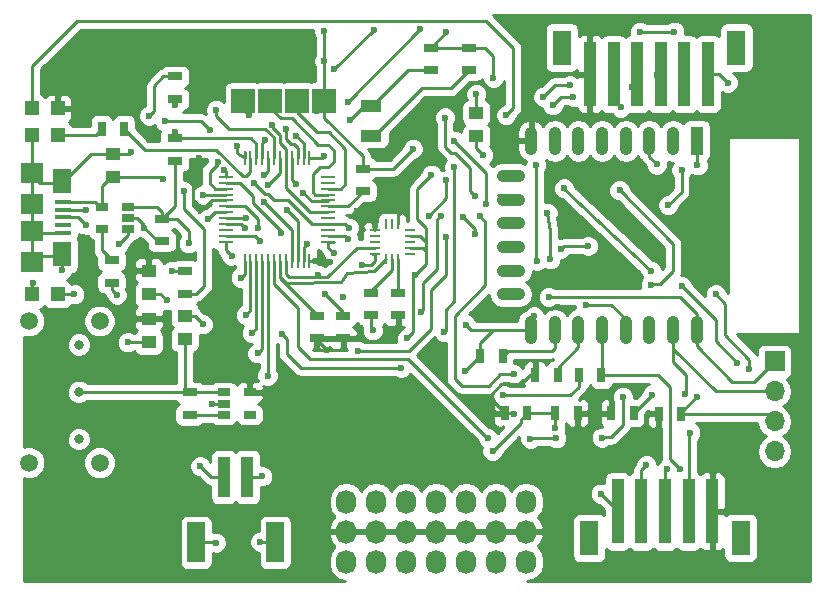
<source format=gbr>
G04 #@! TF.FileFunction,Copper,L1,Top,Signal*
%FSLAX46Y46*%
G04 Gerber Fmt 4.6, Leading zero omitted, Abs format (unit mm)*
G04 Created by KiCad (PCBNEW 4.0.2-stable) date 9/8/2017 3:08:38 PM*
%MOMM*%
G01*
G04 APERTURE LIST*
%ADD10C,0.100000*%
%ADD11O,2.400000X1.100000*%
%ADD12R,1.100000X2.400000*%
%ADD13O,1.100000X2.400000*%
%ADD14R,0.700000X1.300000*%
%ADD15R,0.250000X1.300000*%
%ADD16R,1.300000X0.250000*%
%ADD17R,1.300000X0.700000*%
%ADD18R,0.850000X0.250000*%
%ADD19R,0.250000X0.850000*%
%ADD20R,1.800000X1.000000*%
%ADD21R,1.250000X1.000000*%
%ADD22R,1.060000X0.650000*%
%ADD23R,1.500000X3.400000*%
%ADD24R,1.000000X3.500000*%
%ADD25R,1.900000X1.800000*%
%ADD26R,1.350000X0.400000*%
%ADD27R,1.600000X2.100000*%
%ADD28R,1.200000X1.200000*%
%ADD29R,1.000000X5.500000*%
%ADD30R,1.600000X3.000000*%
%ADD31O,1.727200X2.032000*%
%ADD32R,2.000000X2.000000*%
%ADD33C,1.500000*%
%ADD34C,0.800000*%
%ADD35R,1.700000X1.700000*%
%ADD36O,1.700000X1.700000*%
%ADD37C,0.600000*%
%ADD38C,0.250000*%
%ADD39C,0.254000*%
G04 APERTURE END LIST*
D10*
D11*
X147025000Y-63440000D03*
X147025000Y-65440000D03*
X147025000Y-67440000D03*
X147025000Y-69440000D03*
X147025000Y-71440000D03*
X147025000Y-73440000D03*
D12*
X162775000Y-60450000D03*
D13*
X160775000Y-60450000D03*
X158775000Y-60450000D03*
X156775000Y-60450000D03*
X154775000Y-60450000D03*
X152775000Y-60450000D03*
X150775000Y-60450000D03*
X148775000Y-60450000D03*
X148775000Y-76450000D03*
X150775000Y-76450000D03*
X152775000Y-76450000D03*
X154775000Y-76450000D03*
X156775000Y-76450000D03*
X158775000Y-76450000D03*
X160775000Y-76450000D03*
X162775000Y-76450000D03*
D14*
X152825000Y-80275000D03*
X154725000Y-80275000D03*
D15*
X130000000Y-61900000D03*
X129500000Y-61900000D03*
X129000000Y-61900000D03*
X128500000Y-61900000D03*
X128000000Y-61900000D03*
X127500000Y-61900000D03*
X127000000Y-61900000D03*
X126500000Y-61900000D03*
X126000000Y-61900000D03*
X125500000Y-61900000D03*
X125000000Y-61900000D03*
X124500000Y-61900000D03*
D16*
X122900000Y-63500000D03*
X122900000Y-64000000D03*
X122900000Y-64500000D03*
X122900000Y-65000000D03*
X122900000Y-65500000D03*
X122900000Y-66000000D03*
X122900000Y-66500000D03*
X122900000Y-67000000D03*
X122900000Y-67500000D03*
X122900000Y-68000000D03*
X122900000Y-68500000D03*
X122900000Y-69000000D03*
D15*
X124500000Y-70600000D03*
X125000000Y-70600000D03*
X125500000Y-70600000D03*
X126000000Y-70600000D03*
X126500000Y-70600000D03*
X127000000Y-70600000D03*
X127500000Y-70600000D03*
X128000000Y-70600000D03*
X128500000Y-70600000D03*
X129000000Y-70600000D03*
X129500000Y-70600000D03*
X130000000Y-70600000D03*
D16*
X131600000Y-69000000D03*
X131600000Y-68500000D03*
X131600000Y-68000000D03*
X131600000Y-67500000D03*
X131600000Y-67000000D03*
X131600000Y-66500000D03*
X131600000Y-66000000D03*
X131600000Y-65500000D03*
X131600000Y-65000000D03*
X131600000Y-64500000D03*
X131600000Y-64000000D03*
X131600000Y-63500000D03*
D17*
X134500000Y-62800000D03*
X134500000Y-64700000D03*
X117500000Y-67050000D03*
X117500000Y-68950000D03*
X143500000Y-52550000D03*
X143500000Y-54450000D03*
X140250000Y-52550000D03*
X140250000Y-54450000D03*
D14*
X146550000Y-83500000D03*
X148450000Y-83500000D03*
X152700000Y-83500000D03*
X150800000Y-83500000D03*
D17*
X119438000Y-71490000D03*
X119438000Y-73390000D03*
X113250000Y-72450000D03*
X113250000Y-70550000D03*
D14*
X159575000Y-83575000D03*
X161475000Y-83575000D03*
D17*
X135250000Y-75200000D03*
X135250000Y-73300000D03*
X137500000Y-75200000D03*
X137500000Y-73300000D03*
D14*
X149100000Y-80275000D03*
X151000000Y-80275000D03*
X155550000Y-83500000D03*
X157450000Y-83500000D03*
X144450000Y-78650000D03*
X146350000Y-78650000D03*
D18*
X135525000Y-68000000D03*
X135525000Y-68500000D03*
X135525000Y-69000000D03*
X135525000Y-69500000D03*
X135525000Y-70000000D03*
D19*
X136500000Y-70475000D03*
X137000000Y-70475000D03*
X137500000Y-70475000D03*
D18*
X138475000Y-70000000D03*
X138475000Y-69500000D03*
X138475000Y-69000000D03*
X138475000Y-68500000D03*
X138475000Y-68000000D03*
D19*
X137500000Y-67525000D03*
X137000000Y-67525000D03*
X136500000Y-67525000D03*
D20*
X135250000Y-60000000D03*
X135250000Y-57500000D03*
D21*
X116390000Y-77504000D03*
X116390000Y-75504000D03*
D17*
X119850000Y-83650000D03*
X119850000Y-81750000D03*
D22*
X122750000Y-81750000D03*
X122750000Y-82700000D03*
X122750000Y-83650000D03*
X124950000Y-83650000D03*
X124950000Y-81750000D03*
D23*
X127100000Y-94450000D03*
D24*
X124750000Y-88900000D03*
X122750000Y-88900000D03*
D23*
X120400000Y-94450000D03*
D21*
X113342000Y-61534000D03*
X113342000Y-63534000D03*
D25*
X106485000Y-70731500D03*
X106485000Y-63131500D03*
X106485000Y-68081500D03*
D26*
X109160000Y-68231500D03*
X109160000Y-67581500D03*
X109160000Y-66931500D03*
X109160000Y-66281500D03*
X109160000Y-65631500D03*
D27*
X109035000Y-63831500D03*
X109035000Y-70031500D03*
D25*
X106485000Y-65781500D03*
D21*
X119438000Y-75250000D03*
X119438000Y-77250000D03*
X116390000Y-73440000D03*
X116390000Y-71440000D03*
D28*
X108700000Y-57700000D03*
X106500000Y-57700000D03*
X108700000Y-73450000D03*
X106500000Y-73450000D03*
X108700000Y-59950000D03*
X106500000Y-59950000D03*
D29*
X164100000Y-91825000D03*
X162100000Y-91825000D03*
X160100000Y-91825000D03*
X158100000Y-91825000D03*
X156100000Y-91825000D03*
D30*
X166500000Y-94075000D03*
X153700000Y-94075000D03*
D17*
X118600000Y-60250000D03*
X118600000Y-62150000D03*
X118600000Y-55000000D03*
X118600000Y-56900000D03*
D14*
X112400000Y-59450000D03*
X114300000Y-59450000D03*
D17*
X130600000Y-77150000D03*
X130600000Y-75250000D03*
X132850000Y-77150000D03*
X132850000Y-75250000D03*
D22*
X114600000Y-67950000D03*
X114600000Y-67000000D03*
X114600000Y-66050000D03*
X112400000Y-66050000D03*
X112400000Y-67950000D03*
D31*
X133110000Y-96070000D03*
X135650000Y-96070000D03*
X138190000Y-96070000D03*
X140730000Y-96070000D03*
X143270000Y-96070000D03*
X145810000Y-96070000D03*
X148350000Y-96070000D03*
X148350000Y-93530000D03*
X145810000Y-93530000D03*
X143270000Y-93530000D03*
X140730000Y-93530000D03*
X138190000Y-93530000D03*
X135650000Y-93530000D03*
X133110000Y-93530000D03*
X133110000Y-90990000D03*
X135650000Y-90990000D03*
X138190000Y-90990000D03*
X140730000Y-90990000D03*
X143270000Y-90990000D03*
X145810000Y-90990000D03*
X148350000Y-90990000D03*
D32*
X124385000Y-57050000D03*
X126671000Y-57050000D03*
X128957000Y-57050000D03*
X131243000Y-57050000D03*
D21*
X144125000Y-58075000D03*
X144125000Y-60075000D03*
D33*
X106225000Y-75700000D03*
X106225000Y-87700000D03*
X112225000Y-87700000D03*
X112225000Y-75700000D03*
D34*
X110475000Y-85700000D03*
X110475000Y-81700000D03*
X110475000Y-77700000D03*
D29*
X153750000Y-54800000D03*
X155750000Y-54800000D03*
X157750000Y-54800000D03*
X159750000Y-54800000D03*
X161750000Y-54800000D03*
X163750000Y-54800000D03*
D30*
X151350000Y-52550000D03*
X166150000Y-52550000D03*
D35*
X169375000Y-79125000D03*
D36*
X169375000Y-81665000D03*
X169375000Y-84205000D03*
X169375000Y-86745000D03*
D37*
X131250000Y-53700000D03*
X138775000Y-61125000D03*
X165400000Y-55525000D03*
X154650000Y-90325000D03*
X149000000Y-75275000D03*
X130650000Y-57925000D03*
X126850000Y-59075000D03*
X145575000Y-55125000D03*
X140325000Y-63325000D03*
X144125000Y-56475000D03*
X131250000Y-51175000D03*
X143225000Y-76025000D03*
X138250000Y-77150000D03*
X135350000Y-76500000D03*
X134450000Y-70925000D03*
X138975000Y-71800000D03*
X129825000Y-69175000D03*
X132800000Y-73650000D03*
X125650000Y-67800000D03*
X143175000Y-79975000D03*
X160900000Y-51200000D03*
X157975000Y-51200000D03*
X141575000Y-51275000D03*
X150800000Y-84775000D03*
X116425000Y-58325000D03*
X114925000Y-61375000D03*
X121725000Y-82700000D03*
X126000000Y-88850000D03*
X125825000Y-94400000D03*
X122075000Y-94475000D03*
X109024000Y-71424000D03*
X114612000Y-77520000D03*
X117914000Y-73964000D03*
X120962000Y-75996000D03*
X116000000Y-67800000D03*
X113700000Y-73500000D03*
X145500000Y-86700000D03*
X134025000Y-66400000D03*
X151050000Y-74500000D03*
X152850000Y-67975000D03*
X110650000Y-58750000D03*
X110825000Y-68550000D03*
X147300000Y-83575000D03*
X149875000Y-86750000D03*
X120650000Y-57750000D03*
X120650000Y-61900000D03*
X131450000Y-78125000D03*
X134200000Y-80875000D03*
X137200000Y-76450000D03*
X131700000Y-70675000D03*
X129475000Y-64850000D03*
X126475000Y-64225000D03*
X117600000Y-63700000D03*
X119350000Y-64700000D03*
X120750000Y-88000000D03*
X119775000Y-69125000D03*
X135250000Y-60000000D03*
X131250000Y-61750000D03*
X133450000Y-58700000D03*
X128900000Y-60000000D03*
X113850000Y-69200000D03*
X106600000Y-72450000D03*
X111056000Y-67614000D03*
X128074000Y-66344000D03*
X111100000Y-66275000D03*
X126175000Y-65650000D03*
X131350000Y-73450000D03*
X130725000Y-71775000D03*
X158900000Y-72650000D03*
X141550000Y-68575000D03*
X134125000Y-78225000D03*
X124550000Y-67825000D03*
X157325000Y-55900000D03*
X152325000Y-56750000D03*
X150600000Y-57450000D03*
X156250000Y-64650000D03*
X159400000Y-54875000D03*
X152050000Y-55750000D03*
X149775000Y-56725000D03*
X149200000Y-62475000D03*
X149275000Y-70600000D03*
X143975000Y-68375000D03*
X143000000Y-66900000D03*
X141125000Y-66800000D03*
X139475000Y-74900000D03*
X137775000Y-79675000D03*
X127675000Y-76825000D03*
X121375000Y-67100000D03*
X156350000Y-57625000D03*
X161500000Y-62925000D03*
X160375000Y-65900000D03*
X124650000Y-67025000D03*
X153600000Y-69350000D03*
X151300000Y-69575000D03*
X124900000Y-58300000D03*
X125325000Y-64050000D03*
X153375000Y-74325000D03*
X133325000Y-67800000D03*
X133250000Y-68750000D03*
X150250000Y-73675000D03*
X132050000Y-69950000D03*
X161800000Y-81850000D03*
X162800000Y-82100000D03*
X162850000Y-62525000D03*
X161375000Y-88225000D03*
X159000000Y-81950000D03*
X159400000Y-62450000D03*
X125850000Y-68950000D03*
X123400000Y-70175000D03*
X124175000Y-72025000D03*
X124600000Y-75200000D03*
X125100000Y-76700000D03*
X125600000Y-78450000D03*
X126450000Y-80325000D03*
X146650000Y-58275000D03*
X142275000Y-62675000D03*
X141425000Y-76650000D03*
X146425000Y-81975000D03*
X118350000Y-71450000D03*
X110100000Y-73450000D03*
X139400000Y-50950000D03*
X133275000Y-57125000D03*
X128050000Y-59475000D03*
X162250000Y-85150000D03*
X164400000Y-73425000D03*
X117750000Y-58800000D03*
X121550000Y-59525000D03*
X122225000Y-62275000D03*
X160275000Y-88250000D03*
X167250000Y-79775000D03*
X158525000Y-87925000D03*
X166225000Y-79225000D03*
X161525000Y-72750000D03*
X121025000Y-65025000D03*
X118600000Y-59700000D03*
X118600000Y-57450000D03*
X147300000Y-80200000D03*
X144400000Y-66800000D03*
X126175000Y-63325000D03*
X126275000Y-60400000D03*
X158950000Y-71475000D03*
X151550000Y-64475000D03*
X144975000Y-65825000D03*
X142275000Y-60450000D03*
X123825000Y-60925000D03*
X150400000Y-70475000D03*
X122800000Y-62900000D03*
X141475000Y-58475000D03*
X144050000Y-65125000D03*
X150150000Y-66575000D03*
X127625000Y-68250000D03*
X145125000Y-85625000D03*
X148700000Y-85675000D03*
X150900000Y-85625000D03*
X154750000Y-85575000D03*
X156525000Y-82125000D03*
X128875000Y-64125000D03*
X140125000Y-66775000D03*
X141575000Y-63800000D03*
X144725000Y-61650000D03*
X161750000Y-52800000D03*
X135450000Y-51050000D03*
X132075000Y-54400000D03*
X122075000Y-57825000D03*
D38*
X131250000Y-53700000D02*
X131250000Y-51175000D01*
X134500000Y-62800000D02*
X137100000Y-62800000D01*
X137100000Y-62800000D02*
X138775000Y-61125000D01*
X163750000Y-54800000D02*
X164675000Y-54800000D01*
X164675000Y-54800000D02*
X165400000Y-55525000D01*
X156100000Y-91825000D02*
X156100000Y-91775000D01*
X156100000Y-91775000D02*
X154650000Y-90325000D01*
X149000000Y-75275000D02*
X148775000Y-75500000D01*
X148775000Y-75500000D02*
X148775000Y-76450000D01*
X128000000Y-61900000D02*
X128000000Y-61125000D01*
X130650000Y-57925000D02*
X131243000Y-57332000D01*
X126850000Y-59275000D02*
X126850000Y-59075000D01*
X127525000Y-59950000D02*
X126850000Y-59275000D01*
X127525000Y-60650000D02*
X127525000Y-59950000D01*
X128000000Y-61125000D02*
X127525000Y-60650000D01*
X131243000Y-57332000D02*
X131243000Y-57050000D01*
X143500000Y-52550000D02*
X144875000Y-52550000D01*
X144875000Y-52550000D02*
X145575000Y-53250000D01*
X145575000Y-53250000D02*
X145575000Y-55125000D01*
X139887500Y-69037500D02*
X139887500Y-67862500D01*
X139887500Y-67862500D02*
X139100000Y-67075000D01*
X139100000Y-67075000D02*
X139100000Y-64550000D01*
X139100000Y-64550000D02*
X140325000Y-63325000D01*
X144125000Y-58075000D02*
X144125000Y-56475000D01*
X131243000Y-57050000D02*
X131243000Y-51182000D01*
X131243000Y-51182000D02*
X131250000Y-51175000D01*
X148775000Y-76450000D02*
X145525000Y-76450000D01*
X144450000Y-77525000D02*
X144450000Y-78650000D01*
X145525000Y-76450000D02*
X144450000Y-77525000D01*
X148775000Y-76450000D02*
X143650000Y-76450000D01*
X143650000Y-76450000D02*
X143225000Y-76025000D01*
X138975000Y-71800000D02*
X138775000Y-72000000D01*
X138775000Y-76625000D02*
X138775000Y-72000000D01*
X138775000Y-76625000D02*
X138250000Y-77150000D01*
X135250000Y-75200000D02*
X135250000Y-76300000D01*
X135250000Y-76300000D02*
X135350000Y-76400000D01*
X135350000Y-76400000D02*
X135350000Y-76500000D01*
X135525000Y-70000000D02*
X135525000Y-70600000D01*
X135200000Y-70925000D02*
X134450000Y-70925000D01*
X135525000Y-70600000D02*
X135200000Y-70925000D01*
X139900000Y-70875000D02*
X139900000Y-69800000D01*
X139900000Y-70875000D02*
X138975000Y-71800000D01*
X131243000Y-57432000D02*
X131243000Y-57050000D01*
X129500000Y-70600000D02*
X129500000Y-69500000D01*
X129500000Y-69500000D02*
X129825000Y-69175000D01*
X117500000Y-68950000D02*
X117150000Y-68950000D01*
X117150000Y-68950000D02*
X116000000Y-67800000D01*
X138475000Y-69500000D02*
X139600000Y-69500000D01*
X139600000Y-69500000D02*
X139900000Y-69800000D01*
X138475000Y-68500000D02*
X139350000Y-68500000D01*
X139350000Y-68500000D02*
X139887500Y-69037500D01*
X139887500Y-69037500D02*
X139900000Y-69050000D01*
X139900000Y-69050000D02*
X139900000Y-69800000D01*
X128000000Y-61900000D02*
X128000000Y-64450000D01*
X130050000Y-66500000D02*
X131600000Y-66500000D01*
X128000000Y-64450000D02*
X130050000Y-66500000D01*
X122900000Y-66000000D02*
X124550000Y-66000000D01*
X125650000Y-67100000D02*
X125650000Y-67800000D01*
X124550000Y-66000000D02*
X125650000Y-67100000D01*
X144450000Y-78650000D02*
X144450000Y-78700000D01*
X144450000Y-78700000D02*
X143175000Y-79975000D01*
X140250000Y-52550000D02*
X140300000Y-52550000D01*
X140300000Y-52550000D02*
X141575000Y-51275000D01*
X157975000Y-51200000D02*
X160900000Y-51200000D01*
X131243000Y-58493000D02*
X131243000Y-57050000D01*
X134500000Y-61750000D02*
X131243000Y-58493000D01*
X134500000Y-62800000D02*
X134500000Y-61750000D01*
X135525000Y-70000000D02*
X135300000Y-70000000D01*
X150800000Y-83500000D02*
X150800000Y-84775000D01*
X113342000Y-61534000D02*
X114766000Y-61534000D01*
X117625000Y-55000000D02*
X118600000Y-55000000D01*
X116825000Y-55800000D02*
X117625000Y-55000000D01*
X116825000Y-57925000D02*
X116825000Y-55800000D01*
X116425000Y-58325000D02*
X116825000Y-57925000D01*
X114766000Y-61534000D02*
X114925000Y-61375000D01*
X122750000Y-82700000D02*
X121725000Y-82700000D01*
X124750000Y-88900000D02*
X125950000Y-88900000D01*
X125950000Y-88900000D02*
X126000000Y-88850000D01*
X127100000Y-94450000D02*
X125875000Y-94450000D01*
X125875000Y-94450000D02*
X125825000Y-94400000D01*
X120400000Y-94450000D02*
X122050000Y-94450000D01*
X122050000Y-94450000D02*
X122075000Y-94475000D01*
X140250000Y-52550000D02*
X143500000Y-52550000D01*
X106500000Y-59950000D02*
X106500000Y-63116500D01*
X106500000Y-63116500D02*
X106485000Y-63131500D01*
X109160000Y-68231500D02*
X106635000Y-68231500D01*
X106635000Y-68231500D02*
X106485000Y-68081500D01*
X106485000Y-65781500D02*
X106485000Y-68081500D01*
X106485000Y-63131500D02*
X106485000Y-65781500D01*
X109035000Y-70031500D02*
X109035000Y-71413000D01*
X109035000Y-71413000D02*
X109024000Y-71424000D01*
X106485000Y-70731500D02*
X106485000Y-68081500D01*
X116390000Y-77504000D02*
X114628000Y-77504000D01*
X114628000Y-77504000D02*
X114612000Y-77520000D01*
X116390000Y-73390000D02*
X117340000Y-73390000D01*
X117340000Y-73390000D02*
X117914000Y-73964000D01*
X119438000Y-75300000D02*
X120266000Y-75300000D01*
X120266000Y-75300000D02*
X120962000Y-75996000D01*
X114600000Y-67000000D02*
X115400000Y-67000000D01*
X116000000Y-67600000D02*
X116000000Y-67800000D01*
X115400000Y-67000000D02*
X116000000Y-67600000D01*
X109160000Y-70062500D02*
X109035000Y-70187500D01*
X109035000Y-70187500D02*
X107185000Y-70187500D01*
X107185000Y-70187500D02*
X106485000Y-70887500D01*
X106635000Y-68387500D02*
X106485000Y-68237500D01*
X109035000Y-63987500D02*
X107185000Y-63987500D01*
X107185000Y-63987500D02*
X106485000Y-63287500D01*
X111472500Y-61550000D02*
X109035000Y-63987500D01*
X113250000Y-72450000D02*
X113250000Y-73050000D01*
X113250000Y-73050000D02*
X113700000Y-73500000D01*
X150800000Y-83500000D02*
X148450000Y-83500000D01*
X148450000Y-83500000D02*
X147900000Y-84050000D01*
X147900000Y-84050000D02*
X147900000Y-84300000D01*
X147900000Y-84300000D02*
X145500000Y-86700000D01*
X113250000Y-61550000D02*
X111472500Y-61550000D01*
X137500000Y-67525000D02*
X137500000Y-66350000D01*
X108700000Y-57700000D02*
X109600000Y-57700000D01*
X109600000Y-57700000D02*
X110650000Y-58750000D01*
X149100000Y-80275000D02*
X148675000Y-80275000D01*
X145425000Y-82375000D02*
X146550000Y-83500000D01*
X145425000Y-81850000D02*
X145425000Y-82375000D01*
X146225000Y-81050000D02*
X145425000Y-81850000D01*
X147900000Y-81050000D02*
X146225000Y-81050000D01*
X148675000Y-80275000D02*
X147900000Y-81050000D01*
X146550000Y-83500000D02*
X147225000Y-83500000D01*
X147225000Y-83500000D02*
X147300000Y-83575000D01*
X122900000Y-65500000D02*
X121750000Y-65500000D01*
X120100000Y-62450000D02*
X120650000Y-61900000D01*
X120100000Y-65425000D02*
X120100000Y-62450000D01*
X120675000Y-66000000D02*
X120100000Y-65425000D01*
X121250000Y-66000000D02*
X120675000Y-66000000D01*
X121750000Y-65500000D02*
X121250000Y-66000000D01*
X130600000Y-77150000D02*
X130600000Y-77275000D01*
X130600000Y-77275000D02*
X131450000Y-78125000D01*
X130000000Y-70600000D02*
X131325000Y-70600000D01*
X131325000Y-70600000D02*
X131700000Y-70675000D01*
X149100000Y-80275000D02*
X149100000Y-80325000D01*
X127500000Y-61900000D02*
X127500000Y-63200000D01*
X130174998Y-65549998D02*
X131600000Y-65549998D01*
X129475000Y-64850000D02*
X130174998Y-65549998D01*
X127500000Y-63200000D02*
X126475000Y-64225000D01*
X131600000Y-65549998D02*
X131600000Y-65500000D01*
X135500000Y-67975000D02*
X135525000Y-68000000D01*
X116390000Y-75504000D02*
X115390000Y-75504000D01*
X115390000Y-75504000D02*
X114866000Y-74980000D01*
X135525000Y-68000000D02*
X135525000Y-67425000D01*
X135525000Y-67425000D02*
X135500000Y-67400000D01*
X152700000Y-83500000D02*
X155550000Y-83500000D01*
X155550000Y-83500000D02*
X155550000Y-83850000D01*
X134500000Y-64700000D02*
X134500000Y-64750000D01*
X134500000Y-64750000D02*
X133250000Y-66000000D01*
X133250000Y-66000000D02*
X131600000Y-66000000D01*
X119438000Y-73390000D02*
X120410000Y-73390000D01*
X117434000Y-63534000D02*
X113342000Y-63534000D01*
X117600000Y-63700000D02*
X117434000Y-63534000D01*
X119350000Y-66200000D02*
X119350000Y-64700000D01*
X121100000Y-67950000D02*
X119350000Y-66200000D01*
X121100000Y-72700000D02*
X121100000Y-67950000D01*
X120410000Y-73390000D02*
X121100000Y-72700000D01*
X112400000Y-66050000D02*
X112286000Y-66050000D01*
X112286000Y-66050000D02*
X111867500Y-65631500D01*
X111867500Y-65631500D02*
X109160000Y-65631500D01*
X112400000Y-64300000D02*
X113250000Y-63450000D01*
X112400000Y-66050000D02*
X112400000Y-64300000D01*
X112137500Y-65787500D02*
X112400000Y-66050000D01*
X121650000Y-88900000D02*
X122750000Y-88900000D01*
X120750000Y-88000000D02*
X121650000Y-88900000D01*
X117500000Y-67050000D02*
X118750000Y-67050000D01*
X119775000Y-68075000D02*
X119775000Y-69125000D01*
X118750000Y-67050000D02*
X119775000Y-68075000D01*
X118600000Y-62150000D02*
X118600000Y-65950000D01*
X118600000Y-65950000D02*
X117500000Y-67050000D01*
X117500000Y-67050000D02*
X117500000Y-66438000D01*
X117500000Y-66438000D02*
X117112000Y-66050000D01*
X117112000Y-66050000D02*
X114600000Y-66050000D01*
X135250000Y-60000000D02*
X135500000Y-60000000D01*
X135500000Y-60000000D02*
X139500000Y-56000000D01*
X141950000Y-56000000D02*
X143500000Y-54450000D01*
X139500000Y-56000000D02*
X141950000Y-56000000D01*
X130000000Y-61900000D02*
X131100000Y-61900000D01*
X131250000Y-61750000D02*
X131100000Y-61900000D01*
X135250000Y-57500000D02*
X135300000Y-57500000D01*
X135300000Y-57500000D02*
X138350000Y-54450000D01*
X138350000Y-54450000D02*
X140250000Y-54450000D01*
X129500000Y-61900000D02*
X129500000Y-60600000D01*
X133450000Y-58700000D02*
X134650000Y-57500000D01*
X129500000Y-60600000D02*
X128900000Y-60000000D01*
X134650000Y-57500000D02*
X135250000Y-57500000D01*
X106500000Y-73450000D02*
X106500000Y-72550000D01*
X114600000Y-68450000D02*
X114600000Y-67950000D01*
X113850000Y-69200000D02*
X114600000Y-68450000D01*
X106500000Y-72550000D02*
X106600000Y-72450000D01*
X129000000Y-70600000D02*
X129000000Y-67270000D01*
X110373500Y-66931500D02*
X109160000Y-66931500D01*
X111056000Y-67614000D02*
X110373500Y-66931500D01*
X129000000Y-67270000D02*
X128074000Y-66344000D01*
X128500000Y-70600000D02*
X128500000Y-67975000D01*
X111093500Y-66281500D02*
X109160000Y-66281500D01*
X111100000Y-66275000D02*
X111093500Y-66281500D01*
X128500000Y-67975000D02*
X126175000Y-65650000D01*
X132850000Y-75250000D02*
X132850000Y-74950000D01*
X132850000Y-74950000D02*
X131350000Y-73450000D01*
X130725000Y-71775000D02*
X130550000Y-72000000D01*
X130550000Y-72000000D02*
X128250000Y-72000000D01*
X128250000Y-72000000D02*
X128000000Y-71750000D01*
X128000000Y-71750000D02*
X128000000Y-70600000D01*
X128000000Y-70600000D02*
X128000000Y-71750000D01*
X134000000Y-69500000D02*
X135525000Y-69500000D01*
X131500000Y-72000000D02*
X134000000Y-69500000D01*
X128250000Y-72000000D02*
X131500000Y-72000000D01*
X128000000Y-71750000D02*
X128250000Y-72000000D01*
X130600000Y-75250000D02*
X130600000Y-75200000D01*
X130600000Y-75200000D02*
X127500000Y-72100000D01*
X127500000Y-72100000D02*
X127500000Y-70600000D01*
X127500000Y-70600000D02*
X127500000Y-72000000D01*
X135475000Y-71500000D02*
X136500000Y-70475000D01*
X133154000Y-71678000D02*
X135475000Y-71500000D01*
X132646000Y-72440000D02*
X133154000Y-71678000D01*
X128000000Y-72500000D02*
X132646000Y-72440000D01*
X127500000Y-72000000D02*
X128000000Y-72500000D01*
X141550000Y-71775000D02*
X141550000Y-68575000D01*
X140275000Y-73050000D02*
X141550000Y-71775000D01*
X140275000Y-76350000D02*
X140275000Y-73050000D01*
X138400000Y-78225000D02*
X140275000Y-76350000D01*
X134125000Y-78225000D02*
X138400000Y-78225000D01*
X124225000Y-67500000D02*
X124550000Y-67825000D01*
X122900000Y-67500000D02*
X124225000Y-67500000D01*
X158975000Y-72575000D02*
X159675000Y-72575000D01*
X158900000Y-72650000D02*
X158975000Y-72575000D01*
X159675000Y-72575000D02*
X160800000Y-71450000D01*
X160800000Y-71450000D02*
X160800000Y-69200000D01*
X160800000Y-69200000D02*
X156250000Y-64650000D01*
X157325000Y-55900000D02*
X157850000Y-55375000D01*
X151300000Y-56750000D02*
X152325000Y-56750000D01*
X150600000Y-57450000D02*
X151300000Y-56750000D01*
X157850000Y-55375000D02*
X157850000Y-54850000D01*
X159400000Y-54875000D02*
X159425000Y-54850000D01*
X150750000Y-55750000D02*
X152050000Y-55750000D01*
X149775000Y-56725000D02*
X150750000Y-55750000D01*
X149200000Y-70525000D02*
X149200000Y-62475000D01*
X149275000Y-70600000D02*
X149200000Y-70525000D01*
X159425000Y-54850000D02*
X159850000Y-54850000D01*
X159850000Y-55600000D02*
X159850000Y-54850000D01*
X159850000Y-55525000D02*
X159850000Y-54850000D01*
X159850000Y-55425000D02*
X159850000Y-54850000D01*
X143975000Y-67875000D02*
X143975000Y-68375000D01*
X143000000Y-66900000D02*
X143975000Y-67875000D01*
X140825000Y-67100000D02*
X141125000Y-66800000D01*
X140825000Y-71275000D02*
X140825000Y-67100000D01*
X139575000Y-72525000D02*
X140825000Y-71275000D01*
X139575000Y-74800000D02*
X139575000Y-72525000D01*
X139475000Y-74900000D02*
X139575000Y-74800000D01*
X129250000Y-79675000D02*
X137775000Y-79675000D01*
X128075000Y-78500000D02*
X129250000Y-79675000D01*
X128075000Y-77225000D02*
X128075000Y-78500000D01*
X127675000Y-76825000D02*
X128075000Y-77225000D01*
X121975000Y-66500000D02*
X121375000Y-67100000D01*
X122900000Y-66500000D02*
X121975000Y-66500000D01*
X156350000Y-57625000D02*
X155850000Y-57125000D01*
X161500000Y-64775000D02*
X161500000Y-62925000D01*
X160375000Y-65900000D02*
X161500000Y-64775000D01*
X155850000Y-57125000D02*
X155850000Y-54850000D01*
X155850000Y-57100000D02*
X155850000Y-54850000D01*
X124625000Y-67000000D02*
X124650000Y-67025000D01*
X122900000Y-67000000D02*
X124625000Y-67000000D01*
X151525000Y-69350000D02*
X153600000Y-69350000D01*
X151300000Y-69575000D02*
X151525000Y-69350000D01*
X131600000Y-67500000D02*
X130200000Y-67500000D01*
X124900000Y-58300000D02*
X124385000Y-57785000D01*
X126250000Y-64975000D02*
X125325000Y-64050000D01*
X126500000Y-64975000D02*
X126250000Y-64975000D01*
X127025000Y-65500000D02*
X126500000Y-64975000D01*
X128200000Y-65500000D02*
X127025000Y-65500000D01*
X130200000Y-67500000D02*
X128200000Y-65500000D01*
X124385000Y-57785000D02*
X124385000Y-57050000D01*
X133025000Y-67500000D02*
X131600000Y-67500000D01*
X124385000Y-57810000D02*
X124385000Y-57050000D01*
X156775000Y-76450000D02*
X156775000Y-75550000D01*
X156775000Y-75550000D02*
X155550000Y-74325000D01*
X155550000Y-74325000D02*
X153375000Y-74325000D01*
X133325000Y-67800000D02*
X133025000Y-67500000D01*
X126671000Y-57050000D02*
X126671000Y-57646000D01*
X126671000Y-57646000D02*
X127575000Y-58550000D01*
X130500000Y-65000000D02*
X131600000Y-65000000D01*
X130275000Y-64775000D02*
X130500000Y-65000000D01*
X130275000Y-63250000D02*
X130275000Y-64775000D01*
X130850000Y-62675000D02*
X130275000Y-63250000D01*
X131575000Y-62675000D02*
X130850000Y-62675000D01*
X132050000Y-62200000D02*
X131575000Y-62675000D01*
X132050000Y-61250000D02*
X132050000Y-62200000D01*
X131575000Y-60775000D02*
X132050000Y-61250000D01*
X130725000Y-60775000D02*
X131575000Y-60775000D01*
X128500000Y-58550000D02*
X130725000Y-60775000D01*
X127575000Y-58550000D02*
X128500000Y-58550000D01*
X126671000Y-57896000D02*
X126671000Y-57050000D01*
X125790000Y-57500000D02*
X126000000Y-57500000D01*
X131600000Y-64500000D02*
X132675000Y-64500000D01*
X130675000Y-59725000D02*
X128957000Y-58007000D01*
X131650000Y-59725000D02*
X130675000Y-59725000D01*
X133050000Y-61125000D02*
X131650000Y-59725000D01*
X133050000Y-64125000D02*
X133050000Y-61125000D01*
X132675000Y-64500000D02*
X133050000Y-64125000D01*
X128957000Y-58007000D02*
X128957000Y-57050000D01*
X128330000Y-57500000D02*
X128330000Y-57580000D01*
X162775000Y-76450000D02*
X162775000Y-77850000D01*
X167650000Y-80850000D02*
X169375000Y-79125000D01*
X165775000Y-80850000D02*
X167650000Y-80850000D01*
X162775000Y-77850000D02*
X165775000Y-80850000D01*
X133000000Y-68500000D02*
X131600000Y-68500000D01*
X133250000Y-68750000D02*
X133000000Y-68500000D01*
X162775000Y-76450000D02*
X162775000Y-75075000D01*
X162775000Y-75075000D02*
X161375000Y-73675000D01*
X162775000Y-75425000D02*
X162775000Y-76450000D01*
X161375000Y-73675000D02*
X150250000Y-73675000D01*
X160775000Y-76450000D02*
X160775000Y-78050000D01*
X164390000Y-81665000D02*
X169375000Y-81665000D01*
X160775000Y-78050000D02*
X164390000Y-81665000D01*
X161908000Y-80275000D02*
X161908000Y-81742000D01*
X131600000Y-69500000D02*
X131600000Y-69000000D01*
X132050000Y-69950000D02*
X131600000Y-69500000D01*
X161908000Y-81742000D02*
X161800000Y-81850000D01*
X160775000Y-79142000D02*
X161908000Y-80275000D01*
X132000000Y-69000000D02*
X131600000Y-69000000D01*
X132100000Y-69000000D02*
X131600000Y-69000000D01*
X160775000Y-76450000D02*
X160775000Y-79142000D01*
X161475000Y-83575000D02*
X168745000Y-83575000D01*
X168745000Y-83575000D02*
X169375000Y-84205000D01*
X162800000Y-82100000D02*
X161475000Y-83425000D01*
X161475000Y-83425000D02*
X161475000Y-83575000D01*
X162775000Y-60450000D02*
X162775000Y-62450000D01*
X162775000Y-62450000D02*
X162850000Y-62525000D01*
X154725000Y-80275000D02*
X159550000Y-80275000D01*
X160525000Y-87375000D02*
X161375000Y-88225000D01*
X160525000Y-81250000D02*
X160525000Y-87375000D01*
X159550000Y-80275000D02*
X160525000Y-81250000D01*
X154775000Y-76450000D02*
X154775000Y-80225000D01*
X154775000Y-80225000D02*
X154725000Y-80275000D01*
X112400000Y-67950000D02*
X112400000Y-69700000D01*
X112400000Y-69700000D02*
X113250000Y-70550000D01*
X137000000Y-70475000D02*
X137000000Y-71400000D01*
X137000000Y-71400000D02*
X135250000Y-73150000D01*
X135250000Y-73150000D02*
X135250000Y-73300000D01*
X137500000Y-73300000D02*
X137500000Y-70475000D01*
X152775000Y-77900000D02*
X151000000Y-79675000D01*
X151000000Y-79675000D02*
X151000000Y-80275000D01*
X152775000Y-76450000D02*
X152775000Y-77900000D01*
X159000000Y-81950000D02*
X157450000Y-83500000D01*
X159400000Y-62425000D02*
X159400000Y-62450000D01*
X157500000Y-83500000D02*
X157450000Y-83500000D01*
X158775000Y-60450000D02*
X158775000Y-61800000D01*
X158775000Y-61800000D02*
X159400000Y-62425000D01*
X150775000Y-76450000D02*
X150775000Y-77950000D01*
X150775000Y-77950000D02*
X150500000Y-78225000D01*
X146775000Y-78225000D02*
X146350000Y-78650000D01*
X150500000Y-78225000D02*
X146775000Y-78225000D01*
X122900000Y-68500000D02*
X125400000Y-68500000D01*
X125400000Y-68500000D02*
X125850000Y-68950000D01*
X122900000Y-69000000D02*
X122900000Y-69675000D01*
X122900000Y-69675000D02*
X123400000Y-70175000D01*
X124500000Y-70600000D02*
X124500000Y-71700000D01*
X124500000Y-71700000D02*
X124175000Y-72025000D01*
X125000000Y-70600000D02*
X125000000Y-74800000D01*
X125000000Y-74800000D02*
X124600000Y-75200000D01*
X125500000Y-70600000D02*
X125500000Y-76300000D01*
X125500000Y-76300000D02*
X125100000Y-76700000D01*
X126000000Y-70600000D02*
X126000000Y-78050000D01*
X126000000Y-78050000D02*
X125600000Y-78450000D01*
X126500000Y-70600000D02*
X126500000Y-80275000D01*
X126500000Y-80275000D02*
X126450000Y-80325000D01*
X146750000Y-65000000D02*
X146000000Y-65000000D01*
X122750000Y-83650000D02*
X119850000Y-83650000D01*
X152825000Y-80275000D02*
X152825000Y-81250000D01*
X106500000Y-54075000D02*
X106500000Y-57700000D01*
X110300000Y-50275000D02*
X106500000Y-54075000D01*
X144925000Y-50275000D02*
X110300000Y-50275000D01*
X147250000Y-52600000D02*
X144925000Y-50275000D01*
X147250000Y-57675000D02*
X147250000Y-52600000D01*
X146650000Y-58275000D02*
X147250000Y-57675000D01*
X142275000Y-74000000D02*
X142275000Y-62675000D01*
X141525000Y-74750000D02*
X142275000Y-74000000D01*
X141525000Y-76550000D02*
X141525000Y-74750000D01*
X141425000Y-76650000D02*
X141525000Y-76550000D01*
X152100000Y-81975000D02*
X146425000Y-81975000D01*
X152825000Y-81250000D02*
X152100000Y-81975000D01*
X108700000Y-73450000D02*
X110100000Y-73450000D01*
X118390000Y-71490000D02*
X119438000Y-71490000D01*
X118350000Y-71450000D02*
X118390000Y-71490000D01*
X108700000Y-59950000D02*
X111900000Y-59950000D01*
X111900000Y-59950000D02*
X112400000Y-59450000D01*
X139400000Y-51000000D02*
X139400000Y-50950000D01*
X133275000Y-57125000D02*
X139400000Y-51000000D01*
X128050000Y-60324996D02*
X128050000Y-59475000D01*
X128450004Y-60725000D02*
X128050000Y-60324996D01*
X128700000Y-60725000D02*
X128450004Y-60725000D01*
X129000000Y-61025000D02*
X128700000Y-60725000D01*
X162250000Y-85150000D02*
X162100000Y-85300000D01*
X129000000Y-61900000D02*
X129000000Y-61025000D01*
X162100000Y-85300000D02*
X162100000Y-91825000D01*
X165200000Y-76925000D02*
X167250000Y-78975000D01*
X165200000Y-74225000D02*
X165200000Y-76925000D01*
X164400000Y-73425000D02*
X165200000Y-74225000D01*
X120825000Y-58800000D02*
X117750000Y-58800000D01*
X121550000Y-59525000D02*
X120825000Y-58800000D01*
X122225000Y-62375000D02*
X122225000Y-62275000D01*
X121550000Y-63050000D02*
X122225000Y-62375000D01*
X121550000Y-64050000D02*
X121550000Y-63050000D01*
X122900000Y-64500000D02*
X122000000Y-64500000D01*
X160100000Y-88425000D02*
X160100000Y-91825000D01*
X160275000Y-88250000D02*
X160100000Y-88425000D01*
X167250000Y-78975000D02*
X167250000Y-79775000D01*
X122000000Y-64500000D02*
X121550000Y-64050000D01*
X122900000Y-65000000D02*
X121050000Y-65000000D01*
X158100000Y-88350000D02*
X158100000Y-91825000D01*
X158525000Y-87925000D02*
X158100000Y-88350000D01*
X164400000Y-77400000D02*
X166225000Y-79225000D01*
X164400000Y-75625000D02*
X164400000Y-77400000D01*
X161525000Y-72750000D02*
X164400000Y-75625000D01*
X121050000Y-65000000D02*
X121025000Y-65025000D01*
X125500000Y-61900000D02*
X125500000Y-60700000D01*
X125050000Y-60250000D02*
X118600000Y-60250000D01*
X125500000Y-60700000D02*
X125050000Y-60250000D01*
X118600000Y-60250000D02*
X118600000Y-59700000D01*
X118600000Y-57450000D02*
X118600000Y-56900000D01*
X125000000Y-61900000D02*
X125000000Y-63050000D01*
X116050000Y-61200000D02*
X114300000Y-59450000D01*
X122100000Y-61200000D02*
X116050000Y-61200000D01*
X124350000Y-63450000D02*
X122100000Y-61200000D01*
X124600000Y-63450000D02*
X124350000Y-63450000D01*
X125000000Y-63050000D02*
X124600000Y-63450000D01*
X126500000Y-61900000D02*
X126500000Y-63000000D01*
X146150000Y-80200000D02*
X147300000Y-80200000D01*
X145175000Y-81175000D02*
X146150000Y-80200000D01*
X142900000Y-81175000D02*
X145175000Y-81175000D01*
X142300000Y-80575000D02*
X142900000Y-81175000D01*
X142300000Y-75250000D02*
X142300000Y-80575000D01*
X144900000Y-72650000D02*
X142300000Y-75250000D01*
X144900000Y-67300000D02*
X144900000Y-72650000D01*
X144400000Y-66800000D02*
X144900000Y-67300000D01*
X126500000Y-63000000D02*
X126175000Y-63325000D01*
X126000000Y-60675000D02*
X126000000Y-61900000D01*
X126275000Y-60400000D02*
X126000000Y-60675000D01*
X158950000Y-71475000D02*
X151475000Y-64450000D01*
X151475000Y-64450000D02*
X151550000Y-64475000D01*
X124500000Y-61900000D02*
X123867180Y-61441752D01*
X144975000Y-63150000D02*
X144975000Y-65825000D01*
X142275000Y-60450000D02*
X144975000Y-63150000D01*
X123867180Y-61441752D02*
X123825000Y-60925000D01*
X124500000Y-61900000D02*
X124500000Y-61550000D01*
X124500000Y-61900000D02*
X124500000Y-61400000D01*
X150365303Y-68042978D02*
X150150000Y-66575000D01*
X150400000Y-70475000D02*
X150365303Y-68042978D01*
X122900000Y-63000000D02*
X122900000Y-63500000D01*
X122800000Y-62900000D02*
X122900000Y-63000000D01*
X141475000Y-60950000D02*
X141475000Y-58475000D01*
X142000000Y-61475000D02*
X141475000Y-60950000D01*
X142325000Y-61475000D02*
X142000000Y-61475000D01*
X143625000Y-62775000D02*
X142325000Y-61475000D01*
X143625000Y-64700000D02*
X143625000Y-62775000D01*
X144050000Y-65125000D02*
X143625000Y-64700000D01*
X122900000Y-64000000D02*
X124100000Y-64000000D01*
X127625000Y-68125000D02*
X127625000Y-68250000D01*
X125250000Y-65750000D02*
X127625000Y-68125000D01*
X125250000Y-65150000D02*
X125250000Y-65750000D01*
X124100000Y-64000000D02*
X125250000Y-65150000D01*
X127000000Y-70600000D02*
X127000000Y-72550000D01*
X127000000Y-72550000D02*
X129025000Y-74575000D01*
X129025000Y-74575000D02*
X129025000Y-77900000D01*
X129025000Y-77900000D02*
X130025000Y-78900000D01*
X130025000Y-78900000D02*
X138300000Y-78900000D01*
X138300000Y-78900000D02*
X145025000Y-85625000D01*
X145025000Y-85625000D02*
X145125000Y-85625000D01*
X148700000Y-85675000D02*
X148750000Y-85625000D01*
X148750000Y-85625000D02*
X150900000Y-85625000D01*
X154750000Y-85575000D02*
X154800000Y-85525000D01*
X154800000Y-85525000D02*
X155550000Y-85525000D01*
X155550000Y-85525000D02*
X156525000Y-84550000D01*
X156525000Y-84550000D02*
X156525000Y-82125000D01*
X128500000Y-61900000D02*
X128500000Y-63750000D01*
X128500000Y-63750000D02*
X128875000Y-64125000D01*
X140125000Y-66775000D02*
X141575000Y-65325000D01*
X141575000Y-65325000D02*
X141575000Y-63800000D01*
X144725000Y-61650000D02*
X144125000Y-61050000D01*
X144125000Y-61050000D02*
X144125000Y-60075000D01*
X110475000Y-81700000D02*
X119800000Y-81700000D01*
X119800000Y-81700000D02*
X119850000Y-81750000D01*
X119850000Y-81750000D02*
X122750000Y-81750000D01*
X119438000Y-77250000D02*
X119438000Y-81338000D01*
X119438000Y-81338000D02*
X119850000Y-81750000D01*
X119438000Y-77200000D02*
X119626000Y-77200000D01*
X127000000Y-61900000D02*
X127000000Y-60150000D01*
X161750000Y-52800000D02*
X161750000Y-54800000D01*
X135425000Y-51050000D02*
X135450000Y-51050000D01*
X132075000Y-54400000D02*
X135425000Y-51050000D01*
X122075000Y-58350000D02*
X122075000Y-57825000D01*
X123150000Y-59425000D02*
X122075000Y-58350000D01*
X126275000Y-59425000D02*
X123150000Y-59425000D01*
X127000000Y-60150000D02*
X126275000Y-59425000D01*
D39*
G36*
X172390000Y-97740000D02*
X148417090Y-97740000D01*
X148923489Y-97639271D01*
X149409670Y-97314415D01*
X149734526Y-96828234D01*
X149848600Y-96254745D01*
X149848600Y-95885255D01*
X149734526Y-95311766D01*
X149409670Y-94825585D01*
X149341816Y-94780246D01*
X149641954Y-94444320D01*
X149835184Y-93891913D01*
X149690924Y-93657000D01*
X148477000Y-93657000D01*
X148477000Y-93677000D01*
X148223000Y-93677000D01*
X148223000Y-93657000D01*
X145937000Y-93657000D01*
X145937000Y-93677000D01*
X145683000Y-93677000D01*
X145683000Y-93657000D01*
X143397000Y-93657000D01*
X143397000Y-93677000D01*
X143143000Y-93677000D01*
X143143000Y-93657000D01*
X140857000Y-93657000D01*
X140857000Y-93677000D01*
X140603000Y-93677000D01*
X140603000Y-93657000D01*
X138317000Y-93657000D01*
X138317000Y-93677000D01*
X138063000Y-93677000D01*
X138063000Y-93657000D01*
X135777000Y-93657000D01*
X135777000Y-93677000D01*
X135523000Y-93677000D01*
X135523000Y-93657000D01*
X133237000Y-93657000D01*
X133237000Y-93677000D01*
X132983000Y-93677000D01*
X132983000Y-93657000D01*
X131769076Y-93657000D01*
X131624816Y-93891913D01*
X131818046Y-94444320D01*
X132118184Y-94780246D01*
X132050330Y-94825585D01*
X131725474Y-95311766D01*
X131611400Y-95885255D01*
X131611400Y-96254745D01*
X131725474Y-96828234D01*
X132050330Y-97314415D01*
X132536511Y-97639271D01*
X133042910Y-97740000D01*
X105810000Y-97740000D01*
X105810000Y-92750000D01*
X119002560Y-92750000D01*
X119002560Y-96150000D01*
X119046838Y-96385317D01*
X119185910Y-96601441D01*
X119398110Y-96746431D01*
X119650000Y-96797440D01*
X121150000Y-96797440D01*
X121385317Y-96753162D01*
X121601441Y-96614090D01*
X121746431Y-96401890D01*
X121797440Y-96150000D01*
X121797440Y-95372151D01*
X121888201Y-95409838D01*
X122260167Y-95410162D01*
X122603943Y-95268117D01*
X122867192Y-95005327D01*
X123009838Y-94661799D01*
X123009904Y-94585167D01*
X124889838Y-94585167D01*
X125031883Y-94928943D01*
X125294673Y-95192192D01*
X125638201Y-95334838D01*
X125702560Y-95334894D01*
X125702560Y-96150000D01*
X125746838Y-96385317D01*
X125885910Y-96601441D01*
X126098110Y-96746431D01*
X126350000Y-96797440D01*
X127850000Y-96797440D01*
X128085317Y-96753162D01*
X128301441Y-96614090D01*
X128446431Y-96401890D01*
X128497440Y-96150000D01*
X128497440Y-92750000D01*
X128453162Y-92514683D01*
X128314090Y-92298559D01*
X128101890Y-92153569D01*
X127850000Y-92102560D01*
X126350000Y-92102560D01*
X126114683Y-92146838D01*
X125898559Y-92285910D01*
X125753569Y-92498110D01*
X125702560Y-92750000D01*
X125702560Y-93464893D01*
X125639833Y-93464838D01*
X125296057Y-93606883D01*
X125032808Y-93869673D01*
X124890162Y-94213201D01*
X124889838Y-94585167D01*
X123009904Y-94585167D01*
X123010162Y-94289833D01*
X122868117Y-93946057D01*
X122605327Y-93682808D01*
X122261799Y-93540162D01*
X121889833Y-93539838D01*
X121797440Y-93578014D01*
X121797440Y-92750000D01*
X121753162Y-92514683D01*
X121614090Y-92298559D01*
X121401890Y-92153569D01*
X121150000Y-92102560D01*
X119650000Y-92102560D01*
X119414683Y-92146838D01*
X119198559Y-92285910D01*
X119053569Y-92498110D01*
X119002560Y-92750000D01*
X105810000Y-92750000D01*
X105810000Y-89027333D01*
X105948298Y-89084759D01*
X106499285Y-89085240D01*
X107008515Y-88874831D01*
X107398461Y-88485564D01*
X107609759Y-87976702D01*
X107609761Y-87974285D01*
X110839760Y-87974285D01*
X111050169Y-88483515D01*
X111439436Y-88873461D01*
X111948298Y-89084759D01*
X112499285Y-89085240D01*
X113008515Y-88874831D01*
X113398461Y-88485564D01*
X113523196Y-88185167D01*
X119814838Y-88185167D01*
X119956883Y-88528943D01*
X120219673Y-88792192D01*
X120563201Y-88934838D01*
X120610077Y-88934879D01*
X121112599Y-89437401D01*
X121359160Y-89602148D01*
X121602560Y-89650564D01*
X121602560Y-90650000D01*
X121646838Y-90885317D01*
X121785910Y-91101441D01*
X121998110Y-91246431D01*
X122250000Y-91297440D01*
X123250000Y-91297440D01*
X123485317Y-91253162D01*
X123701441Y-91114090D01*
X123749134Y-91044289D01*
X123785910Y-91101441D01*
X123998110Y-91246431D01*
X124250000Y-91297440D01*
X125250000Y-91297440D01*
X125485317Y-91253162D01*
X125701441Y-91114090D01*
X125846431Y-90901890D01*
X125866000Y-90805255D01*
X131611400Y-90805255D01*
X131611400Y-91174745D01*
X131725474Y-91748234D01*
X132050330Y-92234415D01*
X132118184Y-92279754D01*
X131818046Y-92615680D01*
X131624816Y-93168087D01*
X131769076Y-93403000D01*
X132983000Y-93403000D01*
X132983000Y-93383000D01*
X133237000Y-93383000D01*
X133237000Y-93403000D01*
X135523000Y-93403000D01*
X135523000Y-93383000D01*
X135777000Y-93383000D01*
X135777000Y-93403000D01*
X138063000Y-93403000D01*
X138063000Y-93383000D01*
X138317000Y-93383000D01*
X138317000Y-93403000D01*
X140603000Y-93403000D01*
X140603000Y-93383000D01*
X140857000Y-93383000D01*
X140857000Y-93403000D01*
X143143000Y-93403000D01*
X143143000Y-93383000D01*
X143397000Y-93383000D01*
X143397000Y-93403000D01*
X145683000Y-93403000D01*
X145683000Y-93383000D01*
X145937000Y-93383000D01*
X145937000Y-93403000D01*
X148223000Y-93403000D01*
X148223000Y-93383000D01*
X148477000Y-93383000D01*
X148477000Y-93403000D01*
X149690924Y-93403000D01*
X149835184Y-93168087D01*
X149641954Y-92615680D01*
X149341816Y-92279754D01*
X149409670Y-92234415D01*
X149734526Y-91748234D01*
X149848600Y-91174745D01*
X149848600Y-90805255D01*
X149734526Y-90231766D01*
X149409670Y-89745585D01*
X148923489Y-89420729D01*
X148350000Y-89306655D01*
X147776511Y-89420729D01*
X147290330Y-89745585D01*
X147080000Y-90060366D01*
X146869670Y-89745585D01*
X146383489Y-89420729D01*
X145810000Y-89306655D01*
X145236511Y-89420729D01*
X144750330Y-89745585D01*
X144540000Y-90060366D01*
X144329670Y-89745585D01*
X143843489Y-89420729D01*
X143270000Y-89306655D01*
X142696511Y-89420729D01*
X142210330Y-89745585D01*
X142000000Y-90060366D01*
X141789670Y-89745585D01*
X141303489Y-89420729D01*
X140730000Y-89306655D01*
X140156511Y-89420729D01*
X139670330Y-89745585D01*
X139460000Y-90060366D01*
X139249670Y-89745585D01*
X138763489Y-89420729D01*
X138190000Y-89306655D01*
X137616511Y-89420729D01*
X137130330Y-89745585D01*
X136920000Y-90060366D01*
X136709670Y-89745585D01*
X136223489Y-89420729D01*
X135650000Y-89306655D01*
X135076511Y-89420729D01*
X134590330Y-89745585D01*
X134380000Y-90060366D01*
X134169670Y-89745585D01*
X133683489Y-89420729D01*
X133110000Y-89306655D01*
X132536511Y-89420729D01*
X132050330Y-89745585D01*
X131725474Y-90231766D01*
X131611400Y-90805255D01*
X125866000Y-90805255D01*
X125897440Y-90650000D01*
X125897440Y-89784911D01*
X126185167Y-89785162D01*
X126528943Y-89643117D01*
X126792192Y-89380327D01*
X126934838Y-89036799D01*
X126935162Y-88664833D01*
X126793117Y-88321057D01*
X126530327Y-88057808D01*
X126186799Y-87915162D01*
X125897440Y-87914910D01*
X125897440Y-87150000D01*
X125853162Y-86914683D01*
X125714090Y-86698559D01*
X125501890Y-86553569D01*
X125250000Y-86502560D01*
X124250000Y-86502560D01*
X124014683Y-86546838D01*
X123798559Y-86685910D01*
X123750866Y-86755711D01*
X123714090Y-86698559D01*
X123501890Y-86553569D01*
X123250000Y-86502560D01*
X122250000Y-86502560D01*
X122014683Y-86546838D01*
X121798559Y-86685910D01*
X121653569Y-86898110D01*
X121602560Y-87150000D01*
X121602560Y-87614920D01*
X121543117Y-87471057D01*
X121280327Y-87207808D01*
X120936799Y-87065162D01*
X120564833Y-87064838D01*
X120221057Y-87206883D01*
X119957808Y-87469673D01*
X119815162Y-87813201D01*
X119814838Y-88185167D01*
X113523196Y-88185167D01*
X113609759Y-87976702D01*
X113610240Y-87425715D01*
X113399831Y-86916485D01*
X113010564Y-86526539D01*
X112501702Y-86315241D01*
X111950715Y-86314760D01*
X111441485Y-86525169D01*
X111051539Y-86914436D01*
X110840241Y-87423298D01*
X110839760Y-87974285D01*
X107609761Y-87974285D01*
X107610240Y-87425715D01*
X107399831Y-86916485D01*
X107010564Y-86526539D01*
X106501702Y-86315241D01*
X105950715Y-86314760D01*
X105810000Y-86372902D01*
X105810000Y-85904971D01*
X109439821Y-85904971D01*
X109597058Y-86285515D01*
X109887954Y-86576919D01*
X110268223Y-86734820D01*
X110679971Y-86735179D01*
X111060515Y-86577942D01*
X111351919Y-86287046D01*
X111509820Y-85906777D01*
X111510179Y-85495029D01*
X111352942Y-85114485D01*
X111062046Y-84823081D01*
X110681777Y-84665180D01*
X110270029Y-84664821D01*
X109889485Y-84822058D01*
X109598081Y-85112954D01*
X109440180Y-85493223D01*
X109439821Y-85904971D01*
X105810000Y-85904971D01*
X105810000Y-77904971D01*
X109439821Y-77904971D01*
X109597058Y-78285515D01*
X109887954Y-78576919D01*
X110268223Y-78734820D01*
X110679971Y-78735179D01*
X111060515Y-78577942D01*
X111351919Y-78287046D01*
X111509820Y-77906777D01*
X111509995Y-77705167D01*
X113676838Y-77705167D01*
X113818883Y-78048943D01*
X114081673Y-78312192D01*
X114425201Y-78454838D01*
X114797167Y-78455162D01*
X115140943Y-78313117D01*
X115182581Y-78271552D01*
X115300910Y-78455441D01*
X115513110Y-78600431D01*
X115765000Y-78651440D01*
X117015000Y-78651440D01*
X117250317Y-78607162D01*
X117466441Y-78468090D01*
X117611431Y-78255890D01*
X117662440Y-78004000D01*
X117662440Y-77004000D01*
X117618162Y-76768683D01*
X117479090Y-76552559D01*
X117410994Y-76506031D01*
X117553327Y-76363698D01*
X117650000Y-76130309D01*
X117650000Y-75789750D01*
X117491250Y-75631000D01*
X116517000Y-75631000D01*
X116517000Y-75651000D01*
X116263000Y-75651000D01*
X116263000Y-75631000D01*
X115288750Y-75631000D01*
X115130000Y-75789750D01*
X115130000Y-76130309D01*
X115226673Y-76363698D01*
X115367910Y-76504936D01*
X115313559Y-76539910D01*
X115174110Y-76744000D01*
X115158491Y-76744000D01*
X115142327Y-76727808D01*
X114798799Y-76585162D01*
X114426833Y-76584838D01*
X114083057Y-76726883D01*
X113819808Y-76989673D01*
X113677162Y-77333201D01*
X113676838Y-77705167D01*
X111509995Y-77705167D01*
X111510179Y-77495029D01*
X111352942Y-77114485D01*
X111062046Y-76823081D01*
X110681777Y-76665180D01*
X110270029Y-76664821D01*
X109889485Y-76822058D01*
X109598081Y-77112954D01*
X109440180Y-77493223D01*
X109439821Y-77904971D01*
X105810000Y-77904971D01*
X105810000Y-77027333D01*
X105948298Y-77084759D01*
X106499285Y-77085240D01*
X107008515Y-76874831D01*
X107398461Y-76485564D01*
X107609759Y-75976702D01*
X107609761Y-75974285D01*
X110839760Y-75974285D01*
X111050169Y-76483515D01*
X111439436Y-76873461D01*
X111948298Y-77084759D01*
X112499285Y-77085240D01*
X113008515Y-76874831D01*
X113398461Y-76485564D01*
X113609759Y-75976702D01*
X113610240Y-75425715D01*
X113399831Y-74916485D01*
X113010564Y-74526539D01*
X112501702Y-74315241D01*
X111950715Y-74314760D01*
X111441485Y-74525169D01*
X111051539Y-74914436D01*
X110840241Y-75423298D01*
X110839760Y-75974285D01*
X107609761Y-75974285D01*
X107610240Y-75425715D01*
X107399831Y-74916485D01*
X107168332Y-74684582D01*
X107335317Y-74653162D01*
X107551441Y-74514090D01*
X107599134Y-74444289D01*
X107635910Y-74501441D01*
X107848110Y-74646431D01*
X108100000Y-74697440D01*
X109300000Y-74697440D01*
X109535317Y-74653162D01*
X109751441Y-74514090D01*
X109855988Y-74361081D01*
X109913201Y-74384838D01*
X110285167Y-74385162D01*
X110628943Y-74243117D01*
X110892192Y-73980327D01*
X111034838Y-73636799D01*
X111035162Y-73264833D01*
X110893117Y-72921057D01*
X110630327Y-72657808D01*
X110286799Y-72515162D01*
X109914833Y-72514838D01*
X109854859Y-72539619D01*
X109764090Y-72398559D01*
X109551890Y-72253569D01*
X109493392Y-72241723D01*
X109552943Y-72217117D01*
X109816192Y-71954327D01*
X109916119Y-71713676D01*
X110070317Y-71684662D01*
X110286441Y-71545590D01*
X110431431Y-71333390D01*
X110482440Y-71081500D01*
X110482440Y-68981500D01*
X110438162Y-68746183D01*
X110414088Y-68708772D01*
X110431431Y-68683390D01*
X110482440Y-68431500D01*
X110482440Y-68362883D01*
X110525673Y-68406192D01*
X110869201Y-68548838D01*
X111241167Y-68549162D01*
X111281192Y-68532624D01*
X111405910Y-68726441D01*
X111618110Y-68871431D01*
X111640000Y-68875864D01*
X111640000Y-69700000D01*
X111697852Y-69990839D01*
X111862599Y-70237401D01*
X111952560Y-70327362D01*
X111952560Y-70900000D01*
X111996838Y-71135317D01*
X112135910Y-71351441D01*
X112348110Y-71496431D01*
X112361197Y-71499081D01*
X112148559Y-71635910D01*
X112003569Y-71848110D01*
X111952560Y-72100000D01*
X111952560Y-72800000D01*
X111996838Y-73035317D01*
X112135910Y-73251441D01*
X112348110Y-73396431D01*
X112600000Y-73447440D01*
X112619080Y-73447440D01*
X112712599Y-73587401D01*
X112764878Y-73639680D01*
X112764838Y-73685167D01*
X112906883Y-74028943D01*
X113169673Y-74292192D01*
X113513201Y-74434838D01*
X113885167Y-74435162D01*
X114228943Y-74293117D01*
X114492192Y-74030327D01*
X114634838Y-73686799D01*
X114635162Y-73314833D01*
X114506326Y-73003026D01*
X114547440Y-72800000D01*
X114547440Y-72100000D01*
X114503162Y-71864683D01*
X114364090Y-71648559D01*
X114151890Y-71503569D01*
X114138803Y-71500919D01*
X114351441Y-71364090D01*
X114496431Y-71151890D01*
X114547440Y-70900000D01*
X114547440Y-70813691D01*
X115130000Y-70813691D01*
X115130000Y-71154250D01*
X115288750Y-71313000D01*
X116263000Y-71313000D01*
X116263000Y-70463750D01*
X116104250Y-70305000D01*
X115638690Y-70305000D01*
X115405301Y-70401673D01*
X115226673Y-70580302D01*
X115130000Y-70813691D01*
X114547440Y-70813691D01*
X114547440Y-70200000D01*
X114503162Y-69964683D01*
X114465718Y-69906493D01*
X114642192Y-69730327D01*
X114784838Y-69386799D01*
X114784879Y-69339923D01*
X115137401Y-68987401D01*
X115188113Y-68911505D01*
X115365317Y-68878162D01*
X115581441Y-68739090D01*
X115634926Y-68660812D01*
X115813201Y-68734838D01*
X115860077Y-68734879D01*
X116202560Y-69077362D01*
X116202560Y-69300000D01*
X116246838Y-69535317D01*
X116385910Y-69751441D01*
X116598110Y-69896431D01*
X116850000Y-69947440D01*
X118150000Y-69947440D01*
X118385317Y-69903162D01*
X118601441Y-69764090D01*
X118746431Y-69551890D01*
X118797440Y-69300000D01*
X118797440Y-68600000D01*
X118753162Y-68364683D01*
X118614090Y-68148559D01*
X118401890Y-68003569D01*
X118388803Y-68000919D01*
X118533200Y-67908002D01*
X119015000Y-68389802D01*
X119015000Y-68562537D01*
X118982808Y-68594673D01*
X118840162Y-68938201D01*
X118839838Y-69310167D01*
X118981883Y-69653943D01*
X119244673Y-69917192D01*
X119588201Y-70059838D01*
X119960167Y-70060162D01*
X120303943Y-69918117D01*
X120340000Y-69882123D01*
X120340000Y-70543644D01*
X120339890Y-70543569D01*
X120088000Y-70492560D01*
X118788000Y-70492560D01*
X118577675Y-70532135D01*
X118536799Y-70515162D01*
X118164833Y-70514838D01*
X117821057Y-70656883D01*
X117650000Y-70827642D01*
X117650000Y-70813691D01*
X117553327Y-70580302D01*
X117374699Y-70401673D01*
X117141310Y-70305000D01*
X116675750Y-70305000D01*
X116517000Y-70463750D01*
X116517000Y-71313000D01*
X116537000Y-71313000D01*
X116537000Y-71567000D01*
X116517000Y-71567000D01*
X116517000Y-71587000D01*
X116263000Y-71587000D01*
X116263000Y-71567000D01*
X115288750Y-71567000D01*
X115130000Y-71725750D01*
X115130000Y-72066309D01*
X115226673Y-72299698D01*
X115367910Y-72440936D01*
X115313559Y-72475910D01*
X115168569Y-72688110D01*
X115117560Y-72940000D01*
X115117560Y-73940000D01*
X115161838Y-74175317D01*
X115300910Y-74391441D01*
X115407948Y-74464577D01*
X115405301Y-74465673D01*
X115226673Y-74644302D01*
X115130000Y-74877691D01*
X115130000Y-75218250D01*
X115288750Y-75377000D01*
X116263000Y-75377000D01*
X116263000Y-75357000D01*
X116517000Y-75357000D01*
X116517000Y-75377000D01*
X117491250Y-75377000D01*
X117650000Y-75218250D01*
X117650000Y-74877691D01*
X117644542Y-74864515D01*
X117727201Y-74898838D01*
X118099167Y-74899162D01*
X118165560Y-74871729D01*
X118165560Y-75750000D01*
X118209838Y-75985317D01*
X118348910Y-76201441D01*
X118418711Y-76249134D01*
X118361559Y-76285910D01*
X118216569Y-76498110D01*
X118165560Y-76750000D01*
X118165560Y-77750000D01*
X118209838Y-77985317D01*
X118348910Y-78201441D01*
X118561110Y-78346431D01*
X118678000Y-78370102D01*
X118678000Y-80940000D01*
X111178761Y-80940000D01*
X111062046Y-80823081D01*
X110681777Y-80665180D01*
X110270029Y-80664821D01*
X109889485Y-80822058D01*
X109598081Y-81112954D01*
X109440180Y-81493223D01*
X109439821Y-81904971D01*
X109597058Y-82285515D01*
X109887954Y-82576919D01*
X110268223Y-82734820D01*
X110679971Y-82735179D01*
X111060515Y-82577942D01*
X111178663Y-82460000D01*
X118677069Y-82460000D01*
X118735910Y-82551441D01*
X118948110Y-82696431D01*
X118961197Y-82699081D01*
X118748559Y-82835910D01*
X118603569Y-83048110D01*
X118552560Y-83300000D01*
X118552560Y-84000000D01*
X118596838Y-84235317D01*
X118735910Y-84451441D01*
X118948110Y-84596431D01*
X119200000Y-84647440D01*
X120500000Y-84647440D01*
X120735317Y-84603162D01*
X120951441Y-84464090D01*
X120988399Y-84410000D01*
X121745331Y-84410000D01*
X121755910Y-84426441D01*
X121968110Y-84571431D01*
X122220000Y-84622440D01*
X123280000Y-84622440D01*
X123515317Y-84578162D01*
X123731441Y-84439090D01*
X123851233Y-84263768D01*
X123955910Y-84426441D01*
X124168110Y-84571431D01*
X124420000Y-84622440D01*
X125480000Y-84622440D01*
X125715317Y-84578162D01*
X125931441Y-84439090D01*
X126076431Y-84226890D01*
X126127440Y-83975000D01*
X126127440Y-83325000D01*
X126083162Y-83089683D01*
X125944090Y-82873559D01*
X125731890Y-82728569D01*
X125617435Y-82705391D01*
X125839698Y-82613327D01*
X126018327Y-82434699D01*
X126115000Y-82201310D01*
X126115000Y-82035750D01*
X125956250Y-81877000D01*
X125077000Y-81877000D01*
X125077000Y-81897000D01*
X124823000Y-81897000D01*
X124823000Y-81877000D01*
X124803000Y-81877000D01*
X124803000Y-81623000D01*
X124823000Y-81623000D01*
X124823000Y-80948750D01*
X124664250Y-80790000D01*
X124293691Y-80790000D01*
X124060302Y-80886673D01*
X123881673Y-81065301D01*
X123850912Y-81139565D01*
X123744090Y-80973559D01*
X123531890Y-80828569D01*
X123280000Y-80777560D01*
X122220000Y-80777560D01*
X121984683Y-80821838D01*
X121768559Y-80960910D01*
X121748683Y-80990000D01*
X120990757Y-80990000D01*
X120964090Y-80948559D01*
X120751890Y-80803569D01*
X120500000Y-80752560D01*
X120198000Y-80752560D01*
X120198000Y-78372038D01*
X120298317Y-78353162D01*
X120514441Y-78214090D01*
X120659431Y-78001890D01*
X120710440Y-77750000D01*
X120710440Y-76903947D01*
X120775201Y-76930838D01*
X121147167Y-76931162D01*
X121490943Y-76789117D01*
X121754192Y-76526327D01*
X121896838Y-76182799D01*
X121897162Y-75810833D01*
X121755117Y-75467057D01*
X121492327Y-75203808D01*
X121148799Y-75061162D01*
X121101923Y-75061121D01*
X120803401Y-74762599D01*
X120699783Y-74693364D01*
X120666162Y-74514683D01*
X120527090Y-74298559D01*
X120461877Y-74254001D01*
X120539441Y-74204090D01*
X120602572Y-74111695D01*
X120700839Y-74092148D01*
X120947401Y-73927401D01*
X121637401Y-73237401D01*
X121802148Y-72990840D01*
X121860000Y-72700000D01*
X121860000Y-69627065D01*
X121998110Y-69721431D01*
X122155579Y-69753319D01*
X122197852Y-69965839D01*
X122362599Y-70212401D01*
X122464878Y-70314680D01*
X122464838Y-70360167D01*
X122606883Y-70703943D01*
X122869673Y-70967192D01*
X123213201Y-71109838D01*
X123585167Y-71110162D01*
X123727560Y-71051327D01*
X123727560Y-71198207D01*
X123646057Y-71231883D01*
X123382808Y-71494673D01*
X123240162Y-71838201D01*
X123239838Y-72210167D01*
X123381883Y-72553943D01*
X123644673Y-72817192D01*
X123988201Y-72959838D01*
X124240000Y-72960057D01*
X124240000Y-74337077D01*
X124071057Y-74406883D01*
X123807808Y-74669673D01*
X123665162Y-75013201D01*
X123664838Y-75385167D01*
X123806883Y-75728943D01*
X124069673Y-75992192D01*
X124363414Y-76114164D01*
X124307808Y-76169673D01*
X124165162Y-76513201D01*
X124164838Y-76885167D01*
X124306883Y-77228943D01*
X124569673Y-77492192D01*
X124913201Y-77634838D01*
X125123966Y-77635022D01*
X125071057Y-77656883D01*
X124807808Y-77919673D01*
X124665162Y-78263201D01*
X124664838Y-78635167D01*
X124806883Y-78978943D01*
X125069673Y-79242192D01*
X125413201Y-79384838D01*
X125740000Y-79385123D01*
X125740000Y-79712624D01*
X125657808Y-79794673D01*
X125515162Y-80138201D01*
X125514838Y-80510167D01*
X125635450Y-80802071D01*
X125606309Y-80790000D01*
X125235750Y-80790000D01*
X125077000Y-80948750D01*
X125077000Y-81623000D01*
X125956250Y-81623000D01*
X126115000Y-81464250D01*
X126115000Y-81298690D01*
X126064779Y-81177446D01*
X126263201Y-81259838D01*
X126635167Y-81260162D01*
X126978943Y-81118117D01*
X127242192Y-80855327D01*
X127384838Y-80511799D01*
X127385162Y-80139833D01*
X127260000Y-79836917D01*
X127260000Y-77665080D01*
X127315000Y-77687918D01*
X127315000Y-78500000D01*
X127372852Y-78790839D01*
X127537599Y-79037401D01*
X128712599Y-80212401D01*
X128959161Y-80377148D01*
X129250000Y-80435000D01*
X137212537Y-80435000D01*
X137244673Y-80467192D01*
X137588201Y-80609838D01*
X137960167Y-80610162D01*
X138303943Y-80468117D01*
X138548843Y-80223645D01*
X144228194Y-85902996D01*
X144331883Y-86153943D01*
X144594673Y-86417192D01*
X144603506Y-86420860D01*
X144565162Y-86513201D01*
X144564838Y-86885167D01*
X144706883Y-87228943D01*
X144969673Y-87492192D01*
X145313201Y-87634838D01*
X145685167Y-87635162D01*
X146028943Y-87493117D01*
X146292192Y-87230327D01*
X146434838Y-86886799D01*
X146434879Y-86839923D01*
X147765143Y-85509659D01*
X147764838Y-85860167D01*
X147906883Y-86203943D01*
X148169673Y-86467192D01*
X148513201Y-86609838D01*
X148885167Y-86610162D01*
X149228943Y-86468117D01*
X149312205Y-86385000D01*
X150337537Y-86385000D01*
X150369673Y-86417192D01*
X150713201Y-86559838D01*
X151085167Y-86560162D01*
X151428943Y-86418117D01*
X151692192Y-86155327D01*
X151834838Y-85811799D01*
X151835162Y-85439833D01*
X151693117Y-85096057D01*
X151683210Y-85086133D01*
X151734838Y-84961799D01*
X151735162Y-84589833D01*
X151691016Y-84482992D01*
X151746431Y-84401890D01*
X151753191Y-84368510D01*
X151811673Y-84509699D01*
X151990302Y-84688327D01*
X152223691Y-84785000D01*
X152414250Y-84785000D01*
X152573000Y-84626250D01*
X152573000Y-83627000D01*
X152827000Y-83627000D01*
X152827000Y-84626250D01*
X152985750Y-84785000D01*
X153176309Y-84785000D01*
X153409698Y-84688327D01*
X153588327Y-84509699D01*
X153685000Y-84276310D01*
X153685000Y-83785750D01*
X153526250Y-83627000D01*
X152827000Y-83627000D01*
X152573000Y-83627000D01*
X152553000Y-83627000D01*
X152553000Y-83373000D01*
X152573000Y-83373000D01*
X152573000Y-83353000D01*
X152827000Y-83353000D01*
X152827000Y-83373000D01*
X153526250Y-83373000D01*
X153685000Y-83214250D01*
X153685000Y-82723690D01*
X154565000Y-82723690D01*
X154565000Y-83214250D01*
X154723750Y-83373000D01*
X155423000Y-83373000D01*
X155423000Y-82373750D01*
X155264250Y-82215000D01*
X155073691Y-82215000D01*
X154840302Y-82311673D01*
X154661673Y-82490301D01*
X154565000Y-82723690D01*
X153685000Y-82723690D01*
X153588327Y-82490301D01*
X153409698Y-82311673D01*
X153176309Y-82215000D01*
X152985750Y-82215000D01*
X152827002Y-82373748D01*
X152827002Y-82322800D01*
X153362401Y-81787401D01*
X153527148Y-81540839D01*
X153547189Y-81440087D01*
X153626441Y-81389090D01*
X153771431Y-81176890D01*
X153774081Y-81163803D01*
X153910910Y-81376441D01*
X154123110Y-81521431D01*
X154375000Y-81572440D01*
X155075000Y-81572440D01*
X155310317Y-81528162D01*
X155526441Y-81389090D01*
X155671431Y-81176890D01*
X155700164Y-81035000D01*
X158766037Y-81035000D01*
X158471057Y-81156883D01*
X158207808Y-81419673D01*
X158065162Y-81763201D01*
X158065121Y-81810077D01*
X157672638Y-82202560D01*
X157459933Y-82202560D01*
X157460162Y-81939833D01*
X157318117Y-81596057D01*
X157055327Y-81332808D01*
X156711799Y-81190162D01*
X156339833Y-81189838D01*
X155996057Y-81331883D01*
X155732808Y-81594673D01*
X155590162Y-81938201D01*
X155589838Y-82310167D01*
X155677000Y-82521116D01*
X155677000Y-83373000D01*
X155697000Y-83373000D01*
X155697000Y-83627000D01*
X155677000Y-83627000D01*
X155677000Y-83647000D01*
X155423000Y-83647000D01*
X155423000Y-83627000D01*
X154723750Y-83627000D01*
X154565000Y-83785750D01*
X154565000Y-84276310D01*
X154661673Y-84509699D01*
X154792011Y-84640036D01*
X154564833Y-84639838D01*
X154221057Y-84781883D01*
X153957808Y-85044673D01*
X153815162Y-85388201D01*
X153814838Y-85760167D01*
X153956883Y-86103943D01*
X154219673Y-86367192D01*
X154563201Y-86509838D01*
X154935167Y-86510162D01*
X155278943Y-86368117D01*
X155362205Y-86285000D01*
X155550000Y-86285000D01*
X155840839Y-86227148D01*
X156087401Y-86062401D01*
X157062401Y-85087401D01*
X157227148Y-84840840D01*
X157235781Y-84797440D01*
X157800000Y-84797440D01*
X158035317Y-84753162D01*
X158251441Y-84614090D01*
X158396431Y-84401890D01*
X158447440Y-84150000D01*
X158447440Y-83860750D01*
X158590000Y-83860750D01*
X158590000Y-84351310D01*
X158686673Y-84584699D01*
X158865302Y-84763327D01*
X159098691Y-84860000D01*
X159289250Y-84860000D01*
X159448000Y-84701250D01*
X159448000Y-83702000D01*
X158748750Y-83702000D01*
X158590000Y-83860750D01*
X158447440Y-83860750D01*
X158447440Y-83577362D01*
X158662776Y-83362026D01*
X158748750Y-83448000D01*
X159448000Y-83448000D01*
X159448000Y-83428000D01*
X159702000Y-83428000D01*
X159702000Y-83448000D01*
X159722000Y-83448000D01*
X159722000Y-83702000D01*
X159702000Y-83702000D01*
X159702000Y-84701250D01*
X159765000Y-84764250D01*
X159765000Y-87375000D01*
X159778612Y-87443432D01*
X159746057Y-87456883D01*
X159482808Y-87719673D01*
X159460132Y-87774283D01*
X159460162Y-87739833D01*
X159318117Y-87396057D01*
X159055327Y-87132808D01*
X158711799Y-86990162D01*
X158339833Y-86989838D01*
X157996057Y-87131883D01*
X157732808Y-87394673D01*
X157590162Y-87738201D01*
X157590121Y-87785077D01*
X157562599Y-87812599D01*
X157397852Y-88059161D01*
X157340000Y-88350000D01*
X157340000Y-88487721D01*
X157148559Y-88610910D01*
X157100866Y-88680711D01*
X157064090Y-88623559D01*
X156851890Y-88478569D01*
X156600000Y-88427560D01*
X155600000Y-88427560D01*
X155364683Y-88471838D01*
X155148559Y-88610910D01*
X155003569Y-88823110D01*
X154952560Y-89075000D01*
X154952560Y-89438230D01*
X154836799Y-89390162D01*
X154464833Y-89389838D01*
X154121057Y-89531883D01*
X153857808Y-89794673D01*
X153715162Y-90138201D01*
X153714838Y-90510167D01*
X153856883Y-90853943D01*
X154119673Y-91117192D01*
X154463201Y-91259838D01*
X154510077Y-91259879D01*
X154952560Y-91702362D01*
X154952560Y-92115681D01*
X154751890Y-91978569D01*
X154500000Y-91927560D01*
X152900000Y-91927560D01*
X152664683Y-91971838D01*
X152448559Y-92110910D01*
X152303569Y-92323110D01*
X152252560Y-92575000D01*
X152252560Y-95575000D01*
X152296838Y-95810317D01*
X152435910Y-96026441D01*
X152648110Y-96171431D01*
X152900000Y-96222440D01*
X154500000Y-96222440D01*
X154735317Y-96178162D01*
X154951441Y-96039090D01*
X155096431Y-95826890D01*
X155147440Y-95575000D01*
X155147440Y-95034319D01*
X155348110Y-95171431D01*
X155600000Y-95222440D01*
X156600000Y-95222440D01*
X156835317Y-95178162D01*
X157051441Y-95039090D01*
X157099134Y-94969289D01*
X157135910Y-95026441D01*
X157348110Y-95171431D01*
X157600000Y-95222440D01*
X158600000Y-95222440D01*
X158835317Y-95178162D01*
X159051441Y-95039090D01*
X159099134Y-94969289D01*
X159135910Y-95026441D01*
X159348110Y-95171431D01*
X159600000Y-95222440D01*
X160600000Y-95222440D01*
X160835317Y-95178162D01*
X161051441Y-95039090D01*
X161099134Y-94969289D01*
X161135910Y-95026441D01*
X161348110Y-95171431D01*
X161600000Y-95222440D01*
X162600000Y-95222440D01*
X162835317Y-95178162D01*
X163051441Y-95039090D01*
X163097969Y-94970994D01*
X163240302Y-95113327D01*
X163473691Y-95210000D01*
X163814250Y-95210000D01*
X163973000Y-95051250D01*
X163973000Y-91952000D01*
X164227000Y-91952000D01*
X164227000Y-95051250D01*
X164385750Y-95210000D01*
X164726309Y-95210000D01*
X164959698Y-95113327D01*
X165052560Y-95020466D01*
X165052560Y-95575000D01*
X165096838Y-95810317D01*
X165235910Y-96026441D01*
X165448110Y-96171431D01*
X165700000Y-96222440D01*
X167300000Y-96222440D01*
X167535317Y-96178162D01*
X167751441Y-96039090D01*
X167896431Y-95826890D01*
X167947440Y-95575000D01*
X167947440Y-92575000D01*
X167903162Y-92339683D01*
X167764090Y-92123559D01*
X167551890Y-91978569D01*
X167300000Y-91927560D01*
X165700000Y-91927560D01*
X165464683Y-91971838D01*
X165248559Y-92110910D01*
X165235000Y-92130754D01*
X165235000Y-92110750D01*
X165076250Y-91952000D01*
X164227000Y-91952000D01*
X163973000Y-91952000D01*
X163953000Y-91952000D01*
X163953000Y-91698000D01*
X163973000Y-91698000D01*
X163973000Y-88598750D01*
X164227000Y-88598750D01*
X164227000Y-91698000D01*
X165076250Y-91698000D01*
X165235000Y-91539250D01*
X165235000Y-88948690D01*
X165138327Y-88715301D01*
X164959698Y-88536673D01*
X164726309Y-88440000D01*
X164385750Y-88440000D01*
X164227000Y-88598750D01*
X163973000Y-88598750D01*
X163814250Y-88440000D01*
X163473691Y-88440000D01*
X163240302Y-88536673D01*
X163099064Y-88677910D01*
X163064090Y-88623559D01*
X162860000Y-88484110D01*
X162860000Y-85862201D01*
X163042192Y-85680327D01*
X163184838Y-85336799D01*
X163185162Y-84964833D01*
X163043117Y-84621057D01*
X162780327Y-84357808D01*
X162725400Y-84335000D01*
X167886766Y-84335000D01*
X167973946Y-84773285D01*
X168295853Y-85255054D01*
X168625026Y-85475000D01*
X168295853Y-85694946D01*
X167973946Y-86176715D01*
X167860907Y-86745000D01*
X167973946Y-87313285D01*
X168295853Y-87795054D01*
X168777622Y-88116961D01*
X169345907Y-88230000D01*
X169404093Y-88230000D01*
X169972378Y-88116961D01*
X170454147Y-87795054D01*
X170776054Y-87313285D01*
X170889093Y-86745000D01*
X170776054Y-86176715D01*
X170454147Y-85694946D01*
X170124974Y-85475000D01*
X170454147Y-85255054D01*
X170776054Y-84773285D01*
X170889093Y-84205000D01*
X170776054Y-83636715D01*
X170454147Y-83154946D01*
X170124974Y-82935000D01*
X170454147Y-82715054D01*
X170776054Y-82233285D01*
X170889093Y-81665000D01*
X170776054Y-81096715D01*
X170454147Y-80614946D01*
X170412548Y-80587150D01*
X170460317Y-80578162D01*
X170676441Y-80439090D01*
X170821431Y-80226890D01*
X170872440Y-79975000D01*
X170872440Y-78275000D01*
X170828162Y-78039683D01*
X170689090Y-77823559D01*
X170476890Y-77678569D01*
X170225000Y-77627560D01*
X168525000Y-77627560D01*
X168289683Y-77671838D01*
X168073559Y-77810910D01*
X167928569Y-78023110D01*
X167877560Y-78275000D01*
X167877560Y-78572532D01*
X167787401Y-78437599D01*
X166176802Y-76827000D01*
X171375000Y-76827000D01*
X171421159Y-76818315D01*
X171463553Y-76791035D01*
X171491994Y-76749410D01*
X171502000Y-76700000D01*
X171502000Y-60225000D01*
X171493315Y-60178841D01*
X171466035Y-60136447D01*
X171424410Y-60108006D01*
X171375000Y-60098000D01*
X165550000Y-60098000D01*
X165503841Y-60106685D01*
X165461447Y-60133965D01*
X165433006Y-60175590D01*
X165423000Y-60225000D01*
X165423000Y-73373198D01*
X165335122Y-73285320D01*
X165335162Y-73239833D01*
X165193117Y-72896057D01*
X164930327Y-72632808D01*
X164586799Y-72490162D01*
X164214833Y-72489838D01*
X163871057Y-72631883D01*
X163607808Y-72894673D01*
X163465162Y-73238201D01*
X163464838Y-73610167D01*
X163468266Y-73618464D01*
X162460122Y-72610320D01*
X162460162Y-72564833D01*
X162318117Y-72221057D01*
X162055327Y-71957808D01*
X161711799Y-71815162D01*
X161452638Y-71814936D01*
X161502148Y-71740840D01*
X161560000Y-71450000D01*
X161560000Y-69200000D01*
X161502148Y-68909161D01*
X161337401Y-68662599D01*
X157185122Y-64510320D01*
X157185162Y-64464833D01*
X157043117Y-64121057D01*
X156780327Y-63857808D01*
X156436799Y-63715162D01*
X156064833Y-63714838D01*
X155721057Y-63856883D01*
X155457808Y-64119673D01*
X155315162Y-64463201D01*
X155314838Y-64835167D01*
X155456883Y-65178943D01*
X155719673Y-65442192D01*
X156063201Y-65584838D01*
X156110077Y-65584879D01*
X160040000Y-69514802D01*
X160040000Y-71135198D01*
X159885162Y-71290036D01*
X159885162Y-71289833D01*
X159743117Y-70946057D01*
X159480327Y-70682808D01*
X159136799Y-70540162D01*
X159064973Y-70540099D01*
X152485104Y-64356343D01*
X152485162Y-64289833D01*
X152343117Y-63946057D01*
X152080327Y-63682808D01*
X151736799Y-63540162D01*
X151364833Y-63539838D01*
X151021057Y-63681883D01*
X150757808Y-63944673D01*
X150615162Y-64288201D01*
X150614838Y-64660167D01*
X150756883Y-65003943D01*
X151019673Y-65267192D01*
X151363201Y-65409838D01*
X151386583Y-65409858D01*
X158014856Y-71639105D01*
X158014838Y-71660167D01*
X158156883Y-72003943D01*
X158190253Y-72037372D01*
X158107808Y-72119673D01*
X157965162Y-72463201D01*
X157964838Y-72835167D01*
X157997824Y-72915000D01*
X150812463Y-72915000D01*
X150780327Y-72882808D01*
X150436799Y-72740162D01*
X150064833Y-72739838D01*
X149721057Y-72881883D01*
X149457808Y-73144673D01*
X149315162Y-73488201D01*
X149314838Y-73860167D01*
X149456883Y-74203943D01*
X149719673Y-74467192D01*
X150063201Y-74609838D01*
X150435167Y-74610162D01*
X150778943Y-74468117D01*
X150812118Y-74435000D01*
X152439903Y-74435000D01*
X152439838Y-74510167D01*
X152491593Y-74635423D01*
X152321520Y-74669253D01*
X151937078Y-74926128D01*
X151775000Y-75168696D01*
X151612922Y-74926128D01*
X151228480Y-74669253D01*
X150775000Y-74579050D01*
X150321520Y-74669253D01*
X149937078Y-74926128D01*
X149894099Y-74990452D01*
X149793117Y-74746057D01*
X149530327Y-74482808D01*
X149186799Y-74340162D01*
X148814833Y-74339838D01*
X148471057Y-74481883D01*
X148207808Y-74744673D01*
X148207486Y-74745448D01*
X147937078Y-74926128D01*
X147680203Y-75310570D01*
X147604729Y-75690000D01*
X144098252Y-75690000D01*
X144018117Y-75496057D01*
X143755327Y-75232808D01*
X143498598Y-75126204D01*
X145159152Y-73465650D01*
X145244253Y-73893480D01*
X145501128Y-74277922D01*
X145885570Y-74534797D01*
X146339050Y-74625000D01*
X147710950Y-74625000D01*
X148164430Y-74534797D01*
X148548872Y-74277922D01*
X148805747Y-73893480D01*
X148895950Y-73440000D01*
X148805747Y-72986520D01*
X148548872Y-72602078D01*
X148306304Y-72440000D01*
X148548872Y-72277922D01*
X148805747Y-71893480D01*
X148893192Y-71453863D01*
X149088201Y-71534838D01*
X149460167Y-71535162D01*
X149803943Y-71393117D01*
X149912340Y-71284909D01*
X150213201Y-71409838D01*
X150585167Y-71410162D01*
X150928943Y-71268117D01*
X151192192Y-71005327D01*
X151334838Y-70661799D01*
X151334970Y-70510031D01*
X151485167Y-70510162D01*
X151828943Y-70368117D01*
X152087511Y-70110000D01*
X153037537Y-70110000D01*
X153069673Y-70142192D01*
X153413201Y-70284838D01*
X153785167Y-70285162D01*
X154128943Y-70143117D01*
X154392192Y-69880327D01*
X154534838Y-69536799D01*
X154535162Y-69164833D01*
X154393117Y-68821057D01*
X154130327Y-68557808D01*
X153786799Y-68415162D01*
X153414833Y-68414838D01*
X153071057Y-68556883D01*
X153037882Y-68590000D01*
X151525000Y-68590000D01*
X151273754Y-68639976D01*
X151133896Y-68639855D01*
X151125226Y-68032136D01*
X151114707Y-67982935D01*
X151117258Y-67932692D01*
X150981890Y-67009725D01*
X151084838Y-66761799D01*
X151085162Y-66389833D01*
X150943117Y-66046057D01*
X150680327Y-65782808D01*
X150336799Y-65640162D01*
X149964833Y-65639838D01*
X149960000Y-65641835D01*
X149960000Y-63037463D01*
X149992192Y-63005327D01*
X150134838Y-62661799D01*
X150135162Y-62289833D01*
X150030365Y-62036204D01*
X150321520Y-62230747D01*
X150775000Y-62320950D01*
X151228480Y-62230747D01*
X151612922Y-61973872D01*
X151775000Y-61731304D01*
X151937078Y-61973872D01*
X152321520Y-62230747D01*
X152775000Y-62320950D01*
X153228480Y-62230747D01*
X153612922Y-61973872D01*
X153775000Y-61731304D01*
X153937078Y-61973872D01*
X154321520Y-62230747D01*
X154775000Y-62320950D01*
X155228480Y-62230747D01*
X155612922Y-61973872D01*
X155775000Y-61731304D01*
X155937078Y-61973872D01*
X156321520Y-62230747D01*
X156775000Y-62320950D01*
X157228480Y-62230747D01*
X157612922Y-61973872D01*
X157775000Y-61731304D01*
X157937078Y-61973872D01*
X158066831Y-62060570D01*
X158072852Y-62090839D01*
X158237599Y-62337401D01*
X158464899Y-62564701D01*
X158464838Y-62635167D01*
X158606883Y-62978943D01*
X158869673Y-63242192D01*
X159213201Y-63384838D01*
X159585167Y-63385162D01*
X159928943Y-63243117D01*
X160192192Y-62980327D01*
X160334838Y-62636799D01*
X160335162Y-62264833D01*
X160320909Y-62230339D01*
X160321520Y-62230747D01*
X160775000Y-62320950D01*
X160783317Y-62319296D01*
X160707808Y-62394673D01*
X160565162Y-62738201D01*
X160564838Y-63110167D01*
X160706883Y-63453943D01*
X160740000Y-63487118D01*
X160740000Y-64460198D01*
X160235320Y-64964878D01*
X160189833Y-64964838D01*
X159846057Y-65106883D01*
X159582808Y-65369673D01*
X159440162Y-65713201D01*
X159439838Y-66085167D01*
X159581883Y-66428943D01*
X159844673Y-66692192D01*
X160188201Y-66834838D01*
X160560167Y-66835162D01*
X160903943Y-66693117D01*
X161167192Y-66430327D01*
X161309838Y-66086799D01*
X161309879Y-66039923D01*
X162037401Y-65312401D01*
X162202148Y-65065840D01*
X162260000Y-64775000D01*
X162260000Y-63487463D01*
X162292192Y-63455327D01*
X162345157Y-63327774D01*
X162663201Y-63459838D01*
X163035167Y-63460162D01*
X163378943Y-63318117D01*
X163642192Y-63055327D01*
X163784838Y-62711799D01*
X163785162Y-62339833D01*
X163709647Y-62157071D01*
X163776441Y-62114090D01*
X163921431Y-61901890D01*
X163972440Y-61650000D01*
X163972440Y-59250000D01*
X163928162Y-59014683D01*
X163789090Y-58798559D01*
X163576890Y-58653569D01*
X163325000Y-58602560D01*
X162225000Y-58602560D01*
X161989683Y-58646838D01*
X161773559Y-58785910D01*
X161644975Y-58974099D01*
X161612922Y-58926128D01*
X161228480Y-58669253D01*
X160775000Y-58579050D01*
X160321520Y-58669253D01*
X159937078Y-58926128D01*
X159775000Y-59168696D01*
X159612922Y-58926128D01*
X159228480Y-58669253D01*
X158775000Y-58579050D01*
X158321520Y-58669253D01*
X157937078Y-58926128D01*
X157775000Y-59168696D01*
X157612922Y-58926128D01*
X157228480Y-58669253D01*
X156775000Y-58579050D01*
X156321520Y-58669253D01*
X155937078Y-58926128D01*
X155775000Y-59168696D01*
X155612922Y-58926128D01*
X155228480Y-58669253D01*
X154775000Y-58579050D01*
X154321520Y-58669253D01*
X153937078Y-58926128D01*
X153775000Y-59168696D01*
X153612922Y-58926128D01*
X153228480Y-58669253D01*
X152775000Y-58579050D01*
X152321520Y-58669253D01*
X151937078Y-58926128D01*
X151775000Y-59168696D01*
X151612922Y-58926128D01*
X151228480Y-58669253D01*
X150775000Y-58579050D01*
X150321520Y-58669253D01*
X149937078Y-58926128D01*
X149773078Y-59171572D01*
X149523118Y-58872276D01*
X149111146Y-58656602D01*
X149084744Y-58656197D01*
X148902000Y-58781639D01*
X148902000Y-60323000D01*
X148922000Y-60323000D01*
X148922000Y-60577000D01*
X148902000Y-60577000D01*
X148902000Y-60597000D01*
X148648000Y-60597000D01*
X148648000Y-60577000D01*
X147590000Y-60577000D01*
X147590000Y-61227000D01*
X147728804Y-61670813D01*
X148026882Y-62027724D01*
X148311459Y-62176705D01*
X148265162Y-62288201D01*
X148265054Y-62412437D01*
X148164430Y-62345203D01*
X147710950Y-62255000D01*
X146339050Y-62255000D01*
X145885570Y-62345203D01*
X145501579Y-62601777D01*
X145298470Y-62398668D01*
X145517192Y-62180327D01*
X145659838Y-61836799D01*
X145660162Y-61464833D01*
X145518117Y-61121057D01*
X145296871Y-60899424D01*
X145346431Y-60826890D01*
X145397440Y-60575000D01*
X145397440Y-59673000D01*
X147590000Y-59673000D01*
X147590000Y-60323000D01*
X148648000Y-60323000D01*
X148648000Y-58781639D01*
X148465256Y-58656197D01*
X148438854Y-58656602D01*
X148026882Y-58872276D01*
X147728804Y-59229187D01*
X147590000Y-59673000D01*
X145397440Y-59673000D01*
X145397440Y-59575000D01*
X145353162Y-59339683D01*
X145214090Y-59123559D01*
X145144289Y-59075866D01*
X145201441Y-59039090D01*
X145346431Y-58826890D01*
X145397440Y-58575000D01*
X145397440Y-57575000D01*
X145353162Y-57339683D01*
X145214090Y-57123559D01*
X145001890Y-56978569D01*
X144934011Y-56964823D01*
X145059838Y-56661799D01*
X145060162Y-56289833D01*
X144918117Y-55946057D01*
X144655327Y-55682808D01*
X144311799Y-55540162D01*
X143939833Y-55539838D01*
X143596057Y-55681883D01*
X143332808Y-55944673D01*
X143190162Y-56288201D01*
X143189838Y-56660167D01*
X143314727Y-56962422D01*
X143264683Y-56971838D01*
X143048559Y-57110910D01*
X142903569Y-57323110D01*
X142852560Y-57575000D01*
X142852560Y-58575000D01*
X142896838Y-58810317D01*
X143035910Y-59026441D01*
X143105711Y-59074134D01*
X143048559Y-59110910D01*
X142903569Y-59323110D01*
X142852560Y-59575000D01*
X142852560Y-59705123D01*
X142805327Y-59657808D01*
X142461799Y-59515162D01*
X142235000Y-59514964D01*
X142235000Y-59037463D01*
X142267192Y-59005327D01*
X142409838Y-58661799D01*
X142410162Y-58289833D01*
X142268117Y-57946057D01*
X142005327Y-57682808D01*
X141661799Y-57540162D01*
X141289833Y-57539838D01*
X140946057Y-57681883D01*
X140682808Y-57944673D01*
X140540162Y-58288201D01*
X140539838Y-58660167D01*
X140681883Y-59003943D01*
X140715000Y-59037118D01*
X140715000Y-60950000D01*
X140772852Y-61240839D01*
X140937599Y-61487401D01*
X141462599Y-62012401D01*
X141554079Y-62073526D01*
X141482808Y-62144673D01*
X141340162Y-62488201D01*
X141339838Y-62860167D01*
X141348777Y-62881802D01*
X141182016Y-62950706D01*
X141118117Y-62796057D01*
X140855327Y-62532808D01*
X140511799Y-62390162D01*
X140139833Y-62389838D01*
X139796057Y-62531883D01*
X139532808Y-62794673D01*
X139390162Y-63138201D01*
X139390121Y-63185077D01*
X138562599Y-64012599D01*
X138397852Y-64259161D01*
X138340000Y-64550000D01*
X138340000Y-67075000D01*
X138370346Y-67227560D01*
X138260000Y-67227560D01*
X138260000Y-66973690D01*
X138163327Y-66740301D01*
X137984698Y-66561673D01*
X137751309Y-66465000D01*
X137721250Y-66465000D01*
X137562500Y-66623750D01*
X137562500Y-66630391D01*
X137376890Y-66503569D01*
X137302192Y-66488442D01*
X137278750Y-66465000D01*
X137248691Y-66465000D01*
X137228247Y-66473468D01*
X137125000Y-66452560D01*
X136875000Y-66452560D01*
X136745411Y-66476944D01*
X136625000Y-66452560D01*
X136375000Y-66452560D01*
X136139683Y-66496838D01*
X135923559Y-66635910D01*
X135778569Y-66848110D01*
X135727560Y-67100000D01*
X135727560Y-67323190D01*
X135652000Y-67398750D01*
X135652000Y-67727560D01*
X135398000Y-67727560D01*
X135398000Y-67398750D01*
X135239250Y-67240000D01*
X134973691Y-67240000D01*
X134740302Y-67336673D01*
X134561673Y-67515301D01*
X134465000Y-67748690D01*
X134465000Y-67778750D01*
X134623750Y-67937500D01*
X134630391Y-67937500D01*
X134503569Y-68123110D01*
X134488442Y-68197808D01*
X134465000Y-68221250D01*
X134465000Y-68251310D01*
X134473468Y-68271753D01*
X134452560Y-68375000D01*
X134452560Y-68625000D01*
X134474199Y-68740000D01*
X134185009Y-68740000D01*
X134185162Y-68564833D01*
X134096713Y-68350770D01*
X134117192Y-68330327D01*
X134259838Y-67986799D01*
X134260162Y-67614833D01*
X134118117Y-67271057D01*
X133855327Y-67007808D01*
X133511799Y-66865162D01*
X133416452Y-66865079D01*
X133315839Y-66797852D01*
X133125546Y-66760000D01*
X133250000Y-66760000D01*
X133540839Y-66702148D01*
X133787401Y-66537401D01*
X134627362Y-65697440D01*
X135150000Y-65697440D01*
X135385317Y-65653162D01*
X135601441Y-65514090D01*
X135746431Y-65301890D01*
X135797440Y-65050000D01*
X135797440Y-64350000D01*
X135753162Y-64114683D01*
X135614090Y-63898559D01*
X135401890Y-63753569D01*
X135388803Y-63750919D01*
X135601441Y-63614090D01*
X135638399Y-63560000D01*
X137100000Y-63560000D01*
X137390839Y-63502148D01*
X137637401Y-63337401D01*
X138914680Y-62060122D01*
X138960167Y-62060162D01*
X139303943Y-61918117D01*
X139567192Y-61655327D01*
X139709838Y-61311799D01*
X139710162Y-60939833D01*
X139568117Y-60596057D01*
X139305327Y-60332808D01*
X138961799Y-60190162D01*
X138589833Y-60189838D01*
X138246057Y-60331883D01*
X137982808Y-60594673D01*
X137840162Y-60938201D01*
X137840121Y-60985077D01*
X136785198Y-62040000D01*
X135640757Y-62040000D01*
X135614090Y-61998559D01*
X135401890Y-61853569D01*
X135260000Y-61824836D01*
X135260000Y-61750000D01*
X135202148Y-61459161D01*
X135037401Y-61212599D01*
X134972242Y-61147440D01*
X136150000Y-61147440D01*
X136385317Y-61103162D01*
X136601441Y-60964090D01*
X136746431Y-60751890D01*
X136797440Y-60500000D01*
X136797440Y-59777362D01*
X139814802Y-56760000D01*
X141950000Y-56760000D01*
X142240839Y-56702148D01*
X142487401Y-56537401D01*
X143577362Y-55447440D01*
X144150000Y-55447440D01*
X144385317Y-55403162D01*
X144601441Y-55264090D01*
X144639927Y-55207764D01*
X144639838Y-55310167D01*
X144781883Y-55653943D01*
X145044673Y-55917192D01*
X145388201Y-56059838D01*
X145760167Y-56060162D01*
X146103943Y-55918117D01*
X146367192Y-55655327D01*
X146490000Y-55359574D01*
X146490000Y-57339860D01*
X146464833Y-57339838D01*
X146121057Y-57481883D01*
X145857808Y-57744673D01*
X145715162Y-58088201D01*
X145714838Y-58460167D01*
X145856883Y-58803943D01*
X146119673Y-59067192D01*
X146463201Y-59209838D01*
X146835167Y-59210162D01*
X147178943Y-59068117D01*
X147442192Y-58805327D01*
X147584838Y-58461799D01*
X147584879Y-58414923D01*
X147787401Y-58212401D01*
X147952148Y-57965839D01*
X148010000Y-57675000D01*
X148010000Y-56910167D01*
X148839838Y-56910167D01*
X148981883Y-57253943D01*
X149244673Y-57517192D01*
X149588201Y-57659838D01*
X149675063Y-57659914D01*
X149806883Y-57978943D01*
X150069673Y-58242192D01*
X150413201Y-58384838D01*
X150785167Y-58385162D01*
X151128943Y-58243117D01*
X151392192Y-57980327D01*
X151534838Y-57636799D01*
X151534879Y-57589924D01*
X151614803Y-57510000D01*
X151762537Y-57510000D01*
X151794673Y-57542192D01*
X152138201Y-57684838D01*
X152510167Y-57685162D01*
X152615000Y-57641846D01*
X152615000Y-57676310D01*
X152711673Y-57909699D01*
X152890302Y-58088327D01*
X153123691Y-58185000D01*
X153464250Y-58185000D01*
X153623000Y-58026250D01*
X153623000Y-54927000D01*
X152773750Y-54927000D01*
X152661564Y-55039186D01*
X152580327Y-54957808D01*
X152236799Y-54815162D01*
X151864833Y-54814838D01*
X151521057Y-54956883D01*
X151487882Y-54990000D01*
X150750000Y-54990000D01*
X150459160Y-55047852D01*
X150212599Y-55212599D01*
X149635320Y-55789878D01*
X149589833Y-55789838D01*
X149246057Y-55931883D01*
X148982808Y-56194673D01*
X148840162Y-56538201D01*
X148839838Y-56910167D01*
X148010000Y-56910167D01*
X148010000Y-52600000D01*
X147952148Y-52309161D01*
X147787401Y-52062599D01*
X146774802Y-51050000D01*
X149902560Y-51050000D01*
X149902560Y-54050000D01*
X149946838Y-54285317D01*
X150085910Y-54501441D01*
X150298110Y-54646431D01*
X150550000Y-54697440D01*
X152150000Y-54697440D01*
X152385317Y-54653162D01*
X152601441Y-54514090D01*
X152615000Y-54494246D01*
X152615000Y-54514250D01*
X152773750Y-54673000D01*
X153623000Y-54673000D01*
X153623000Y-51573750D01*
X153877000Y-51573750D01*
X153877000Y-54673000D01*
X153897000Y-54673000D01*
X153897000Y-54927000D01*
X153877000Y-54927000D01*
X153877000Y-58026250D01*
X154035750Y-58185000D01*
X154376309Y-58185000D01*
X154609698Y-58088327D01*
X154750936Y-57947090D01*
X154785910Y-58001441D01*
X154998110Y-58146431D01*
X155250000Y-58197440D01*
X155600304Y-58197440D01*
X155819673Y-58417192D01*
X156163201Y-58559838D01*
X156535167Y-58560162D01*
X156878943Y-58418117D01*
X157125302Y-58172188D01*
X157250000Y-58197440D01*
X158250000Y-58197440D01*
X158485317Y-58153162D01*
X158701441Y-58014090D01*
X158749134Y-57944289D01*
X158785910Y-58001441D01*
X158998110Y-58146431D01*
X159250000Y-58197440D01*
X160250000Y-58197440D01*
X160485317Y-58153162D01*
X160701441Y-58014090D01*
X160749134Y-57944289D01*
X160785910Y-58001441D01*
X160998110Y-58146431D01*
X161250000Y-58197440D01*
X162250000Y-58197440D01*
X162485317Y-58153162D01*
X162701441Y-58014090D01*
X162749134Y-57944289D01*
X162785910Y-58001441D01*
X162998110Y-58146431D01*
X163250000Y-58197440D01*
X164250000Y-58197440D01*
X164485317Y-58153162D01*
X164701441Y-58014090D01*
X164846431Y-57801890D01*
X164897440Y-57550000D01*
X164897440Y-56328722D01*
X165213201Y-56459838D01*
X165585167Y-56460162D01*
X165928943Y-56318117D01*
X166192192Y-56055327D01*
X166334838Y-55711799D01*
X166335162Y-55339833D01*
X166193117Y-54996057D01*
X165930327Y-54732808D01*
X165845152Y-54697440D01*
X166950000Y-54697440D01*
X167185317Y-54653162D01*
X167401441Y-54514090D01*
X167546431Y-54301890D01*
X167597440Y-54050000D01*
X167597440Y-51050000D01*
X167553162Y-50814683D01*
X167414090Y-50598559D01*
X167201890Y-50453569D01*
X166950000Y-50402560D01*
X165350000Y-50402560D01*
X165114683Y-50446838D01*
X164898559Y-50585910D01*
X164753569Y-50798110D01*
X164702560Y-51050000D01*
X164702560Y-51590681D01*
X164501890Y-51453569D01*
X164250000Y-51402560D01*
X163250000Y-51402560D01*
X163014683Y-51446838D01*
X162798559Y-51585910D01*
X162750866Y-51655711D01*
X162714090Y-51598559D01*
X162501890Y-51453569D01*
X162250000Y-51402560D01*
X161828293Y-51402560D01*
X161834838Y-51386799D01*
X161835162Y-51014833D01*
X161693117Y-50671057D01*
X161430327Y-50407808D01*
X161086799Y-50265162D01*
X160714833Y-50264838D01*
X160371057Y-50406883D01*
X160337882Y-50440000D01*
X158537463Y-50440000D01*
X158505327Y-50407808D01*
X158161799Y-50265162D01*
X157789833Y-50264838D01*
X157446057Y-50406883D01*
X157182808Y-50669673D01*
X157040162Y-51013201D01*
X157039838Y-51385167D01*
X157061667Y-51437997D01*
X157014683Y-51446838D01*
X156798559Y-51585910D01*
X156750866Y-51655711D01*
X156714090Y-51598559D01*
X156501890Y-51453569D01*
X156250000Y-51402560D01*
X155250000Y-51402560D01*
X155014683Y-51446838D01*
X154798559Y-51585910D01*
X154752031Y-51654006D01*
X154609698Y-51511673D01*
X154376309Y-51415000D01*
X154035750Y-51415000D01*
X153877000Y-51573750D01*
X153623000Y-51573750D01*
X153464250Y-51415000D01*
X153123691Y-51415000D01*
X152890302Y-51511673D01*
X152797440Y-51604534D01*
X152797440Y-51050000D01*
X152753162Y-50814683D01*
X152614090Y-50598559D01*
X152401890Y-50453569D01*
X152150000Y-50402560D01*
X150550000Y-50402560D01*
X150314683Y-50446838D01*
X150098559Y-50585910D01*
X149953569Y-50798110D01*
X149902560Y-51050000D01*
X146774802Y-51050000D01*
X145559802Y-49835000D01*
X172390000Y-49835000D01*
X172390000Y-97740000D01*
X172390000Y-97740000D01*
G37*
X172390000Y-97740000D02*
X148417090Y-97740000D01*
X148923489Y-97639271D01*
X149409670Y-97314415D01*
X149734526Y-96828234D01*
X149848600Y-96254745D01*
X149848600Y-95885255D01*
X149734526Y-95311766D01*
X149409670Y-94825585D01*
X149341816Y-94780246D01*
X149641954Y-94444320D01*
X149835184Y-93891913D01*
X149690924Y-93657000D01*
X148477000Y-93657000D01*
X148477000Y-93677000D01*
X148223000Y-93677000D01*
X148223000Y-93657000D01*
X145937000Y-93657000D01*
X145937000Y-93677000D01*
X145683000Y-93677000D01*
X145683000Y-93657000D01*
X143397000Y-93657000D01*
X143397000Y-93677000D01*
X143143000Y-93677000D01*
X143143000Y-93657000D01*
X140857000Y-93657000D01*
X140857000Y-93677000D01*
X140603000Y-93677000D01*
X140603000Y-93657000D01*
X138317000Y-93657000D01*
X138317000Y-93677000D01*
X138063000Y-93677000D01*
X138063000Y-93657000D01*
X135777000Y-93657000D01*
X135777000Y-93677000D01*
X135523000Y-93677000D01*
X135523000Y-93657000D01*
X133237000Y-93657000D01*
X133237000Y-93677000D01*
X132983000Y-93677000D01*
X132983000Y-93657000D01*
X131769076Y-93657000D01*
X131624816Y-93891913D01*
X131818046Y-94444320D01*
X132118184Y-94780246D01*
X132050330Y-94825585D01*
X131725474Y-95311766D01*
X131611400Y-95885255D01*
X131611400Y-96254745D01*
X131725474Y-96828234D01*
X132050330Y-97314415D01*
X132536511Y-97639271D01*
X133042910Y-97740000D01*
X105810000Y-97740000D01*
X105810000Y-92750000D01*
X119002560Y-92750000D01*
X119002560Y-96150000D01*
X119046838Y-96385317D01*
X119185910Y-96601441D01*
X119398110Y-96746431D01*
X119650000Y-96797440D01*
X121150000Y-96797440D01*
X121385317Y-96753162D01*
X121601441Y-96614090D01*
X121746431Y-96401890D01*
X121797440Y-96150000D01*
X121797440Y-95372151D01*
X121888201Y-95409838D01*
X122260167Y-95410162D01*
X122603943Y-95268117D01*
X122867192Y-95005327D01*
X123009838Y-94661799D01*
X123009904Y-94585167D01*
X124889838Y-94585167D01*
X125031883Y-94928943D01*
X125294673Y-95192192D01*
X125638201Y-95334838D01*
X125702560Y-95334894D01*
X125702560Y-96150000D01*
X125746838Y-96385317D01*
X125885910Y-96601441D01*
X126098110Y-96746431D01*
X126350000Y-96797440D01*
X127850000Y-96797440D01*
X128085317Y-96753162D01*
X128301441Y-96614090D01*
X128446431Y-96401890D01*
X128497440Y-96150000D01*
X128497440Y-92750000D01*
X128453162Y-92514683D01*
X128314090Y-92298559D01*
X128101890Y-92153569D01*
X127850000Y-92102560D01*
X126350000Y-92102560D01*
X126114683Y-92146838D01*
X125898559Y-92285910D01*
X125753569Y-92498110D01*
X125702560Y-92750000D01*
X125702560Y-93464893D01*
X125639833Y-93464838D01*
X125296057Y-93606883D01*
X125032808Y-93869673D01*
X124890162Y-94213201D01*
X124889838Y-94585167D01*
X123009904Y-94585167D01*
X123010162Y-94289833D01*
X122868117Y-93946057D01*
X122605327Y-93682808D01*
X122261799Y-93540162D01*
X121889833Y-93539838D01*
X121797440Y-93578014D01*
X121797440Y-92750000D01*
X121753162Y-92514683D01*
X121614090Y-92298559D01*
X121401890Y-92153569D01*
X121150000Y-92102560D01*
X119650000Y-92102560D01*
X119414683Y-92146838D01*
X119198559Y-92285910D01*
X119053569Y-92498110D01*
X119002560Y-92750000D01*
X105810000Y-92750000D01*
X105810000Y-89027333D01*
X105948298Y-89084759D01*
X106499285Y-89085240D01*
X107008515Y-88874831D01*
X107398461Y-88485564D01*
X107609759Y-87976702D01*
X107609761Y-87974285D01*
X110839760Y-87974285D01*
X111050169Y-88483515D01*
X111439436Y-88873461D01*
X111948298Y-89084759D01*
X112499285Y-89085240D01*
X113008515Y-88874831D01*
X113398461Y-88485564D01*
X113523196Y-88185167D01*
X119814838Y-88185167D01*
X119956883Y-88528943D01*
X120219673Y-88792192D01*
X120563201Y-88934838D01*
X120610077Y-88934879D01*
X121112599Y-89437401D01*
X121359160Y-89602148D01*
X121602560Y-89650564D01*
X121602560Y-90650000D01*
X121646838Y-90885317D01*
X121785910Y-91101441D01*
X121998110Y-91246431D01*
X122250000Y-91297440D01*
X123250000Y-91297440D01*
X123485317Y-91253162D01*
X123701441Y-91114090D01*
X123749134Y-91044289D01*
X123785910Y-91101441D01*
X123998110Y-91246431D01*
X124250000Y-91297440D01*
X125250000Y-91297440D01*
X125485317Y-91253162D01*
X125701441Y-91114090D01*
X125846431Y-90901890D01*
X125866000Y-90805255D01*
X131611400Y-90805255D01*
X131611400Y-91174745D01*
X131725474Y-91748234D01*
X132050330Y-92234415D01*
X132118184Y-92279754D01*
X131818046Y-92615680D01*
X131624816Y-93168087D01*
X131769076Y-93403000D01*
X132983000Y-93403000D01*
X132983000Y-93383000D01*
X133237000Y-93383000D01*
X133237000Y-93403000D01*
X135523000Y-93403000D01*
X135523000Y-93383000D01*
X135777000Y-93383000D01*
X135777000Y-93403000D01*
X138063000Y-93403000D01*
X138063000Y-93383000D01*
X138317000Y-93383000D01*
X138317000Y-93403000D01*
X140603000Y-93403000D01*
X140603000Y-93383000D01*
X140857000Y-93383000D01*
X140857000Y-93403000D01*
X143143000Y-93403000D01*
X143143000Y-93383000D01*
X143397000Y-93383000D01*
X143397000Y-93403000D01*
X145683000Y-93403000D01*
X145683000Y-93383000D01*
X145937000Y-93383000D01*
X145937000Y-93403000D01*
X148223000Y-93403000D01*
X148223000Y-93383000D01*
X148477000Y-93383000D01*
X148477000Y-93403000D01*
X149690924Y-93403000D01*
X149835184Y-93168087D01*
X149641954Y-92615680D01*
X149341816Y-92279754D01*
X149409670Y-92234415D01*
X149734526Y-91748234D01*
X149848600Y-91174745D01*
X149848600Y-90805255D01*
X149734526Y-90231766D01*
X149409670Y-89745585D01*
X148923489Y-89420729D01*
X148350000Y-89306655D01*
X147776511Y-89420729D01*
X147290330Y-89745585D01*
X147080000Y-90060366D01*
X146869670Y-89745585D01*
X146383489Y-89420729D01*
X145810000Y-89306655D01*
X145236511Y-89420729D01*
X144750330Y-89745585D01*
X144540000Y-90060366D01*
X144329670Y-89745585D01*
X143843489Y-89420729D01*
X143270000Y-89306655D01*
X142696511Y-89420729D01*
X142210330Y-89745585D01*
X142000000Y-90060366D01*
X141789670Y-89745585D01*
X141303489Y-89420729D01*
X140730000Y-89306655D01*
X140156511Y-89420729D01*
X139670330Y-89745585D01*
X139460000Y-90060366D01*
X139249670Y-89745585D01*
X138763489Y-89420729D01*
X138190000Y-89306655D01*
X137616511Y-89420729D01*
X137130330Y-89745585D01*
X136920000Y-90060366D01*
X136709670Y-89745585D01*
X136223489Y-89420729D01*
X135650000Y-89306655D01*
X135076511Y-89420729D01*
X134590330Y-89745585D01*
X134380000Y-90060366D01*
X134169670Y-89745585D01*
X133683489Y-89420729D01*
X133110000Y-89306655D01*
X132536511Y-89420729D01*
X132050330Y-89745585D01*
X131725474Y-90231766D01*
X131611400Y-90805255D01*
X125866000Y-90805255D01*
X125897440Y-90650000D01*
X125897440Y-89784911D01*
X126185167Y-89785162D01*
X126528943Y-89643117D01*
X126792192Y-89380327D01*
X126934838Y-89036799D01*
X126935162Y-88664833D01*
X126793117Y-88321057D01*
X126530327Y-88057808D01*
X126186799Y-87915162D01*
X125897440Y-87914910D01*
X125897440Y-87150000D01*
X125853162Y-86914683D01*
X125714090Y-86698559D01*
X125501890Y-86553569D01*
X125250000Y-86502560D01*
X124250000Y-86502560D01*
X124014683Y-86546838D01*
X123798559Y-86685910D01*
X123750866Y-86755711D01*
X123714090Y-86698559D01*
X123501890Y-86553569D01*
X123250000Y-86502560D01*
X122250000Y-86502560D01*
X122014683Y-86546838D01*
X121798559Y-86685910D01*
X121653569Y-86898110D01*
X121602560Y-87150000D01*
X121602560Y-87614920D01*
X121543117Y-87471057D01*
X121280327Y-87207808D01*
X120936799Y-87065162D01*
X120564833Y-87064838D01*
X120221057Y-87206883D01*
X119957808Y-87469673D01*
X119815162Y-87813201D01*
X119814838Y-88185167D01*
X113523196Y-88185167D01*
X113609759Y-87976702D01*
X113610240Y-87425715D01*
X113399831Y-86916485D01*
X113010564Y-86526539D01*
X112501702Y-86315241D01*
X111950715Y-86314760D01*
X111441485Y-86525169D01*
X111051539Y-86914436D01*
X110840241Y-87423298D01*
X110839760Y-87974285D01*
X107609761Y-87974285D01*
X107610240Y-87425715D01*
X107399831Y-86916485D01*
X107010564Y-86526539D01*
X106501702Y-86315241D01*
X105950715Y-86314760D01*
X105810000Y-86372902D01*
X105810000Y-85904971D01*
X109439821Y-85904971D01*
X109597058Y-86285515D01*
X109887954Y-86576919D01*
X110268223Y-86734820D01*
X110679971Y-86735179D01*
X111060515Y-86577942D01*
X111351919Y-86287046D01*
X111509820Y-85906777D01*
X111510179Y-85495029D01*
X111352942Y-85114485D01*
X111062046Y-84823081D01*
X110681777Y-84665180D01*
X110270029Y-84664821D01*
X109889485Y-84822058D01*
X109598081Y-85112954D01*
X109440180Y-85493223D01*
X109439821Y-85904971D01*
X105810000Y-85904971D01*
X105810000Y-77904971D01*
X109439821Y-77904971D01*
X109597058Y-78285515D01*
X109887954Y-78576919D01*
X110268223Y-78734820D01*
X110679971Y-78735179D01*
X111060515Y-78577942D01*
X111351919Y-78287046D01*
X111509820Y-77906777D01*
X111509995Y-77705167D01*
X113676838Y-77705167D01*
X113818883Y-78048943D01*
X114081673Y-78312192D01*
X114425201Y-78454838D01*
X114797167Y-78455162D01*
X115140943Y-78313117D01*
X115182581Y-78271552D01*
X115300910Y-78455441D01*
X115513110Y-78600431D01*
X115765000Y-78651440D01*
X117015000Y-78651440D01*
X117250317Y-78607162D01*
X117466441Y-78468090D01*
X117611431Y-78255890D01*
X117662440Y-78004000D01*
X117662440Y-77004000D01*
X117618162Y-76768683D01*
X117479090Y-76552559D01*
X117410994Y-76506031D01*
X117553327Y-76363698D01*
X117650000Y-76130309D01*
X117650000Y-75789750D01*
X117491250Y-75631000D01*
X116517000Y-75631000D01*
X116517000Y-75651000D01*
X116263000Y-75651000D01*
X116263000Y-75631000D01*
X115288750Y-75631000D01*
X115130000Y-75789750D01*
X115130000Y-76130309D01*
X115226673Y-76363698D01*
X115367910Y-76504936D01*
X115313559Y-76539910D01*
X115174110Y-76744000D01*
X115158491Y-76744000D01*
X115142327Y-76727808D01*
X114798799Y-76585162D01*
X114426833Y-76584838D01*
X114083057Y-76726883D01*
X113819808Y-76989673D01*
X113677162Y-77333201D01*
X113676838Y-77705167D01*
X111509995Y-77705167D01*
X111510179Y-77495029D01*
X111352942Y-77114485D01*
X111062046Y-76823081D01*
X110681777Y-76665180D01*
X110270029Y-76664821D01*
X109889485Y-76822058D01*
X109598081Y-77112954D01*
X109440180Y-77493223D01*
X109439821Y-77904971D01*
X105810000Y-77904971D01*
X105810000Y-77027333D01*
X105948298Y-77084759D01*
X106499285Y-77085240D01*
X107008515Y-76874831D01*
X107398461Y-76485564D01*
X107609759Y-75976702D01*
X107609761Y-75974285D01*
X110839760Y-75974285D01*
X111050169Y-76483515D01*
X111439436Y-76873461D01*
X111948298Y-77084759D01*
X112499285Y-77085240D01*
X113008515Y-76874831D01*
X113398461Y-76485564D01*
X113609759Y-75976702D01*
X113610240Y-75425715D01*
X113399831Y-74916485D01*
X113010564Y-74526539D01*
X112501702Y-74315241D01*
X111950715Y-74314760D01*
X111441485Y-74525169D01*
X111051539Y-74914436D01*
X110840241Y-75423298D01*
X110839760Y-75974285D01*
X107609761Y-75974285D01*
X107610240Y-75425715D01*
X107399831Y-74916485D01*
X107168332Y-74684582D01*
X107335317Y-74653162D01*
X107551441Y-74514090D01*
X107599134Y-74444289D01*
X107635910Y-74501441D01*
X107848110Y-74646431D01*
X108100000Y-74697440D01*
X109300000Y-74697440D01*
X109535317Y-74653162D01*
X109751441Y-74514090D01*
X109855988Y-74361081D01*
X109913201Y-74384838D01*
X110285167Y-74385162D01*
X110628943Y-74243117D01*
X110892192Y-73980327D01*
X111034838Y-73636799D01*
X111035162Y-73264833D01*
X110893117Y-72921057D01*
X110630327Y-72657808D01*
X110286799Y-72515162D01*
X109914833Y-72514838D01*
X109854859Y-72539619D01*
X109764090Y-72398559D01*
X109551890Y-72253569D01*
X109493392Y-72241723D01*
X109552943Y-72217117D01*
X109816192Y-71954327D01*
X109916119Y-71713676D01*
X110070317Y-71684662D01*
X110286441Y-71545590D01*
X110431431Y-71333390D01*
X110482440Y-71081500D01*
X110482440Y-68981500D01*
X110438162Y-68746183D01*
X110414088Y-68708772D01*
X110431431Y-68683390D01*
X110482440Y-68431500D01*
X110482440Y-68362883D01*
X110525673Y-68406192D01*
X110869201Y-68548838D01*
X111241167Y-68549162D01*
X111281192Y-68532624D01*
X111405910Y-68726441D01*
X111618110Y-68871431D01*
X111640000Y-68875864D01*
X111640000Y-69700000D01*
X111697852Y-69990839D01*
X111862599Y-70237401D01*
X111952560Y-70327362D01*
X111952560Y-70900000D01*
X111996838Y-71135317D01*
X112135910Y-71351441D01*
X112348110Y-71496431D01*
X112361197Y-71499081D01*
X112148559Y-71635910D01*
X112003569Y-71848110D01*
X111952560Y-72100000D01*
X111952560Y-72800000D01*
X111996838Y-73035317D01*
X112135910Y-73251441D01*
X112348110Y-73396431D01*
X112600000Y-73447440D01*
X112619080Y-73447440D01*
X112712599Y-73587401D01*
X112764878Y-73639680D01*
X112764838Y-73685167D01*
X112906883Y-74028943D01*
X113169673Y-74292192D01*
X113513201Y-74434838D01*
X113885167Y-74435162D01*
X114228943Y-74293117D01*
X114492192Y-74030327D01*
X114634838Y-73686799D01*
X114635162Y-73314833D01*
X114506326Y-73003026D01*
X114547440Y-72800000D01*
X114547440Y-72100000D01*
X114503162Y-71864683D01*
X114364090Y-71648559D01*
X114151890Y-71503569D01*
X114138803Y-71500919D01*
X114351441Y-71364090D01*
X114496431Y-71151890D01*
X114547440Y-70900000D01*
X114547440Y-70813691D01*
X115130000Y-70813691D01*
X115130000Y-71154250D01*
X115288750Y-71313000D01*
X116263000Y-71313000D01*
X116263000Y-70463750D01*
X116104250Y-70305000D01*
X115638690Y-70305000D01*
X115405301Y-70401673D01*
X115226673Y-70580302D01*
X115130000Y-70813691D01*
X114547440Y-70813691D01*
X114547440Y-70200000D01*
X114503162Y-69964683D01*
X114465718Y-69906493D01*
X114642192Y-69730327D01*
X114784838Y-69386799D01*
X114784879Y-69339923D01*
X115137401Y-68987401D01*
X115188113Y-68911505D01*
X115365317Y-68878162D01*
X115581441Y-68739090D01*
X115634926Y-68660812D01*
X115813201Y-68734838D01*
X115860077Y-68734879D01*
X116202560Y-69077362D01*
X116202560Y-69300000D01*
X116246838Y-69535317D01*
X116385910Y-69751441D01*
X116598110Y-69896431D01*
X116850000Y-69947440D01*
X118150000Y-69947440D01*
X118385317Y-69903162D01*
X118601441Y-69764090D01*
X118746431Y-69551890D01*
X118797440Y-69300000D01*
X118797440Y-68600000D01*
X118753162Y-68364683D01*
X118614090Y-68148559D01*
X118401890Y-68003569D01*
X118388803Y-68000919D01*
X118533200Y-67908002D01*
X119015000Y-68389802D01*
X119015000Y-68562537D01*
X118982808Y-68594673D01*
X118840162Y-68938201D01*
X118839838Y-69310167D01*
X118981883Y-69653943D01*
X119244673Y-69917192D01*
X119588201Y-70059838D01*
X119960167Y-70060162D01*
X120303943Y-69918117D01*
X120340000Y-69882123D01*
X120340000Y-70543644D01*
X120339890Y-70543569D01*
X120088000Y-70492560D01*
X118788000Y-70492560D01*
X118577675Y-70532135D01*
X118536799Y-70515162D01*
X118164833Y-70514838D01*
X117821057Y-70656883D01*
X117650000Y-70827642D01*
X117650000Y-70813691D01*
X117553327Y-70580302D01*
X117374699Y-70401673D01*
X117141310Y-70305000D01*
X116675750Y-70305000D01*
X116517000Y-70463750D01*
X116517000Y-71313000D01*
X116537000Y-71313000D01*
X116537000Y-71567000D01*
X116517000Y-71567000D01*
X116517000Y-71587000D01*
X116263000Y-71587000D01*
X116263000Y-71567000D01*
X115288750Y-71567000D01*
X115130000Y-71725750D01*
X115130000Y-72066309D01*
X115226673Y-72299698D01*
X115367910Y-72440936D01*
X115313559Y-72475910D01*
X115168569Y-72688110D01*
X115117560Y-72940000D01*
X115117560Y-73940000D01*
X115161838Y-74175317D01*
X115300910Y-74391441D01*
X115407948Y-74464577D01*
X115405301Y-74465673D01*
X115226673Y-74644302D01*
X115130000Y-74877691D01*
X115130000Y-75218250D01*
X115288750Y-75377000D01*
X116263000Y-75377000D01*
X116263000Y-75357000D01*
X116517000Y-75357000D01*
X116517000Y-75377000D01*
X117491250Y-75377000D01*
X117650000Y-75218250D01*
X117650000Y-74877691D01*
X117644542Y-74864515D01*
X117727201Y-74898838D01*
X118099167Y-74899162D01*
X118165560Y-74871729D01*
X118165560Y-75750000D01*
X118209838Y-75985317D01*
X118348910Y-76201441D01*
X118418711Y-76249134D01*
X118361559Y-76285910D01*
X118216569Y-76498110D01*
X118165560Y-76750000D01*
X118165560Y-77750000D01*
X118209838Y-77985317D01*
X118348910Y-78201441D01*
X118561110Y-78346431D01*
X118678000Y-78370102D01*
X118678000Y-80940000D01*
X111178761Y-80940000D01*
X111062046Y-80823081D01*
X110681777Y-80665180D01*
X110270029Y-80664821D01*
X109889485Y-80822058D01*
X109598081Y-81112954D01*
X109440180Y-81493223D01*
X109439821Y-81904971D01*
X109597058Y-82285515D01*
X109887954Y-82576919D01*
X110268223Y-82734820D01*
X110679971Y-82735179D01*
X111060515Y-82577942D01*
X111178663Y-82460000D01*
X118677069Y-82460000D01*
X118735910Y-82551441D01*
X118948110Y-82696431D01*
X118961197Y-82699081D01*
X118748559Y-82835910D01*
X118603569Y-83048110D01*
X118552560Y-83300000D01*
X118552560Y-84000000D01*
X118596838Y-84235317D01*
X118735910Y-84451441D01*
X118948110Y-84596431D01*
X119200000Y-84647440D01*
X120500000Y-84647440D01*
X120735317Y-84603162D01*
X120951441Y-84464090D01*
X120988399Y-84410000D01*
X121745331Y-84410000D01*
X121755910Y-84426441D01*
X121968110Y-84571431D01*
X122220000Y-84622440D01*
X123280000Y-84622440D01*
X123515317Y-84578162D01*
X123731441Y-84439090D01*
X123851233Y-84263768D01*
X123955910Y-84426441D01*
X124168110Y-84571431D01*
X124420000Y-84622440D01*
X125480000Y-84622440D01*
X125715317Y-84578162D01*
X125931441Y-84439090D01*
X126076431Y-84226890D01*
X126127440Y-83975000D01*
X126127440Y-83325000D01*
X126083162Y-83089683D01*
X125944090Y-82873559D01*
X125731890Y-82728569D01*
X125617435Y-82705391D01*
X125839698Y-82613327D01*
X126018327Y-82434699D01*
X126115000Y-82201310D01*
X126115000Y-82035750D01*
X125956250Y-81877000D01*
X125077000Y-81877000D01*
X125077000Y-81897000D01*
X124823000Y-81897000D01*
X124823000Y-81877000D01*
X124803000Y-81877000D01*
X124803000Y-81623000D01*
X124823000Y-81623000D01*
X124823000Y-80948750D01*
X124664250Y-80790000D01*
X124293691Y-80790000D01*
X124060302Y-80886673D01*
X123881673Y-81065301D01*
X123850912Y-81139565D01*
X123744090Y-80973559D01*
X123531890Y-80828569D01*
X123280000Y-80777560D01*
X122220000Y-80777560D01*
X121984683Y-80821838D01*
X121768559Y-80960910D01*
X121748683Y-80990000D01*
X120990757Y-80990000D01*
X120964090Y-80948559D01*
X120751890Y-80803569D01*
X120500000Y-80752560D01*
X120198000Y-80752560D01*
X120198000Y-78372038D01*
X120298317Y-78353162D01*
X120514441Y-78214090D01*
X120659431Y-78001890D01*
X120710440Y-77750000D01*
X120710440Y-76903947D01*
X120775201Y-76930838D01*
X121147167Y-76931162D01*
X121490943Y-76789117D01*
X121754192Y-76526327D01*
X121896838Y-76182799D01*
X121897162Y-75810833D01*
X121755117Y-75467057D01*
X121492327Y-75203808D01*
X121148799Y-75061162D01*
X121101923Y-75061121D01*
X120803401Y-74762599D01*
X120699783Y-74693364D01*
X120666162Y-74514683D01*
X120527090Y-74298559D01*
X120461877Y-74254001D01*
X120539441Y-74204090D01*
X120602572Y-74111695D01*
X120700839Y-74092148D01*
X120947401Y-73927401D01*
X121637401Y-73237401D01*
X121802148Y-72990840D01*
X121860000Y-72700000D01*
X121860000Y-69627065D01*
X121998110Y-69721431D01*
X122155579Y-69753319D01*
X122197852Y-69965839D01*
X122362599Y-70212401D01*
X122464878Y-70314680D01*
X122464838Y-70360167D01*
X122606883Y-70703943D01*
X122869673Y-70967192D01*
X123213201Y-71109838D01*
X123585167Y-71110162D01*
X123727560Y-71051327D01*
X123727560Y-71198207D01*
X123646057Y-71231883D01*
X123382808Y-71494673D01*
X123240162Y-71838201D01*
X123239838Y-72210167D01*
X123381883Y-72553943D01*
X123644673Y-72817192D01*
X123988201Y-72959838D01*
X124240000Y-72960057D01*
X124240000Y-74337077D01*
X124071057Y-74406883D01*
X123807808Y-74669673D01*
X123665162Y-75013201D01*
X123664838Y-75385167D01*
X123806883Y-75728943D01*
X124069673Y-75992192D01*
X124363414Y-76114164D01*
X124307808Y-76169673D01*
X124165162Y-76513201D01*
X124164838Y-76885167D01*
X124306883Y-77228943D01*
X124569673Y-77492192D01*
X124913201Y-77634838D01*
X125123966Y-77635022D01*
X125071057Y-77656883D01*
X124807808Y-77919673D01*
X124665162Y-78263201D01*
X124664838Y-78635167D01*
X124806883Y-78978943D01*
X125069673Y-79242192D01*
X125413201Y-79384838D01*
X125740000Y-79385123D01*
X125740000Y-79712624D01*
X125657808Y-79794673D01*
X125515162Y-80138201D01*
X125514838Y-80510167D01*
X125635450Y-80802071D01*
X125606309Y-80790000D01*
X125235750Y-80790000D01*
X125077000Y-80948750D01*
X125077000Y-81623000D01*
X125956250Y-81623000D01*
X126115000Y-81464250D01*
X126115000Y-81298690D01*
X126064779Y-81177446D01*
X126263201Y-81259838D01*
X126635167Y-81260162D01*
X126978943Y-81118117D01*
X127242192Y-80855327D01*
X127384838Y-80511799D01*
X127385162Y-80139833D01*
X127260000Y-79836917D01*
X127260000Y-77665080D01*
X127315000Y-77687918D01*
X127315000Y-78500000D01*
X127372852Y-78790839D01*
X127537599Y-79037401D01*
X128712599Y-80212401D01*
X128959161Y-80377148D01*
X129250000Y-80435000D01*
X137212537Y-80435000D01*
X137244673Y-80467192D01*
X137588201Y-80609838D01*
X137960167Y-80610162D01*
X138303943Y-80468117D01*
X138548843Y-80223645D01*
X144228194Y-85902996D01*
X144331883Y-86153943D01*
X144594673Y-86417192D01*
X144603506Y-86420860D01*
X144565162Y-86513201D01*
X144564838Y-86885167D01*
X144706883Y-87228943D01*
X144969673Y-87492192D01*
X145313201Y-87634838D01*
X145685167Y-87635162D01*
X146028943Y-87493117D01*
X146292192Y-87230327D01*
X146434838Y-86886799D01*
X146434879Y-86839923D01*
X147765143Y-85509659D01*
X147764838Y-85860167D01*
X147906883Y-86203943D01*
X148169673Y-86467192D01*
X148513201Y-86609838D01*
X148885167Y-86610162D01*
X149228943Y-86468117D01*
X149312205Y-86385000D01*
X150337537Y-86385000D01*
X150369673Y-86417192D01*
X150713201Y-86559838D01*
X151085167Y-86560162D01*
X151428943Y-86418117D01*
X151692192Y-86155327D01*
X151834838Y-85811799D01*
X151835162Y-85439833D01*
X151693117Y-85096057D01*
X151683210Y-85086133D01*
X151734838Y-84961799D01*
X151735162Y-84589833D01*
X151691016Y-84482992D01*
X151746431Y-84401890D01*
X151753191Y-84368510D01*
X151811673Y-84509699D01*
X151990302Y-84688327D01*
X152223691Y-84785000D01*
X152414250Y-84785000D01*
X152573000Y-84626250D01*
X152573000Y-83627000D01*
X152827000Y-83627000D01*
X152827000Y-84626250D01*
X152985750Y-84785000D01*
X153176309Y-84785000D01*
X153409698Y-84688327D01*
X153588327Y-84509699D01*
X153685000Y-84276310D01*
X153685000Y-83785750D01*
X153526250Y-83627000D01*
X152827000Y-83627000D01*
X152573000Y-83627000D01*
X152553000Y-83627000D01*
X152553000Y-83373000D01*
X152573000Y-83373000D01*
X152573000Y-83353000D01*
X152827000Y-83353000D01*
X152827000Y-83373000D01*
X153526250Y-83373000D01*
X153685000Y-83214250D01*
X153685000Y-82723690D01*
X154565000Y-82723690D01*
X154565000Y-83214250D01*
X154723750Y-83373000D01*
X155423000Y-83373000D01*
X155423000Y-82373750D01*
X155264250Y-82215000D01*
X155073691Y-82215000D01*
X154840302Y-82311673D01*
X154661673Y-82490301D01*
X154565000Y-82723690D01*
X153685000Y-82723690D01*
X153588327Y-82490301D01*
X153409698Y-82311673D01*
X153176309Y-82215000D01*
X152985750Y-82215000D01*
X152827002Y-82373748D01*
X152827002Y-82322800D01*
X153362401Y-81787401D01*
X153527148Y-81540839D01*
X153547189Y-81440087D01*
X153626441Y-81389090D01*
X153771431Y-81176890D01*
X153774081Y-81163803D01*
X153910910Y-81376441D01*
X154123110Y-81521431D01*
X154375000Y-81572440D01*
X155075000Y-81572440D01*
X155310317Y-81528162D01*
X155526441Y-81389090D01*
X155671431Y-81176890D01*
X155700164Y-81035000D01*
X158766037Y-81035000D01*
X158471057Y-81156883D01*
X158207808Y-81419673D01*
X158065162Y-81763201D01*
X158065121Y-81810077D01*
X157672638Y-82202560D01*
X157459933Y-82202560D01*
X157460162Y-81939833D01*
X157318117Y-81596057D01*
X157055327Y-81332808D01*
X156711799Y-81190162D01*
X156339833Y-81189838D01*
X155996057Y-81331883D01*
X155732808Y-81594673D01*
X155590162Y-81938201D01*
X155589838Y-82310167D01*
X155677000Y-82521116D01*
X155677000Y-83373000D01*
X155697000Y-83373000D01*
X155697000Y-83627000D01*
X155677000Y-83627000D01*
X155677000Y-83647000D01*
X155423000Y-83647000D01*
X155423000Y-83627000D01*
X154723750Y-83627000D01*
X154565000Y-83785750D01*
X154565000Y-84276310D01*
X154661673Y-84509699D01*
X154792011Y-84640036D01*
X154564833Y-84639838D01*
X154221057Y-84781883D01*
X153957808Y-85044673D01*
X153815162Y-85388201D01*
X153814838Y-85760167D01*
X153956883Y-86103943D01*
X154219673Y-86367192D01*
X154563201Y-86509838D01*
X154935167Y-86510162D01*
X155278943Y-86368117D01*
X155362205Y-86285000D01*
X155550000Y-86285000D01*
X155840839Y-86227148D01*
X156087401Y-86062401D01*
X157062401Y-85087401D01*
X157227148Y-84840840D01*
X157235781Y-84797440D01*
X157800000Y-84797440D01*
X158035317Y-84753162D01*
X158251441Y-84614090D01*
X158396431Y-84401890D01*
X158447440Y-84150000D01*
X158447440Y-83860750D01*
X158590000Y-83860750D01*
X158590000Y-84351310D01*
X158686673Y-84584699D01*
X158865302Y-84763327D01*
X159098691Y-84860000D01*
X159289250Y-84860000D01*
X159448000Y-84701250D01*
X159448000Y-83702000D01*
X158748750Y-83702000D01*
X158590000Y-83860750D01*
X158447440Y-83860750D01*
X158447440Y-83577362D01*
X158662776Y-83362026D01*
X158748750Y-83448000D01*
X159448000Y-83448000D01*
X159448000Y-83428000D01*
X159702000Y-83428000D01*
X159702000Y-83448000D01*
X159722000Y-83448000D01*
X159722000Y-83702000D01*
X159702000Y-83702000D01*
X159702000Y-84701250D01*
X159765000Y-84764250D01*
X159765000Y-87375000D01*
X159778612Y-87443432D01*
X159746057Y-87456883D01*
X159482808Y-87719673D01*
X159460132Y-87774283D01*
X159460162Y-87739833D01*
X159318117Y-87396057D01*
X159055327Y-87132808D01*
X158711799Y-86990162D01*
X158339833Y-86989838D01*
X157996057Y-87131883D01*
X157732808Y-87394673D01*
X157590162Y-87738201D01*
X157590121Y-87785077D01*
X157562599Y-87812599D01*
X157397852Y-88059161D01*
X157340000Y-88350000D01*
X157340000Y-88487721D01*
X157148559Y-88610910D01*
X157100866Y-88680711D01*
X157064090Y-88623559D01*
X156851890Y-88478569D01*
X156600000Y-88427560D01*
X155600000Y-88427560D01*
X155364683Y-88471838D01*
X155148559Y-88610910D01*
X155003569Y-88823110D01*
X154952560Y-89075000D01*
X154952560Y-89438230D01*
X154836799Y-89390162D01*
X154464833Y-89389838D01*
X154121057Y-89531883D01*
X153857808Y-89794673D01*
X153715162Y-90138201D01*
X153714838Y-90510167D01*
X153856883Y-90853943D01*
X154119673Y-91117192D01*
X154463201Y-91259838D01*
X154510077Y-91259879D01*
X154952560Y-91702362D01*
X154952560Y-92115681D01*
X154751890Y-91978569D01*
X154500000Y-91927560D01*
X152900000Y-91927560D01*
X152664683Y-91971838D01*
X152448559Y-92110910D01*
X152303569Y-92323110D01*
X152252560Y-92575000D01*
X152252560Y-95575000D01*
X152296838Y-95810317D01*
X152435910Y-96026441D01*
X152648110Y-96171431D01*
X152900000Y-96222440D01*
X154500000Y-96222440D01*
X154735317Y-96178162D01*
X154951441Y-96039090D01*
X155096431Y-95826890D01*
X155147440Y-95575000D01*
X155147440Y-95034319D01*
X155348110Y-95171431D01*
X155600000Y-95222440D01*
X156600000Y-95222440D01*
X156835317Y-95178162D01*
X157051441Y-95039090D01*
X157099134Y-94969289D01*
X157135910Y-95026441D01*
X157348110Y-95171431D01*
X157600000Y-95222440D01*
X158600000Y-95222440D01*
X158835317Y-95178162D01*
X159051441Y-95039090D01*
X159099134Y-94969289D01*
X159135910Y-95026441D01*
X159348110Y-95171431D01*
X159600000Y-95222440D01*
X160600000Y-95222440D01*
X160835317Y-95178162D01*
X161051441Y-95039090D01*
X161099134Y-94969289D01*
X161135910Y-95026441D01*
X161348110Y-95171431D01*
X161600000Y-95222440D01*
X162600000Y-95222440D01*
X162835317Y-95178162D01*
X163051441Y-95039090D01*
X163097969Y-94970994D01*
X163240302Y-95113327D01*
X163473691Y-95210000D01*
X163814250Y-95210000D01*
X163973000Y-95051250D01*
X163973000Y-91952000D01*
X164227000Y-91952000D01*
X164227000Y-95051250D01*
X164385750Y-95210000D01*
X164726309Y-95210000D01*
X164959698Y-95113327D01*
X165052560Y-95020466D01*
X165052560Y-95575000D01*
X165096838Y-95810317D01*
X165235910Y-96026441D01*
X165448110Y-96171431D01*
X165700000Y-96222440D01*
X167300000Y-96222440D01*
X167535317Y-96178162D01*
X167751441Y-96039090D01*
X167896431Y-95826890D01*
X167947440Y-95575000D01*
X167947440Y-92575000D01*
X167903162Y-92339683D01*
X167764090Y-92123559D01*
X167551890Y-91978569D01*
X167300000Y-91927560D01*
X165700000Y-91927560D01*
X165464683Y-91971838D01*
X165248559Y-92110910D01*
X165235000Y-92130754D01*
X165235000Y-92110750D01*
X165076250Y-91952000D01*
X164227000Y-91952000D01*
X163973000Y-91952000D01*
X163953000Y-91952000D01*
X163953000Y-91698000D01*
X163973000Y-91698000D01*
X163973000Y-88598750D01*
X164227000Y-88598750D01*
X164227000Y-91698000D01*
X165076250Y-91698000D01*
X165235000Y-91539250D01*
X165235000Y-88948690D01*
X165138327Y-88715301D01*
X164959698Y-88536673D01*
X164726309Y-88440000D01*
X164385750Y-88440000D01*
X164227000Y-88598750D01*
X163973000Y-88598750D01*
X163814250Y-88440000D01*
X163473691Y-88440000D01*
X163240302Y-88536673D01*
X163099064Y-88677910D01*
X163064090Y-88623559D01*
X162860000Y-88484110D01*
X162860000Y-85862201D01*
X163042192Y-85680327D01*
X163184838Y-85336799D01*
X163185162Y-84964833D01*
X163043117Y-84621057D01*
X162780327Y-84357808D01*
X162725400Y-84335000D01*
X167886766Y-84335000D01*
X167973946Y-84773285D01*
X168295853Y-85255054D01*
X168625026Y-85475000D01*
X168295853Y-85694946D01*
X167973946Y-86176715D01*
X167860907Y-86745000D01*
X167973946Y-87313285D01*
X168295853Y-87795054D01*
X168777622Y-88116961D01*
X169345907Y-88230000D01*
X169404093Y-88230000D01*
X169972378Y-88116961D01*
X170454147Y-87795054D01*
X170776054Y-87313285D01*
X170889093Y-86745000D01*
X170776054Y-86176715D01*
X170454147Y-85694946D01*
X170124974Y-85475000D01*
X170454147Y-85255054D01*
X170776054Y-84773285D01*
X170889093Y-84205000D01*
X170776054Y-83636715D01*
X170454147Y-83154946D01*
X170124974Y-82935000D01*
X170454147Y-82715054D01*
X170776054Y-82233285D01*
X170889093Y-81665000D01*
X170776054Y-81096715D01*
X170454147Y-80614946D01*
X170412548Y-80587150D01*
X170460317Y-80578162D01*
X170676441Y-80439090D01*
X170821431Y-80226890D01*
X170872440Y-79975000D01*
X170872440Y-78275000D01*
X170828162Y-78039683D01*
X170689090Y-77823559D01*
X170476890Y-77678569D01*
X170225000Y-77627560D01*
X168525000Y-77627560D01*
X168289683Y-77671838D01*
X168073559Y-77810910D01*
X167928569Y-78023110D01*
X167877560Y-78275000D01*
X167877560Y-78572532D01*
X167787401Y-78437599D01*
X166176802Y-76827000D01*
X171375000Y-76827000D01*
X171421159Y-76818315D01*
X171463553Y-76791035D01*
X171491994Y-76749410D01*
X171502000Y-76700000D01*
X171502000Y-60225000D01*
X171493315Y-60178841D01*
X171466035Y-60136447D01*
X171424410Y-60108006D01*
X171375000Y-60098000D01*
X165550000Y-60098000D01*
X165503841Y-60106685D01*
X165461447Y-60133965D01*
X165433006Y-60175590D01*
X165423000Y-60225000D01*
X165423000Y-73373198D01*
X165335122Y-73285320D01*
X165335162Y-73239833D01*
X165193117Y-72896057D01*
X164930327Y-72632808D01*
X164586799Y-72490162D01*
X164214833Y-72489838D01*
X163871057Y-72631883D01*
X163607808Y-72894673D01*
X163465162Y-73238201D01*
X163464838Y-73610167D01*
X163468266Y-73618464D01*
X162460122Y-72610320D01*
X162460162Y-72564833D01*
X162318117Y-72221057D01*
X162055327Y-71957808D01*
X161711799Y-71815162D01*
X161452638Y-71814936D01*
X161502148Y-71740840D01*
X161560000Y-71450000D01*
X161560000Y-69200000D01*
X161502148Y-68909161D01*
X161337401Y-68662599D01*
X157185122Y-64510320D01*
X157185162Y-64464833D01*
X157043117Y-64121057D01*
X156780327Y-63857808D01*
X156436799Y-63715162D01*
X156064833Y-63714838D01*
X155721057Y-63856883D01*
X155457808Y-64119673D01*
X155315162Y-64463201D01*
X155314838Y-64835167D01*
X155456883Y-65178943D01*
X155719673Y-65442192D01*
X156063201Y-65584838D01*
X156110077Y-65584879D01*
X160040000Y-69514802D01*
X160040000Y-71135198D01*
X159885162Y-71290036D01*
X159885162Y-71289833D01*
X159743117Y-70946057D01*
X159480327Y-70682808D01*
X159136799Y-70540162D01*
X159064973Y-70540099D01*
X152485104Y-64356343D01*
X152485162Y-64289833D01*
X152343117Y-63946057D01*
X152080327Y-63682808D01*
X151736799Y-63540162D01*
X151364833Y-63539838D01*
X151021057Y-63681883D01*
X150757808Y-63944673D01*
X150615162Y-64288201D01*
X150614838Y-64660167D01*
X150756883Y-65003943D01*
X151019673Y-65267192D01*
X151363201Y-65409838D01*
X151386583Y-65409858D01*
X158014856Y-71639105D01*
X158014838Y-71660167D01*
X158156883Y-72003943D01*
X158190253Y-72037372D01*
X158107808Y-72119673D01*
X157965162Y-72463201D01*
X157964838Y-72835167D01*
X157997824Y-72915000D01*
X150812463Y-72915000D01*
X150780327Y-72882808D01*
X150436799Y-72740162D01*
X150064833Y-72739838D01*
X149721057Y-72881883D01*
X149457808Y-73144673D01*
X149315162Y-73488201D01*
X149314838Y-73860167D01*
X149456883Y-74203943D01*
X149719673Y-74467192D01*
X150063201Y-74609838D01*
X150435167Y-74610162D01*
X150778943Y-74468117D01*
X150812118Y-74435000D01*
X152439903Y-74435000D01*
X152439838Y-74510167D01*
X152491593Y-74635423D01*
X152321520Y-74669253D01*
X151937078Y-74926128D01*
X151775000Y-75168696D01*
X151612922Y-74926128D01*
X151228480Y-74669253D01*
X150775000Y-74579050D01*
X150321520Y-74669253D01*
X149937078Y-74926128D01*
X149894099Y-74990452D01*
X149793117Y-74746057D01*
X149530327Y-74482808D01*
X149186799Y-74340162D01*
X148814833Y-74339838D01*
X148471057Y-74481883D01*
X148207808Y-74744673D01*
X148207486Y-74745448D01*
X147937078Y-74926128D01*
X147680203Y-75310570D01*
X147604729Y-75690000D01*
X144098252Y-75690000D01*
X144018117Y-75496057D01*
X143755327Y-75232808D01*
X143498598Y-75126204D01*
X145159152Y-73465650D01*
X145244253Y-73893480D01*
X145501128Y-74277922D01*
X145885570Y-74534797D01*
X146339050Y-74625000D01*
X147710950Y-74625000D01*
X148164430Y-74534797D01*
X148548872Y-74277922D01*
X148805747Y-73893480D01*
X148895950Y-73440000D01*
X148805747Y-72986520D01*
X148548872Y-72602078D01*
X148306304Y-72440000D01*
X148548872Y-72277922D01*
X148805747Y-71893480D01*
X148893192Y-71453863D01*
X149088201Y-71534838D01*
X149460167Y-71535162D01*
X149803943Y-71393117D01*
X149912340Y-71284909D01*
X150213201Y-71409838D01*
X150585167Y-71410162D01*
X150928943Y-71268117D01*
X151192192Y-71005327D01*
X151334838Y-70661799D01*
X151334970Y-70510031D01*
X151485167Y-70510162D01*
X151828943Y-70368117D01*
X152087511Y-70110000D01*
X153037537Y-70110000D01*
X153069673Y-70142192D01*
X153413201Y-70284838D01*
X153785167Y-70285162D01*
X154128943Y-70143117D01*
X154392192Y-69880327D01*
X154534838Y-69536799D01*
X154535162Y-69164833D01*
X154393117Y-68821057D01*
X154130327Y-68557808D01*
X153786799Y-68415162D01*
X153414833Y-68414838D01*
X153071057Y-68556883D01*
X153037882Y-68590000D01*
X151525000Y-68590000D01*
X151273754Y-68639976D01*
X151133896Y-68639855D01*
X151125226Y-68032136D01*
X151114707Y-67982935D01*
X151117258Y-67932692D01*
X150981890Y-67009725D01*
X151084838Y-66761799D01*
X151085162Y-66389833D01*
X150943117Y-66046057D01*
X150680327Y-65782808D01*
X150336799Y-65640162D01*
X149964833Y-65639838D01*
X149960000Y-65641835D01*
X149960000Y-63037463D01*
X149992192Y-63005327D01*
X150134838Y-62661799D01*
X150135162Y-62289833D01*
X150030365Y-62036204D01*
X150321520Y-62230747D01*
X150775000Y-62320950D01*
X151228480Y-62230747D01*
X151612922Y-61973872D01*
X151775000Y-61731304D01*
X151937078Y-61973872D01*
X152321520Y-62230747D01*
X152775000Y-62320950D01*
X153228480Y-62230747D01*
X153612922Y-61973872D01*
X153775000Y-61731304D01*
X153937078Y-61973872D01*
X154321520Y-62230747D01*
X154775000Y-62320950D01*
X155228480Y-62230747D01*
X155612922Y-61973872D01*
X155775000Y-61731304D01*
X155937078Y-61973872D01*
X156321520Y-62230747D01*
X156775000Y-62320950D01*
X157228480Y-62230747D01*
X157612922Y-61973872D01*
X157775000Y-61731304D01*
X157937078Y-61973872D01*
X158066831Y-62060570D01*
X158072852Y-62090839D01*
X158237599Y-62337401D01*
X158464899Y-62564701D01*
X158464838Y-62635167D01*
X158606883Y-62978943D01*
X158869673Y-63242192D01*
X159213201Y-63384838D01*
X159585167Y-63385162D01*
X159928943Y-63243117D01*
X160192192Y-62980327D01*
X160334838Y-62636799D01*
X160335162Y-62264833D01*
X160320909Y-62230339D01*
X160321520Y-62230747D01*
X160775000Y-62320950D01*
X160783317Y-62319296D01*
X160707808Y-62394673D01*
X160565162Y-62738201D01*
X160564838Y-63110167D01*
X160706883Y-63453943D01*
X160740000Y-63487118D01*
X160740000Y-64460198D01*
X160235320Y-64964878D01*
X160189833Y-64964838D01*
X159846057Y-65106883D01*
X159582808Y-65369673D01*
X159440162Y-65713201D01*
X159439838Y-66085167D01*
X159581883Y-66428943D01*
X159844673Y-66692192D01*
X160188201Y-66834838D01*
X160560167Y-66835162D01*
X160903943Y-66693117D01*
X161167192Y-66430327D01*
X161309838Y-66086799D01*
X161309879Y-66039923D01*
X162037401Y-65312401D01*
X162202148Y-65065840D01*
X162260000Y-64775000D01*
X162260000Y-63487463D01*
X162292192Y-63455327D01*
X162345157Y-63327774D01*
X162663201Y-63459838D01*
X163035167Y-63460162D01*
X163378943Y-63318117D01*
X163642192Y-63055327D01*
X163784838Y-62711799D01*
X163785162Y-62339833D01*
X163709647Y-62157071D01*
X163776441Y-62114090D01*
X163921431Y-61901890D01*
X163972440Y-61650000D01*
X163972440Y-59250000D01*
X163928162Y-59014683D01*
X163789090Y-58798559D01*
X163576890Y-58653569D01*
X163325000Y-58602560D01*
X162225000Y-58602560D01*
X161989683Y-58646838D01*
X161773559Y-58785910D01*
X161644975Y-58974099D01*
X161612922Y-58926128D01*
X161228480Y-58669253D01*
X160775000Y-58579050D01*
X160321520Y-58669253D01*
X159937078Y-58926128D01*
X159775000Y-59168696D01*
X159612922Y-58926128D01*
X159228480Y-58669253D01*
X158775000Y-58579050D01*
X158321520Y-58669253D01*
X157937078Y-58926128D01*
X157775000Y-59168696D01*
X157612922Y-58926128D01*
X157228480Y-58669253D01*
X156775000Y-58579050D01*
X156321520Y-58669253D01*
X155937078Y-58926128D01*
X155775000Y-59168696D01*
X155612922Y-58926128D01*
X155228480Y-58669253D01*
X154775000Y-58579050D01*
X154321520Y-58669253D01*
X153937078Y-58926128D01*
X153775000Y-59168696D01*
X153612922Y-58926128D01*
X153228480Y-58669253D01*
X152775000Y-58579050D01*
X152321520Y-58669253D01*
X151937078Y-58926128D01*
X151775000Y-59168696D01*
X151612922Y-58926128D01*
X151228480Y-58669253D01*
X150775000Y-58579050D01*
X150321520Y-58669253D01*
X149937078Y-58926128D01*
X149773078Y-59171572D01*
X149523118Y-58872276D01*
X149111146Y-58656602D01*
X149084744Y-58656197D01*
X148902000Y-58781639D01*
X148902000Y-60323000D01*
X148922000Y-60323000D01*
X148922000Y-60577000D01*
X148902000Y-60577000D01*
X148902000Y-60597000D01*
X148648000Y-60597000D01*
X148648000Y-60577000D01*
X147590000Y-60577000D01*
X147590000Y-61227000D01*
X147728804Y-61670813D01*
X148026882Y-62027724D01*
X148311459Y-62176705D01*
X148265162Y-62288201D01*
X148265054Y-62412437D01*
X148164430Y-62345203D01*
X147710950Y-62255000D01*
X146339050Y-62255000D01*
X145885570Y-62345203D01*
X145501579Y-62601777D01*
X145298470Y-62398668D01*
X145517192Y-62180327D01*
X145659838Y-61836799D01*
X145660162Y-61464833D01*
X145518117Y-61121057D01*
X145296871Y-60899424D01*
X145346431Y-60826890D01*
X145397440Y-60575000D01*
X145397440Y-59673000D01*
X147590000Y-59673000D01*
X147590000Y-60323000D01*
X148648000Y-60323000D01*
X148648000Y-58781639D01*
X148465256Y-58656197D01*
X148438854Y-58656602D01*
X148026882Y-58872276D01*
X147728804Y-59229187D01*
X147590000Y-59673000D01*
X145397440Y-59673000D01*
X145397440Y-59575000D01*
X145353162Y-59339683D01*
X145214090Y-59123559D01*
X145144289Y-59075866D01*
X145201441Y-59039090D01*
X145346431Y-58826890D01*
X145397440Y-58575000D01*
X145397440Y-57575000D01*
X145353162Y-57339683D01*
X145214090Y-57123559D01*
X145001890Y-56978569D01*
X144934011Y-56964823D01*
X145059838Y-56661799D01*
X145060162Y-56289833D01*
X144918117Y-55946057D01*
X144655327Y-55682808D01*
X144311799Y-55540162D01*
X143939833Y-55539838D01*
X143596057Y-55681883D01*
X143332808Y-55944673D01*
X143190162Y-56288201D01*
X143189838Y-56660167D01*
X143314727Y-56962422D01*
X143264683Y-56971838D01*
X143048559Y-57110910D01*
X142903569Y-57323110D01*
X142852560Y-57575000D01*
X142852560Y-58575000D01*
X142896838Y-58810317D01*
X143035910Y-59026441D01*
X143105711Y-59074134D01*
X143048559Y-59110910D01*
X142903569Y-59323110D01*
X142852560Y-59575000D01*
X142852560Y-59705123D01*
X142805327Y-59657808D01*
X142461799Y-59515162D01*
X142235000Y-59514964D01*
X142235000Y-59037463D01*
X142267192Y-59005327D01*
X142409838Y-58661799D01*
X142410162Y-58289833D01*
X142268117Y-57946057D01*
X142005327Y-57682808D01*
X141661799Y-57540162D01*
X141289833Y-57539838D01*
X140946057Y-57681883D01*
X140682808Y-57944673D01*
X140540162Y-58288201D01*
X140539838Y-58660167D01*
X140681883Y-59003943D01*
X140715000Y-59037118D01*
X140715000Y-60950000D01*
X140772852Y-61240839D01*
X140937599Y-61487401D01*
X141462599Y-62012401D01*
X141554079Y-62073526D01*
X141482808Y-62144673D01*
X141340162Y-62488201D01*
X141339838Y-62860167D01*
X141348777Y-62881802D01*
X141182016Y-62950706D01*
X141118117Y-62796057D01*
X140855327Y-62532808D01*
X140511799Y-62390162D01*
X140139833Y-62389838D01*
X139796057Y-62531883D01*
X139532808Y-62794673D01*
X139390162Y-63138201D01*
X139390121Y-63185077D01*
X138562599Y-64012599D01*
X138397852Y-64259161D01*
X138340000Y-64550000D01*
X138340000Y-67075000D01*
X138370346Y-67227560D01*
X138260000Y-67227560D01*
X138260000Y-66973690D01*
X138163327Y-66740301D01*
X137984698Y-66561673D01*
X137751309Y-66465000D01*
X137721250Y-66465000D01*
X137562500Y-66623750D01*
X137562500Y-66630391D01*
X137376890Y-66503569D01*
X137302192Y-66488442D01*
X137278750Y-66465000D01*
X137248691Y-66465000D01*
X137228247Y-66473468D01*
X137125000Y-66452560D01*
X136875000Y-66452560D01*
X136745411Y-66476944D01*
X136625000Y-66452560D01*
X136375000Y-66452560D01*
X136139683Y-66496838D01*
X135923559Y-66635910D01*
X135778569Y-66848110D01*
X135727560Y-67100000D01*
X135727560Y-67323190D01*
X135652000Y-67398750D01*
X135652000Y-67727560D01*
X135398000Y-67727560D01*
X135398000Y-67398750D01*
X135239250Y-67240000D01*
X134973691Y-67240000D01*
X134740302Y-67336673D01*
X134561673Y-67515301D01*
X134465000Y-67748690D01*
X134465000Y-67778750D01*
X134623750Y-67937500D01*
X134630391Y-67937500D01*
X134503569Y-68123110D01*
X134488442Y-68197808D01*
X134465000Y-68221250D01*
X134465000Y-68251310D01*
X134473468Y-68271753D01*
X134452560Y-68375000D01*
X134452560Y-68625000D01*
X134474199Y-68740000D01*
X134185009Y-68740000D01*
X134185162Y-68564833D01*
X134096713Y-68350770D01*
X134117192Y-68330327D01*
X134259838Y-67986799D01*
X134260162Y-67614833D01*
X134118117Y-67271057D01*
X133855327Y-67007808D01*
X133511799Y-66865162D01*
X133416452Y-66865079D01*
X133315839Y-66797852D01*
X133125546Y-66760000D01*
X133250000Y-66760000D01*
X133540839Y-66702148D01*
X133787401Y-66537401D01*
X134627362Y-65697440D01*
X135150000Y-65697440D01*
X135385317Y-65653162D01*
X135601441Y-65514090D01*
X135746431Y-65301890D01*
X135797440Y-65050000D01*
X135797440Y-64350000D01*
X135753162Y-64114683D01*
X135614090Y-63898559D01*
X135401890Y-63753569D01*
X135388803Y-63750919D01*
X135601441Y-63614090D01*
X135638399Y-63560000D01*
X137100000Y-63560000D01*
X137390839Y-63502148D01*
X137637401Y-63337401D01*
X138914680Y-62060122D01*
X138960167Y-62060162D01*
X139303943Y-61918117D01*
X139567192Y-61655327D01*
X139709838Y-61311799D01*
X139710162Y-60939833D01*
X139568117Y-60596057D01*
X139305327Y-60332808D01*
X138961799Y-60190162D01*
X138589833Y-60189838D01*
X138246057Y-60331883D01*
X137982808Y-60594673D01*
X137840162Y-60938201D01*
X137840121Y-60985077D01*
X136785198Y-62040000D01*
X135640757Y-62040000D01*
X135614090Y-61998559D01*
X135401890Y-61853569D01*
X135260000Y-61824836D01*
X135260000Y-61750000D01*
X135202148Y-61459161D01*
X135037401Y-61212599D01*
X134972242Y-61147440D01*
X136150000Y-61147440D01*
X136385317Y-61103162D01*
X136601441Y-60964090D01*
X136746431Y-60751890D01*
X136797440Y-60500000D01*
X136797440Y-59777362D01*
X139814802Y-56760000D01*
X141950000Y-56760000D01*
X142240839Y-56702148D01*
X142487401Y-56537401D01*
X143577362Y-55447440D01*
X144150000Y-55447440D01*
X144385317Y-55403162D01*
X144601441Y-55264090D01*
X144639927Y-55207764D01*
X144639838Y-55310167D01*
X144781883Y-55653943D01*
X145044673Y-55917192D01*
X145388201Y-56059838D01*
X145760167Y-56060162D01*
X146103943Y-55918117D01*
X146367192Y-55655327D01*
X146490000Y-55359574D01*
X146490000Y-57339860D01*
X146464833Y-57339838D01*
X146121057Y-57481883D01*
X145857808Y-57744673D01*
X145715162Y-58088201D01*
X145714838Y-58460167D01*
X145856883Y-58803943D01*
X146119673Y-59067192D01*
X146463201Y-59209838D01*
X146835167Y-59210162D01*
X147178943Y-59068117D01*
X147442192Y-58805327D01*
X147584838Y-58461799D01*
X147584879Y-58414923D01*
X147787401Y-58212401D01*
X147952148Y-57965839D01*
X148010000Y-57675000D01*
X148010000Y-56910167D01*
X148839838Y-56910167D01*
X148981883Y-57253943D01*
X149244673Y-57517192D01*
X149588201Y-57659838D01*
X149675063Y-57659914D01*
X149806883Y-57978943D01*
X150069673Y-58242192D01*
X150413201Y-58384838D01*
X150785167Y-58385162D01*
X151128943Y-58243117D01*
X151392192Y-57980327D01*
X151534838Y-57636799D01*
X151534879Y-57589924D01*
X151614803Y-57510000D01*
X151762537Y-57510000D01*
X151794673Y-57542192D01*
X152138201Y-57684838D01*
X152510167Y-57685162D01*
X152615000Y-57641846D01*
X152615000Y-57676310D01*
X152711673Y-57909699D01*
X152890302Y-58088327D01*
X153123691Y-58185000D01*
X153464250Y-58185000D01*
X153623000Y-58026250D01*
X153623000Y-54927000D01*
X152773750Y-54927000D01*
X152661564Y-55039186D01*
X152580327Y-54957808D01*
X152236799Y-54815162D01*
X151864833Y-54814838D01*
X151521057Y-54956883D01*
X151487882Y-54990000D01*
X150750000Y-54990000D01*
X150459160Y-55047852D01*
X150212599Y-55212599D01*
X149635320Y-55789878D01*
X149589833Y-55789838D01*
X149246057Y-55931883D01*
X148982808Y-56194673D01*
X148840162Y-56538201D01*
X148839838Y-56910167D01*
X148010000Y-56910167D01*
X148010000Y-52600000D01*
X147952148Y-52309161D01*
X147787401Y-52062599D01*
X146774802Y-51050000D01*
X149902560Y-51050000D01*
X149902560Y-54050000D01*
X149946838Y-54285317D01*
X150085910Y-54501441D01*
X150298110Y-54646431D01*
X150550000Y-54697440D01*
X152150000Y-54697440D01*
X152385317Y-54653162D01*
X152601441Y-54514090D01*
X152615000Y-54494246D01*
X152615000Y-54514250D01*
X152773750Y-54673000D01*
X153623000Y-54673000D01*
X153623000Y-51573750D01*
X153877000Y-51573750D01*
X153877000Y-54673000D01*
X153897000Y-54673000D01*
X153897000Y-54927000D01*
X153877000Y-54927000D01*
X153877000Y-58026250D01*
X154035750Y-58185000D01*
X154376309Y-58185000D01*
X154609698Y-58088327D01*
X154750936Y-57947090D01*
X154785910Y-58001441D01*
X154998110Y-58146431D01*
X155250000Y-58197440D01*
X155600304Y-58197440D01*
X155819673Y-58417192D01*
X156163201Y-58559838D01*
X156535167Y-58560162D01*
X156878943Y-58418117D01*
X157125302Y-58172188D01*
X157250000Y-58197440D01*
X158250000Y-58197440D01*
X158485317Y-58153162D01*
X158701441Y-58014090D01*
X158749134Y-57944289D01*
X158785910Y-58001441D01*
X158998110Y-58146431D01*
X159250000Y-58197440D01*
X160250000Y-58197440D01*
X160485317Y-58153162D01*
X160701441Y-58014090D01*
X160749134Y-57944289D01*
X160785910Y-58001441D01*
X160998110Y-58146431D01*
X161250000Y-58197440D01*
X162250000Y-58197440D01*
X162485317Y-58153162D01*
X162701441Y-58014090D01*
X162749134Y-57944289D01*
X162785910Y-58001441D01*
X162998110Y-58146431D01*
X163250000Y-58197440D01*
X164250000Y-58197440D01*
X164485317Y-58153162D01*
X164701441Y-58014090D01*
X164846431Y-57801890D01*
X164897440Y-57550000D01*
X164897440Y-56328722D01*
X165213201Y-56459838D01*
X165585167Y-56460162D01*
X165928943Y-56318117D01*
X166192192Y-56055327D01*
X166334838Y-55711799D01*
X166335162Y-55339833D01*
X166193117Y-54996057D01*
X165930327Y-54732808D01*
X165845152Y-54697440D01*
X166950000Y-54697440D01*
X167185317Y-54653162D01*
X167401441Y-54514090D01*
X167546431Y-54301890D01*
X167597440Y-54050000D01*
X167597440Y-51050000D01*
X167553162Y-50814683D01*
X167414090Y-50598559D01*
X167201890Y-50453569D01*
X166950000Y-50402560D01*
X165350000Y-50402560D01*
X165114683Y-50446838D01*
X164898559Y-50585910D01*
X164753569Y-50798110D01*
X164702560Y-51050000D01*
X164702560Y-51590681D01*
X164501890Y-51453569D01*
X164250000Y-51402560D01*
X163250000Y-51402560D01*
X163014683Y-51446838D01*
X162798559Y-51585910D01*
X162750866Y-51655711D01*
X162714090Y-51598559D01*
X162501890Y-51453569D01*
X162250000Y-51402560D01*
X161828293Y-51402560D01*
X161834838Y-51386799D01*
X161835162Y-51014833D01*
X161693117Y-50671057D01*
X161430327Y-50407808D01*
X161086799Y-50265162D01*
X160714833Y-50264838D01*
X160371057Y-50406883D01*
X160337882Y-50440000D01*
X158537463Y-50440000D01*
X158505327Y-50407808D01*
X158161799Y-50265162D01*
X157789833Y-50264838D01*
X157446057Y-50406883D01*
X157182808Y-50669673D01*
X157040162Y-51013201D01*
X157039838Y-51385167D01*
X157061667Y-51437997D01*
X157014683Y-51446838D01*
X156798559Y-51585910D01*
X156750866Y-51655711D01*
X156714090Y-51598559D01*
X156501890Y-51453569D01*
X156250000Y-51402560D01*
X155250000Y-51402560D01*
X155014683Y-51446838D01*
X154798559Y-51585910D01*
X154752031Y-51654006D01*
X154609698Y-51511673D01*
X154376309Y-51415000D01*
X154035750Y-51415000D01*
X153877000Y-51573750D01*
X153623000Y-51573750D01*
X153464250Y-51415000D01*
X153123691Y-51415000D01*
X152890302Y-51511673D01*
X152797440Y-51604534D01*
X152797440Y-51050000D01*
X152753162Y-50814683D01*
X152614090Y-50598559D01*
X152401890Y-50453569D01*
X152150000Y-50402560D01*
X150550000Y-50402560D01*
X150314683Y-50446838D01*
X150098559Y-50585910D01*
X149953569Y-50798110D01*
X149902560Y-51050000D01*
X146774802Y-51050000D01*
X145559802Y-49835000D01*
X172390000Y-49835000D01*
X172390000Y-97740000D01*
G36*
X140631883Y-77178943D02*
X140894673Y-77442192D01*
X141238201Y-77584838D01*
X141540000Y-77585101D01*
X141540000Y-80575000D01*
X141597852Y-80865839D01*
X141762599Y-81112401D01*
X142362599Y-81712401D01*
X142609161Y-81877148D01*
X142900000Y-81935000D01*
X145175000Y-81935000D01*
X145465839Y-81877148D01*
X145490099Y-81860938D01*
X145489838Y-82160167D01*
X145631883Y-82503943D01*
X145648943Y-82521033D01*
X145565000Y-82723690D01*
X145565000Y-83214250D01*
X145723750Y-83373000D01*
X146423000Y-83373000D01*
X146423000Y-83353000D01*
X146677000Y-83353000D01*
X146677000Y-83373000D01*
X146697000Y-83373000D01*
X146697000Y-83627000D01*
X146677000Y-83627000D01*
X146677000Y-83647000D01*
X146423000Y-83647000D01*
X146423000Y-83627000D01*
X145723750Y-83627000D01*
X145565000Y-83785750D01*
X145565000Y-84276310D01*
X145661673Y-84509699D01*
X145840302Y-84688327D01*
X146073691Y-84785000D01*
X146264250Y-84785000D01*
X146422998Y-84626252D01*
X146422998Y-84702200D01*
X145950578Y-85174620D01*
X145918117Y-85096057D01*
X145655327Y-84832808D01*
X145311799Y-84690162D01*
X145164836Y-84690034D01*
X139087302Y-78612500D01*
X140599422Y-77100380D01*
X140631883Y-77178943D01*
X140631883Y-77178943D01*
G37*
X140631883Y-77178943D02*
X140894673Y-77442192D01*
X141238201Y-77584838D01*
X141540000Y-77585101D01*
X141540000Y-80575000D01*
X141597852Y-80865839D01*
X141762599Y-81112401D01*
X142362599Y-81712401D01*
X142609161Y-81877148D01*
X142900000Y-81935000D01*
X145175000Y-81935000D01*
X145465839Y-81877148D01*
X145490099Y-81860938D01*
X145489838Y-82160167D01*
X145631883Y-82503943D01*
X145648943Y-82521033D01*
X145565000Y-82723690D01*
X145565000Y-83214250D01*
X145723750Y-83373000D01*
X146423000Y-83373000D01*
X146423000Y-83353000D01*
X146677000Y-83353000D01*
X146677000Y-83373000D01*
X146697000Y-83373000D01*
X146697000Y-83627000D01*
X146677000Y-83627000D01*
X146677000Y-83647000D01*
X146423000Y-83647000D01*
X146423000Y-83627000D01*
X145723750Y-83627000D01*
X145565000Y-83785750D01*
X145565000Y-84276310D01*
X145661673Y-84509699D01*
X145840302Y-84688327D01*
X146073691Y-84785000D01*
X146264250Y-84785000D01*
X146422998Y-84626252D01*
X146422998Y-84702200D01*
X145950578Y-85174620D01*
X145918117Y-85096057D01*
X145655327Y-84832808D01*
X145311799Y-84690162D01*
X145164836Y-84690034D01*
X139087302Y-78612500D01*
X140599422Y-77100380D01*
X140631883Y-77178943D01*
G36*
X148115000Y-81051310D02*
X148182803Y-81215000D01*
X146987463Y-81215000D01*
X146955327Y-81182808D01*
X146611799Y-81040162D01*
X146384838Y-81039964D01*
X146464802Y-80960000D01*
X146737537Y-80960000D01*
X146769673Y-80992192D01*
X147113201Y-81134838D01*
X147485167Y-81135162D01*
X147828943Y-80993117D01*
X148092192Y-80730327D01*
X148115000Y-80675400D01*
X148115000Y-81051310D01*
X148115000Y-81051310D01*
G37*
X148115000Y-81051310D02*
X148182803Y-81215000D01*
X146987463Y-81215000D01*
X146955327Y-81182808D01*
X146611799Y-81040162D01*
X146384838Y-81039964D01*
X146464802Y-80960000D01*
X146737537Y-80960000D01*
X146769673Y-80992192D01*
X147113201Y-81134838D01*
X147485167Y-81135162D01*
X147828943Y-80993117D01*
X148092192Y-80730327D01*
X148115000Y-80675400D01*
X148115000Y-81051310D01*
G36*
X150616296Y-78983902D02*
X150414683Y-79021838D01*
X150198559Y-79160910D01*
X150053569Y-79373110D01*
X150046809Y-79406490D01*
X149988327Y-79265301D01*
X149809698Y-79086673D01*
X149576309Y-78990000D01*
X149385750Y-78990000D01*
X149227000Y-79148750D01*
X149227000Y-80148000D01*
X149247000Y-80148000D01*
X149247000Y-80402000D01*
X149227000Y-80402000D01*
X149227000Y-80422000D01*
X148973000Y-80422000D01*
X148973000Y-80402000D01*
X148953000Y-80402000D01*
X148953000Y-80148000D01*
X148973000Y-80148000D01*
X148973000Y-79148750D01*
X148814250Y-78990000D01*
X148623691Y-78990000D01*
X148390302Y-79086673D01*
X148211673Y-79265301D01*
X148115000Y-79498690D01*
X148115000Y-79724018D01*
X148093117Y-79671057D01*
X147830327Y-79407808D01*
X147486799Y-79265162D01*
X147347440Y-79265041D01*
X147347440Y-78985000D01*
X150500000Y-78985000D01*
X150643802Y-78956396D01*
X150616296Y-78983902D01*
X150616296Y-78983902D01*
G37*
X150616296Y-78983902D02*
X150414683Y-79021838D01*
X150198559Y-79160910D01*
X150053569Y-79373110D01*
X150046809Y-79406490D01*
X149988327Y-79265301D01*
X149809698Y-79086673D01*
X149576309Y-78990000D01*
X149385750Y-78990000D01*
X149227000Y-79148750D01*
X149227000Y-80148000D01*
X149247000Y-80148000D01*
X149247000Y-80402000D01*
X149227000Y-80402000D01*
X149227000Y-80422000D01*
X148973000Y-80422000D01*
X148973000Y-80402000D01*
X148953000Y-80402000D01*
X148953000Y-80148000D01*
X148973000Y-80148000D01*
X148973000Y-79148750D01*
X148814250Y-78990000D01*
X148623691Y-78990000D01*
X148390302Y-79086673D01*
X148211673Y-79265301D01*
X148115000Y-79498690D01*
X148115000Y-79724018D01*
X148093117Y-79671057D01*
X147830327Y-79407808D01*
X147486799Y-79265162D01*
X147347440Y-79265041D01*
X147347440Y-78985000D01*
X150500000Y-78985000D01*
X150643802Y-78956396D01*
X150616296Y-78983902D01*
G36*
X137627000Y-75073000D02*
X137647000Y-75073000D01*
X137647000Y-75327000D01*
X137627000Y-75327000D01*
X137627000Y-76026250D01*
X137785750Y-76185000D01*
X138015000Y-76185000D01*
X138015000Y-76235429D01*
X137721057Y-76356883D01*
X137457808Y-76619673D01*
X137315162Y-76963201D01*
X137314838Y-77335167D01*
X137368484Y-77465000D01*
X134687463Y-77465000D01*
X134655327Y-77432808D01*
X134311799Y-77290162D01*
X133989131Y-77289881D01*
X133976250Y-77277000D01*
X132977000Y-77277000D01*
X132977000Y-77976250D01*
X133135750Y-78135000D01*
X133190078Y-78135000D01*
X133190073Y-78140000D01*
X130339802Y-78140000D01*
X130324526Y-78124724D01*
X130473000Y-77976250D01*
X130473000Y-77277000D01*
X130727000Y-77277000D01*
X130727000Y-77976250D01*
X130885750Y-78135000D01*
X131376310Y-78135000D01*
X131609699Y-78038327D01*
X131725000Y-77923025D01*
X131840301Y-78038327D01*
X132073690Y-78135000D01*
X132564250Y-78135000D01*
X132723000Y-77976250D01*
X132723000Y-77277000D01*
X130727000Y-77277000D01*
X130473000Y-77277000D01*
X130453000Y-77277000D01*
X130453000Y-77023000D01*
X130473000Y-77023000D01*
X130473000Y-77003000D01*
X130727000Y-77003000D01*
X130727000Y-77023000D01*
X132723000Y-77023000D01*
X132723000Y-77003000D01*
X132977000Y-77003000D01*
X132977000Y-77023000D01*
X133976250Y-77023000D01*
X134135000Y-76864250D01*
X134135000Y-76673691D01*
X134038327Y-76440302D01*
X133859699Y-76261673D01*
X133723713Y-76205346D01*
X133735317Y-76203162D01*
X133951441Y-76064090D01*
X134067203Y-75894667D01*
X134135910Y-76001441D01*
X134348110Y-76146431D01*
X134473839Y-76171892D01*
X134415162Y-76313201D01*
X134414838Y-76685167D01*
X134556883Y-77028943D01*
X134819673Y-77292192D01*
X135163201Y-77434838D01*
X135535167Y-77435162D01*
X135878943Y-77293117D01*
X136142192Y-77030327D01*
X136284838Y-76686799D01*
X136285162Y-76314833D01*
X136200919Y-76110948D01*
X136351441Y-76014090D01*
X136377673Y-75975698D01*
X136490301Y-76088327D01*
X136723690Y-76185000D01*
X137214250Y-76185000D01*
X137373000Y-76026250D01*
X137373000Y-75327000D01*
X137353000Y-75327000D01*
X137353000Y-75073000D01*
X137373000Y-75073000D01*
X137373000Y-75053000D01*
X137627000Y-75053000D01*
X137627000Y-75073000D01*
X137627000Y-75073000D01*
G37*
X137627000Y-75073000D02*
X137647000Y-75073000D01*
X137647000Y-75327000D01*
X137627000Y-75327000D01*
X137627000Y-76026250D01*
X137785750Y-76185000D01*
X138015000Y-76185000D01*
X138015000Y-76235429D01*
X137721057Y-76356883D01*
X137457808Y-76619673D01*
X137315162Y-76963201D01*
X137314838Y-77335167D01*
X137368484Y-77465000D01*
X134687463Y-77465000D01*
X134655327Y-77432808D01*
X134311799Y-77290162D01*
X133989131Y-77289881D01*
X133976250Y-77277000D01*
X132977000Y-77277000D01*
X132977000Y-77976250D01*
X133135750Y-78135000D01*
X133190078Y-78135000D01*
X133190073Y-78140000D01*
X130339802Y-78140000D01*
X130324526Y-78124724D01*
X130473000Y-77976250D01*
X130473000Y-77277000D01*
X130727000Y-77277000D01*
X130727000Y-77976250D01*
X130885750Y-78135000D01*
X131376310Y-78135000D01*
X131609699Y-78038327D01*
X131725000Y-77923025D01*
X131840301Y-78038327D01*
X132073690Y-78135000D01*
X132564250Y-78135000D01*
X132723000Y-77976250D01*
X132723000Y-77277000D01*
X130727000Y-77277000D01*
X130473000Y-77277000D01*
X130453000Y-77277000D01*
X130453000Y-77023000D01*
X130473000Y-77023000D01*
X130473000Y-77003000D01*
X130727000Y-77003000D01*
X130727000Y-77023000D01*
X132723000Y-77023000D01*
X132723000Y-77003000D01*
X132977000Y-77003000D01*
X132977000Y-77023000D01*
X133976250Y-77023000D01*
X134135000Y-76864250D01*
X134135000Y-76673691D01*
X134038327Y-76440302D01*
X133859699Y-76261673D01*
X133723713Y-76205346D01*
X133735317Y-76203162D01*
X133951441Y-76064090D01*
X134067203Y-75894667D01*
X134135910Y-76001441D01*
X134348110Y-76146431D01*
X134473839Y-76171892D01*
X134415162Y-76313201D01*
X134414838Y-76685167D01*
X134556883Y-77028943D01*
X134819673Y-77292192D01*
X135163201Y-77434838D01*
X135535167Y-77435162D01*
X135878943Y-77293117D01*
X136142192Y-77030327D01*
X136284838Y-76686799D01*
X136285162Y-76314833D01*
X136200919Y-76110948D01*
X136351441Y-76014090D01*
X136377673Y-75975698D01*
X136490301Y-76088327D01*
X136723690Y-76185000D01*
X137214250Y-76185000D01*
X137373000Y-76026250D01*
X137373000Y-75327000D01*
X137353000Y-75327000D01*
X137353000Y-75073000D01*
X137373000Y-75073000D01*
X137373000Y-75053000D01*
X137627000Y-75053000D01*
X137627000Y-75073000D01*
G36*
X130891850Y-69760664D02*
X130897852Y-69790839D01*
X131062599Y-70037401D01*
X131114878Y-70089680D01*
X131114838Y-70135167D01*
X131256883Y-70478943D01*
X131519673Y-70742192D01*
X131635083Y-70790115D01*
X131348777Y-71076421D01*
X131255327Y-70982808D01*
X130911799Y-70840162D01*
X130714240Y-70839990D01*
X130601250Y-70727000D01*
X130272440Y-70727000D01*
X130272440Y-70473000D01*
X130601250Y-70473000D01*
X130760000Y-70314250D01*
X130760000Y-69823691D01*
X130719431Y-69725749D01*
X130891850Y-69760664D01*
X130891850Y-69760664D01*
G37*
X130891850Y-69760664D02*
X130897852Y-69790839D01*
X131062599Y-70037401D01*
X131114878Y-70089680D01*
X131114838Y-70135167D01*
X131256883Y-70478943D01*
X131519673Y-70742192D01*
X131635083Y-70790115D01*
X131348777Y-71076421D01*
X131255327Y-70982808D01*
X130911799Y-70840162D01*
X130714240Y-70839990D01*
X130601250Y-70727000D01*
X130272440Y-70727000D01*
X130272440Y-70473000D01*
X130601250Y-70473000D01*
X130760000Y-70314250D01*
X130760000Y-69823691D01*
X130719431Y-69725749D01*
X130891850Y-69760664D01*
G36*
X120231883Y-65553943D02*
X120494673Y-65817192D01*
X120838201Y-65959838D01*
X121210167Y-65960162D01*
X121553943Y-65818117D01*
X121612162Y-65760000D01*
X121618600Y-65760000D01*
X121623468Y-65771753D01*
X121607858Y-65848836D01*
X121437599Y-65962599D01*
X121235320Y-66164878D01*
X121189833Y-66164838D01*
X120846057Y-66306883D01*
X120688734Y-66463932D01*
X120110000Y-65885198D01*
X120110000Y-65262463D01*
X120111024Y-65261441D01*
X120231883Y-65553943D01*
X120231883Y-65553943D01*
G37*
X120231883Y-65553943D02*
X120494673Y-65817192D01*
X120838201Y-65959838D01*
X121210167Y-65960162D01*
X121553943Y-65818117D01*
X121612162Y-65760000D01*
X121618600Y-65760000D01*
X121623468Y-65771753D01*
X121607858Y-65848836D01*
X121437599Y-65962599D01*
X121235320Y-66164878D01*
X121189833Y-66164838D01*
X120846057Y-66306883D01*
X120688734Y-66463932D01*
X120110000Y-65885198D01*
X120110000Y-65262463D01*
X120111024Y-65261441D01*
X120231883Y-65553943D01*
G36*
X129543604Y-64918802D02*
X129473492Y-64848690D01*
X129520353Y-64801910D01*
X129543604Y-64918802D01*
X129543604Y-64918802D01*
G37*
X129543604Y-64918802D02*
X129473492Y-64848690D01*
X129520353Y-64801910D01*
X129543604Y-64918802D01*
G36*
X121290162Y-62088201D02*
X121290034Y-62235164D01*
X121012599Y-62512599D01*
X120847852Y-62759161D01*
X120790000Y-63050000D01*
X120790000Y-64050000D01*
X120801107Y-64105839D01*
X120496057Y-64231883D01*
X120263976Y-64463559D01*
X120143117Y-64171057D01*
X119880327Y-63907808D01*
X119536799Y-63765162D01*
X119360000Y-63765008D01*
X119360000Y-63126742D01*
X119485317Y-63103162D01*
X119701441Y-62964090D01*
X119846431Y-62751890D01*
X119897440Y-62500000D01*
X119897440Y-61960000D01*
X121343396Y-61960000D01*
X121290162Y-62088201D01*
X121290162Y-62088201D01*
G37*
X121290162Y-62088201D02*
X121290034Y-62235164D01*
X121012599Y-62512599D01*
X120847852Y-62759161D01*
X120790000Y-63050000D01*
X120790000Y-64050000D01*
X120801107Y-64105839D01*
X120496057Y-64231883D01*
X120263976Y-64463559D01*
X120143117Y-64171057D01*
X119880327Y-63907808D01*
X119536799Y-63765162D01*
X119360000Y-63765008D01*
X119360000Y-63126742D01*
X119485317Y-63103162D01*
X119701441Y-62964090D01*
X119846431Y-62751890D01*
X119897440Y-62500000D01*
X119897440Y-61960000D01*
X121343396Y-61960000D01*
X121290162Y-62088201D01*
G36*
X130314838Y-51360167D02*
X130456883Y-51703943D01*
X130483000Y-51730106D01*
X130483000Y-53144525D01*
X130457808Y-53169673D01*
X130315162Y-53513201D01*
X130314838Y-53885167D01*
X130456883Y-54228943D01*
X130483000Y-54255106D01*
X130483000Y-55402560D01*
X130243000Y-55402560D01*
X130094750Y-55430455D01*
X129957000Y-55402560D01*
X127957000Y-55402560D01*
X127808750Y-55430455D01*
X127671000Y-55402560D01*
X125671000Y-55402560D01*
X125522750Y-55430455D01*
X125385000Y-55402560D01*
X123385000Y-55402560D01*
X123149683Y-55446838D01*
X122933559Y-55585910D01*
X122788569Y-55798110D01*
X122737560Y-56050000D01*
X122737560Y-57165272D01*
X122605327Y-57032808D01*
X122261799Y-56890162D01*
X121889833Y-56889838D01*
X121546057Y-57031883D01*
X121282808Y-57294673D01*
X121140162Y-57638201D01*
X121139838Y-58010167D01*
X121199039Y-58153444D01*
X121115839Y-58097852D01*
X120825000Y-58040000D01*
X119332415Y-58040000D01*
X119392192Y-57980327D01*
X119441578Y-57861392D01*
X119485317Y-57853162D01*
X119701441Y-57714090D01*
X119846431Y-57501890D01*
X119897440Y-57250000D01*
X119897440Y-56550000D01*
X119853162Y-56314683D01*
X119714090Y-56098559D01*
X119501890Y-55953569D01*
X119488803Y-55950919D01*
X119701441Y-55814090D01*
X119846431Y-55601890D01*
X119897440Y-55350000D01*
X119897440Y-54650000D01*
X119853162Y-54414683D01*
X119714090Y-54198559D01*
X119501890Y-54053569D01*
X119250000Y-54002560D01*
X117950000Y-54002560D01*
X117714683Y-54046838D01*
X117498559Y-54185910D01*
X117435900Y-54277615D01*
X117334161Y-54297852D01*
X117087599Y-54462599D01*
X116287599Y-55262599D01*
X116122852Y-55509161D01*
X116065000Y-55800000D01*
X116065000Y-57462077D01*
X115896057Y-57531883D01*
X115632808Y-57794673D01*
X115490162Y-58138201D01*
X115489838Y-58510167D01*
X115631883Y-58853943D01*
X115894673Y-59117192D01*
X116238201Y-59259838D01*
X116610167Y-59260162D01*
X116882046Y-59147824D01*
X116956883Y-59328943D01*
X117219673Y-59592192D01*
X117353739Y-59647861D01*
X117353569Y-59648110D01*
X117302560Y-59900000D01*
X117302560Y-60440000D01*
X116364802Y-60440000D01*
X115297440Y-59372638D01*
X115297440Y-58800000D01*
X115253162Y-58564683D01*
X115114090Y-58348559D01*
X114901890Y-58203569D01*
X114650000Y-58152560D01*
X113950000Y-58152560D01*
X113714683Y-58196838D01*
X113498559Y-58335910D01*
X113353569Y-58548110D01*
X113350919Y-58561197D01*
X113214090Y-58348559D01*
X113001890Y-58203569D01*
X112750000Y-58152560D01*
X112050000Y-58152560D01*
X111814683Y-58196838D01*
X111598559Y-58335910D01*
X111453569Y-58548110D01*
X111402560Y-58800000D01*
X111402560Y-59190000D01*
X109917334Y-59190000D01*
X109903162Y-59114683D01*
X109764090Y-58898559D01*
X109666290Y-58831735D01*
X109838327Y-58659699D01*
X109935000Y-58426310D01*
X109935000Y-57985750D01*
X109776250Y-57827000D01*
X108827000Y-57827000D01*
X108827000Y-57847000D01*
X108573000Y-57847000D01*
X108573000Y-57827000D01*
X108553000Y-57827000D01*
X108553000Y-57573000D01*
X108573000Y-57573000D01*
X108573000Y-56623750D01*
X108827000Y-56623750D01*
X108827000Y-57573000D01*
X109776250Y-57573000D01*
X109935000Y-57414250D01*
X109935000Y-56973690D01*
X109838327Y-56740301D01*
X109659698Y-56561673D01*
X109426309Y-56465000D01*
X108985750Y-56465000D01*
X108827000Y-56623750D01*
X108573000Y-56623750D01*
X108414250Y-56465000D01*
X107973691Y-56465000D01*
X107740302Y-56561673D01*
X107599064Y-56702910D01*
X107564090Y-56648559D01*
X107351890Y-56503569D01*
X107260000Y-56484961D01*
X107260000Y-54389802D01*
X110614802Y-51035000D01*
X130315121Y-51035000D01*
X130314838Y-51360167D01*
X130314838Y-51360167D01*
G37*
X130314838Y-51360167D02*
X130456883Y-51703943D01*
X130483000Y-51730106D01*
X130483000Y-53144525D01*
X130457808Y-53169673D01*
X130315162Y-53513201D01*
X130314838Y-53885167D01*
X130456883Y-54228943D01*
X130483000Y-54255106D01*
X130483000Y-55402560D01*
X130243000Y-55402560D01*
X130094750Y-55430455D01*
X129957000Y-55402560D01*
X127957000Y-55402560D01*
X127808750Y-55430455D01*
X127671000Y-55402560D01*
X125671000Y-55402560D01*
X125522750Y-55430455D01*
X125385000Y-55402560D01*
X123385000Y-55402560D01*
X123149683Y-55446838D01*
X122933559Y-55585910D01*
X122788569Y-55798110D01*
X122737560Y-56050000D01*
X122737560Y-57165272D01*
X122605327Y-57032808D01*
X122261799Y-56890162D01*
X121889833Y-56889838D01*
X121546057Y-57031883D01*
X121282808Y-57294673D01*
X121140162Y-57638201D01*
X121139838Y-58010167D01*
X121199039Y-58153444D01*
X121115839Y-58097852D01*
X120825000Y-58040000D01*
X119332415Y-58040000D01*
X119392192Y-57980327D01*
X119441578Y-57861392D01*
X119485317Y-57853162D01*
X119701441Y-57714090D01*
X119846431Y-57501890D01*
X119897440Y-57250000D01*
X119897440Y-56550000D01*
X119853162Y-56314683D01*
X119714090Y-56098559D01*
X119501890Y-55953569D01*
X119488803Y-55950919D01*
X119701441Y-55814090D01*
X119846431Y-55601890D01*
X119897440Y-55350000D01*
X119897440Y-54650000D01*
X119853162Y-54414683D01*
X119714090Y-54198559D01*
X119501890Y-54053569D01*
X119250000Y-54002560D01*
X117950000Y-54002560D01*
X117714683Y-54046838D01*
X117498559Y-54185910D01*
X117435900Y-54277615D01*
X117334161Y-54297852D01*
X117087599Y-54462599D01*
X116287599Y-55262599D01*
X116122852Y-55509161D01*
X116065000Y-55800000D01*
X116065000Y-57462077D01*
X115896057Y-57531883D01*
X115632808Y-57794673D01*
X115490162Y-58138201D01*
X115489838Y-58510167D01*
X115631883Y-58853943D01*
X115894673Y-59117192D01*
X116238201Y-59259838D01*
X116610167Y-59260162D01*
X116882046Y-59147824D01*
X116956883Y-59328943D01*
X117219673Y-59592192D01*
X117353739Y-59647861D01*
X117353569Y-59648110D01*
X117302560Y-59900000D01*
X117302560Y-60440000D01*
X116364802Y-60440000D01*
X115297440Y-59372638D01*
X115297440Y-58800000D01*
X115253162Y-58564683D01*
X115114090Y-58348559D01*
X114901890Y-58203569D01*
X114650000Y-58152560D01*
X113950000Y-58152560D01*
X113714683Y-58196838D01*
X113498559Y-58335910D01*
X113353569Y-58548110D01*
X113350919Y-58561197D01*
X113214090Y-58348559D01*
X113001890Y-58203569D01*
X112750000Y-58152560D01*
X112050000Y-58152560D01*
X111814683Y-58196838D01*
X111598559Y-58335910D01*
X111453569Y-58548110D01*
X111402560Y-58800000D01*
X111402560Y-59190000D01*
X109917334Y-59190000D01*
X109903162Y-59114683D01*
X109764090Y-58898559D01*
X109666290Y-58831735D01*
X109838327Y-58659699D01*
X109935000Y-58426310D01*
X109935000Y-57985750D01*
X109776250Y-57827000D01*
X108827000Y-57827000D01*
X108827000Y-57847000D01*
X108573000Y-57847000D01*
X108573000Y-57827000D01*
X108553000Y-57827000D01*
X108553000Y-57573000D01*
X108573000Y-57573000D01*
X108573000Y-56623750D01*
X108827000Y-56623750D01*
X108827000Y-57573000D01*
X109776250Y-57573000D01*
X109935000Y-57414250D01*
X109935000Y-56973690D01*
X109838327Y-56740301D01*
X109659698Y-56561673D01*
X109426309Y-56465000D01*
X108985750Y-56465000D01*
X108827000Y-56623750D01*
X108573000Y-56623750D01*
X108414250Y-56465000D01*
X107973691Y-56465000D01*
X107740302Y-56561673D01*
X107599064Y-56702910D01*
X107564090Y-56648559D01*
X107351890Y-56503569D01*
X107260000Y-56484961D01*
X107260000Y-54389802D01*
X110614802Y-51035000D01*
X130315121Y-51035000D01*
X130314838Y-51360167D01*
M02*

</source>
